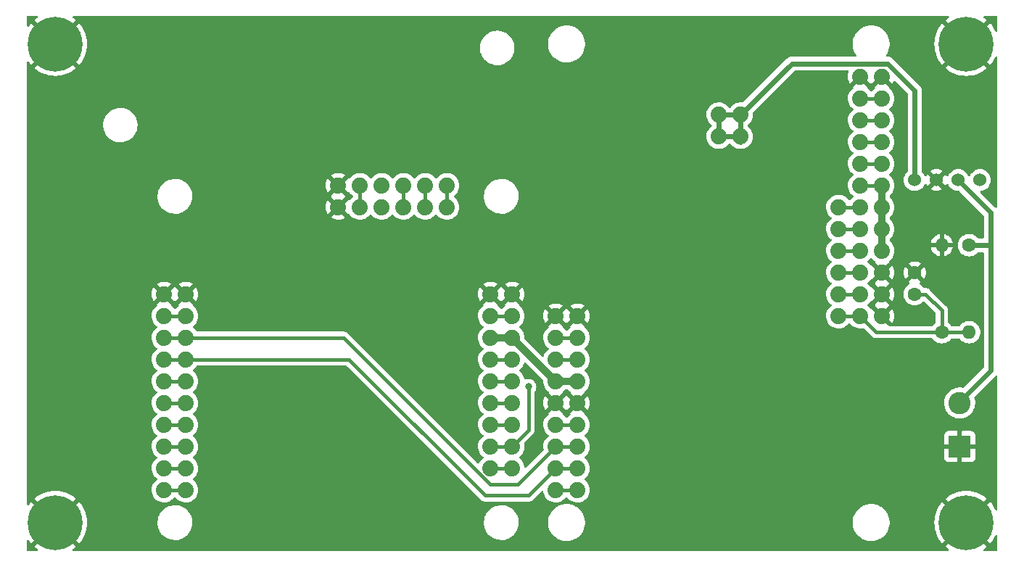
<source format=gtl>
G04 #@! TF.GenerationSoftware,KiCad,Pcbnew,(6.0.5-0)*
G04 #@! TF.CreationDate,2022-08-22T16:10:24-04:00*
G04 #@! TF.ProjectId,Cryologger GVT,4372796f-6c6f-4676-9765-72204756542e,rev?*
G04 #@! TF.SameCoordinates,Original*
G04 #@! TF.FileFunction,Copper,L1,Top*
G04 #@! TF.FilePolarity,Positive*
%FSLAX46Y46*%
G04 Gerber Fmt 4.6, Leading zero omitted, Abs format (unit mm)*
G04 Created by KiCad (PCBNEW (6.0.5-0)) date 2022-08-22 16:10:24*
%MOMM*%
%LPD*%
G01*
G04 APERTURE LIST*
G04 #@! TA.AperFunction,ComponentPad*
%ADD10C,1.600000*%
G04 #@! TD*
G04 #@! TA.AperFunction,ComponentPad*
%ADD11O,1.600000X1.600000*%
G04 #@! TD*
G04 #@! TA.AperFunction,ComponentPad*
%ADD12C,6.400000*%
G04 #@! TD*
G04 #@! TA.AperFunction,ComponentPad*
%ADD13C,2.600000*%
G04 #@! TD*
G04 #@! TA.AperFunction,ComponentPad*
%ADD14R,2.600000X2.600000*%
G04 #@! TD*
G04 #@! TA.AperFunction,ComponentPad*
%ADD15C,1.879600*%
G04 #@! TD*
G04 #@! TA.AperFunction,ComponentPad*
%ADD16C,1.524000*%
G04 #@! TD*
G04 #@! TA.AperFunction,ViaPad*
%ADD17C,0.800000*%
G04 #@! TD*
G04 #@! TA.AperFunction,Conductor*
%ADD18C,0.609600*%
G04 #@! TD*
G04 #@! TA.AperFunction,Conductor*
%ADD19C,0.406400*%
G04 #@! TD*
G04 #@! TA.AperFunction,Conductor*
%ADD20C,0.812800*%
G04 #@! TD*
G04 APERTURE END LIST*
D10*
X201930000Y-89515000D03*
D11*
X201930000Y-99675000D03*
D12*
X95250000Y-66040000D03*
X201600000Y-121925000D03*
D10*
X195580000Y-95230000D03*
X195580000Y-92730000D03*
D12*
X95250000Y-121920000D03*
D13*
X200838000Y-107955004D03*
D14*
X200838000Y-113035004D03*
D15*
X153670000Y-97790000D03*
X156210000Y-97790000D03*
X156210000Y-100330000D03*
X153670000Y-100330000D03*
X156210000Y-102870000D03*
X153670000Y-102870000D03*
X156210000Y-105410000D03*
X153670000Y-105410000D03*
X153670000Y-107950000D03*
X156210000Y-107950000D03*
X156210000Y-110490000D03*
X153670000Y-110490000D03*
X156210000Y-113030000D03*
X153670000Y-113030000D03*
X156210000Y-115570000D03*
X153670000Y-115570000D03*
X156210000Y-118110000D03*
X153670000Y-118110000D03*
X191770000Y-69850000D03*
X189230000Y-69850000D03*
X189230000Y-72390000D03*
X191770000Y-72390000D03*
X191770000Y-74930000D03*
X189230000Y-74930000D03*
X189230000Y-77470000D03*
X191770000Y-77470000D03*
X189230000Y-80010000D03*
X191770000Y-80010000D03*
X189230000Y-82550000D03*
X191770000Y-82550000D03*
X191770000Y-85090000D03*
X191770000Y-87630000D03*
X191770000Y-90170000D03*
X191770000Y-92710000D03*
X191770000Y-95250000D03*
X191770000Y-97790000D03*
X189230000Y-85090000D03*
X186690000Y-85090000D03*
X186690000Y-87630000D03*
X189230000Y-87630000D03*
X189230000Y-90170000D03*
X186690000Y-90170000D03*
X186690000Y-92710000D03*
X189230000Y-92710000D03*
X186690000Y-95250000D03*
X189230000Y-95250000D03*
X186690000Y-97790000D03*
X189230000Y-97790000D03*
X175260000Y-76835000D03*
X175260000Y-74295000D03*
X172720000Y-74295000D03*
X172720000Y-76835000D03*
D16*
X195580000Y-81915000D03*
X198120000Y-81915000D03*
X200660000Y-81915000D03*
X203200000Y-81915000D03*
D10*
X198755000Y-99675000D03*
D11*
X198755000Y-89515000D03*
D15*
X107950000Y-95250000D03*
X110490000Y-95250000D03*
X107950000Y-97790000D03*
X110490000Y-97790000D03*
X107950000Y-100330000D03*
X110490000Y-100330000D03*
X107950000Y-102870000D03*
X110490000Y-102870000D03*
X110490000Y-105410000D03*
X107950000Y-105410000D03*
X110490000Y-107950000D03*
X107950000Y-107950000D03*
X110490000Y-110490000D03*
X107950000Y-110490000D03*
X110490000Y-113030000D03*
X107950000Y-113030000D03*
X110490000Y-115570000D03*
X107950000Y-115570000D03*
X107950000Y-118110000D03*
X110490000Y-118110000D03*
X128270000Y-82550000D03*
X128270000Y-85090000D03*
X130810000Y-82550000D03*
X130810000Y-85090000D03*
X133350000Y-82550000D03*
X133350000Y-85090000D03*
X135890000Y-85090000D03*
X135890000Y-82550000D03*
X138430000Y-82550000D03*
X138430000Y-85090000D03*
X140970000Y-85090000D03*
X140970000Y-82550000D03*
X148590000Y-95250000D03*
X146050000Y-95250000D03*
X148590000Y-97790000D03*
X146050000Y-97790000D03*
X146050000Y-100330000D03*
X148590000Y-100330000D03*
X146050000Y-102870000D03*
X148590000Y-102870000D03*
X148590000Y-105410000D03*
X146050000Y-105410000D03*
X146050000Y-107950000D03*
X148590000Y-107950000D03*
X148590000Y-110490000D03*
X146050000Y-110490000D03*
X146050000Y-113030000D03*
X148590000Y-113030000D03*
X146050000Y-115570000D03*
X148590000Y-115570000D03*
D12*
X201600003Y-66045004D03*
D17*
X104140000Y-119380000D03*
X99060000Y-114300000D03*
X126365000Y-110490000D03*
X106172000Y-71120000D03*
X95250000Y-80772000D03*
X126365000Y-123190000D03*
X184785000Y-109728000D03*
X145796000Y-70612000D03*
X173228000Y-67310000D03*
X160020000Y-78105000D03*
X195580000Y-102870000D03*
X151130000Y-89916000D03*
X138430000Y-89535000D03*
X173228000Y-83312000D03*
X97536000Y-98044000D03*
X173228000Y-100076000D03*
X196088000Y-121920000D03*
X126365000Y-96520000D03*
X114935000Y-89535000D03*
X199644000Y-72644000D03*
X173228000Y-120015000D03*
X163830000Y-109855000D03*
X150495000Y-106045000D03*
D18*
X172720000Y-76835000D02*
X175260000Y-76835000D01*
D19*
X153670000Y-115570000D02*
X156210000Y-115570000D01*
X153670000Y-102870000D02*
X156210000Y-102870000D01*
X107950000Y-97790000D02*
X110490000Y-97790000D01*
D20*
X146050000Y-100330000D02*
X148590000Y-100330000D01*
D19*
X146050000Y-110490000D02*
X148590000Y-110490000D01*
X148590000Y-113030000D02*
X146050000Y-113030000D01*
X153670000Y-100330000D02*
X156210000Y-100330000D01*
X107950000Y-105410000D02*
X110490000Y-105410000D01*
X146050000Y-97790000D02*
X148590000Y-97790000D01*
X110490000Y-107950000D02*
X107950000Y-107950000D01*
X107950000Y-110490000D02*
X110490000Y-110490000D01*
X110490000Y-113030000D02*
X107950000Y-113030000D01*
X107950000Y-115570000D02*
X110490000Y-115570000D01*
X110490000Y-118110000D02*
X107950000Y-118110000D01*
X146050000Y-102870000D02*
X148590000Y-102870000D01*
X148590000Y-105410000D02*
X146050000Y-105410000D01*
X146050000Y-107950000D02*
X148590000Y-107950000D01*
X146050000Y-115570000D02*
X148590000Y-115570000D01*
X130810000Y-82550000D02*
X130810000Y-85090000D01*
X135890000Y-82550000D02*
X135890000Y-85090000D01*
X138430000Y-85090000D02*
X138430000Y-82550000D01*
X140970000Y-82550000D02*
X140970000Y-85090000D01*
D20*
X153670000Y-105410000D02*
X156210000Y-105410000D01*
D19*
X153670000Y-110490000D02*
X156210000Y-110490000D01*
X153670000Y-113030000D02*
X156210000Y-113030000D01*
X153670000Y-118110000D02*
X156210000Y-118110000D01*
X189230000Y-97790000D02*
X186690000Y-97790000D01*
X186690000Y-95250000D02*
X189230000Y-95250000D01*
X189230000Y-92710000D02*
X186690000Y-92710000D01*
X186690000Y-90170000D02*
X189230000Y-90170000D01*
X189230000Y-87630000D02*
X186690000Y-87630000D01*
X186690000Y-85090000D02*
X189230000Y-85090000D01*
D20*
X191770000Y-82550000D02*
X191770000Y-90170000D01*
D19*
X189230000Y-82550000D02*
X191770000Y-82550000D01*
X189230000Y-80010000D02*
X191770000Y-80010000D01*
X189230000Y-77470000D02*
X191770000Y-77470000D01*
X189230000Y-74930000D02*
X191770000Y-74930000D01*
X189230000Y-72390000D02*
X191770000Y-72390000D01*
D18*
X175260000Y-74295000D02*
X172720000Y-74295000D01*
X172720000Y-74295000D02*
X172720000Y-76835000D01*
D19*
X189230000Y-97790000D02*
X191115000Y-99675000D01*
X198755000Y-97155000D02*
X196850000Y-95250000D01*
X196850000Y-95250000D02*
X195580000Y-95250000D01*
X198755000Y-99695000D02*
X198755000Y-97155000D01*
X201930000Y-99695000D02*
X198755000Y-99695000D01*
X191115000Y-99675000D02*
X198755000Y-99675000D01*
D18*
X201930000Y-89535000D02*
X204470000Y-89535000D01*
X204470000Y-104140000D02*
X204470000Y-85725000D01*
X200660000Y-107950000D02*
X204470000Y-104140000D01*
X204470000Y-85725000D02*
X200660000Y-81915000D01*
D19*
X150495000Y-111125000D02*
X148590000Y-113030000D01*
X150495000Y-106045000D02*
X150495000Y-111125000D01*
D20*
X148590000Y-100330000D02*
X153670000Y-105410000D01*
D19*
X149225000Y-117475000D02*
X153670000Y-113030000D01*
X107950000Y-100330000D02*
X128905000Y-100330000D01*
X128905000Y-100330000D02*
X146050000Y-117475000D01*
X146050000Y-117475000D02*
X149225000Y-117475000D01*
X153670000Y-115570000D02*
X150495000Y-118745000D01*
X150495000Y-118745000D02*
X145415000Y-118745000D01*
X129540000Y-102870000D02*
X107950000Y-102870000D01*
X145415000Y-118745000D02*
X129540000Y-102870000D01*
D18*
X192410256Y-68304289D02*
X195580000Y-71474033D01*
X175260000Y-74295000D02*
X175260000Y-77470000D01*
X181250711Y-68304289D02*
X192410256Y-68304289D01*
X195580000Y-71474033D02*
X195580000Y-81915000D01*
X175260000Y-74295000D02*
X181250711Y-68304289D01*
G04 #@! TA.AperFunction,Conductor*
G36*
X93168437Y-62758502D02*
G01*
X93214930Y-62812158D01*
X93225034Y-62882432D01*
X93195540Y-62947012D01*
X93168940Y-62970173D01*
X93070265Y-63034253D01*
X93064939Y-63038123D01*
X92826165Y-63231478D01*
X92817700Y-63243733D01*
X92824034Y-63254824D01*
X95237188Y-65667978D01*
X95251132Y-65675592D01*
X95252965Y-65675461D01*
X95259580Y-65671210D01*
X97675100Y-63255690D01*
X97682241Y-63242614D01*
X97674784Y-63232247D01*
X97435065Y-63038126D01*
X97429728Y-63034249D01*
X97331059Y-62970172D01*
X97284822Y-62916296D01*
X97275053Y-62845975D01*
X97304853Y-62781535D01*
X97364762Y-62743436D01*
X97399684Y-62738500D01*
X199458024Y-62738500D01*
X199526145Y-62758502D01*
X199572638Y-62812158D01*
X199582742Y-62882432D01*
X199553248Y-62947012D01*
X199526649Y-62970172D01*
X199420273Y-63039253D01*
X199414942Y-63043127D01*
X199176168Y-63236482D01*
X199167703Y-63248737D01*
X199174037Y-63259828D01*
X201587191Y-65672982D01*
X201601135Y-65680596D01*
X201602968Y-65680465D01*
X201609583Y-65676214D01*
X204025103Y-63260694D01*
X204032244Y-63247618D01*
X204024787Y-63237251D01*
X203785068Y-63043130D01*
X203779736Y-63039256D01*
X203673357Y-62970173D01*
X203627120Y-62916296D01*
X203617350Y-62845975D01*
X203647150Y-62781535D01*
X203707058Y-62743436D01*
X203741981Y-62738500D01*
X205105500Y-62738500D01*
X205173621Y-62758502D01*
X205220114Y-62812158D01*
X205231500Y-62864500D01*
X205231500Y-64480144D01*
X205211498Y-64548265D01*
X205157842Y-64594758D01*
X205087568Y-64604862D01*
X205022988Y-64575368D01*
X204992665Y-64534457D01*
X204992079Y-64534755D01*
X204817131Y-64191401D01*
X204813834Y-64185691D01*
X204605750Y-63865269D01*
X204601880Y-63859943D01*
X204408525Y-63621169D01*
X204396270Y-63612704D01*
X204385179Y-63619038D01*
X201972025Y-66032192D01*
X201964411Y-66046136D01*
X201964542Y-66047969D01*
X201968793Y-66054584D01*
X204384313Y-68470104D01*
X204397389Y-68477245D01*
X204407756Y-68469788D01*
X204601880Y-68230065D01*
X204605750Y-68224739D01*
X204813834Y-67904317D01*
X204817131Y-67898607D01*
X204992079Y-67555253D01*
X204992897Y-67555670D01*
X205036372Y-67504520D01*
X205104299Y-67483870D01*
X205172607Y-67503222D01*
X205219610Y-67556432D01*
X205231500Y-67609864D01*
X205231500Y-85031856D01*
X205211498Y-85099977D01*
X205157842Y-85146470D01*
X205087568Y-85156574D01*
X205022988Y-85127080D01*
X205016094Y-85120640D01*
X204985335Y-85089665D01*
X204985331Y-85089661D01*
X204982841Y-85087154D01*
X204981800Y-85086494D01*
X204980565Y-85085385D01*
X203285808Y-83390628D01*
X203251782Y-83328316D01*
X203256847Y-83257501D01*
X203299394Y-83200665D01*
X203363922Y-83176012D01*
X203421463Y-83170978D01*
X203565051Y-83132503D01*
X203630886Y-83114863D01*
X203630888Y-83114862D01*
X203636196Y-83113440D01*
X203687270Y-83089624D01*
X203832690Y-83021814D01*
X203832695Y-83021811D01*
X203837677Y-83019488D01*
X203969999Y-82926835D01*
X204015270Y-82895136D01*
X204015273Y-82895134D01*
X204019781Y-82891977D01*
X204176977Y-82734781D01*
X204214870Y-82680665D01*
X204301331Y-82557185D01*
X204301332Y-82557183D01*
X204304488Y-82552676D01*
X204306811Y-82547694D01*
X204306814Y-82547689D01*
X204396117Y-82356178D01*
X204396118Y-82356177D01*
X204398440Y-82351196D01*
X204455978Y-82136463D01*
X204475353Y-81915000D01*
X204455978Y-81693537D01*
X204398440Y-81478804D01*
X204355805Y-81387373D01*
X204306814Y-81282311D01*
X204306811Y-81282306D01*
X204304488Y-81277324D01*
X204280924Y-81243671D01*
X204180136Y-81099730D01*
X204180134Y-81099727D01*
X204176977Y-81095219D01*
X204019781Y-80938023D01*
X204015273Y-80934866D01*
X204015270Y-80934864D01*
X203922526Y-80869924D01*
X203837677Y-80810512D01*
X203832695Y-80808189D01*
X203832690Y-80808186D01*
X203641178Y-80718883D01*
X203641177Y-80718882D01*
X203636196Y-80716560D01*
X203630888Y-80715138D01*
X203630886Y-80715137D01*
X203565051Y-80697497D01*
X203421463Y-80659022D01*
X203200000Y-80639647D01*
X202978537Y-80659022D01*
X202834949Y-80697497D01*
X202769114Y-80715137D01*
X202769112Y-80715138D01*
X202763804Y-80716560D01*
X202758823Y-80718882D01*
X202758822Y-80718883D01*
X202567311Y-80808186D01*
X202567306Y-80808189D01*
X202562324Y-80810512D01*
X202557817Y-80813668D01*
X202557815Y-80813669D01*
X202384730Y-80934864D01*
X202384727Y-80934866D01*
X202380219Y-80938023D01*
X202223023Y-81095219D01*
X202219866Y-81099727D01*
X202219864Y-81099730D01*
X202119076Y-81243671D01*
X202095512Y-81277324D01*
X202093189Y-81282306D01*
X202093186Y-81282311D01*
X202044195Y-81387373D01*
X201997277Y-81440658D01*
X201929000Y-81460119D01*
X201861040Y-81439577D01*
X201815805Y-81387373D01*
X201766814Y-81282311D01*
X201766811Y-81282306D01*
X201764488Y-81277324D01*
X201740924Y-81243671D01*
X201640136Y-81099730D01*
X201640134Y-81099727D01*
X201636977Y-81095219D01*
X201479781Y-80938023D01*
X201475273Y-80934866D01*
X201475270Y-80934864D01*
X201382526Y-80869924D01*
X201297677Y-80810512D01*
X201292695Y-80808189D01*
X201292690Y-80808186D01*
X201101178Y-80718883D01*
X201101177Y-80718882D01*
X201096196Y-80716560D01*
X201090888Y-80715138D01*
X201090886Y-80715137D01*
X201025051Y-80697497D01*
X200881463Y-80659022D01*
X200660000Y-80639647D01*
X200438537Y-80659022D01*
X200294949Y-80697497D01*
X200229114Y-80715137D01*
X200229112Y-80715138D01*
X200223804Y-80716560D01*
X200218823Y-80718882D01*
X200218822Y-80718883D01*
X200027311Y-80808186D01*
X200027306Y-80808189D01*
X200022324Y-80810512D01*
X200017817Y-80813668D01*
X200017815Y-80813669D01*
X199844730Y-80934864D01*
X199844727Y-80934866D01*
X199840219Y-80938023D01*
X199683023Y-81095219D01*
X199679866Y-81099727D01*
X199679864Y-81099730D01*
X199579076Y-81243671D01*
X199555512Y-81277324D01*
X199553189Y-81282306D01*
X199553186Y-81282311D01*
X199503919Y-81387965D01*
X199457001Y-81441250D01*
X199388724Y-81460711D01*
X199320764Y-81440169D01*
X199275529Y-81387965D01*
X199226377Y-81282559D01*
X199220897Y-81273068D01*
X199190206Y-81229235D01*
X199179729Y-81220860D01*
X199166282Y-81227928D01*
X198492022Y-81902188D01*
X198484408Y-81916132D01*
X198484539Y-81917965D01*
X198488790Y-81924580D01*
X199167003Y-82602793D01*
X199178777Y-82609223D01*
X199190793Y-82599926D01*
X199220897Y-82556932D01*
X199226377Y-82547441D01*
X199275529Y-82442035D01*
X199322447Y-82388750D01*
X199390724Y-82369289D01*
X199458684Y-82389831D01*
X199503919Y-82442035D01*
X199553186Y-82547689D01*
X199553189Y-82547694D01*
X199555512Y-82552676D01*
X199558668Y-82557183D01*
X199558669Y-82557185D01*
X199645131Y-82680665D01*
X199683023Y-82734781D01*
X199840219Y-82891977D01*
X199844727Y-82895134D01*
X199844730Y-82895136D01*
X199890001Y-82926835D01*
X200022323Y-83019488D01*
X200027305Y-83021811D01*
X200027310Y-83021814D01*
X200172730Y-83089624D01*
X200223804Y-83113440D01*
X200229112Y-83114862D01*
X200229114Y-83114863D01*
X200294949Y-83132503D01*
X200438537Y-83170978D01*
X200660000Y-83190353D01*
X200665475Y-83189874D01*
X200665477Y-83189874D01*
X200716575Y-83185404D01*
X200786179Y-83199394D01*
X200816650Y-83221830D01*
X203619795Y-86024975D01*
X203653821Y-86087287D01*
X203656700Y-86114070D01*
X203656700Y-88595700D01*
X203636698Y-88663821D01*
X203583042Y-88710314D01*
X203530700Y-88721700D01*
X203037121Y-88721700D01*
X202969000Y-88701698D01*
X202940602Y-88676695D01*
X202939357Y-88675211D01*
X202936198Y-88670700D01*
X202774300Y-88508802D01*
X202769792Y-88505645D01*
X202769789Y-88505643D01*
X202686266Y-88447160D01*
X202586749Y-88377477D01*
X202581767Y-88375154D01*
X202581762Y-88375151D01*
X202384225Y-88283039D01*
X202384224Y-88283039D01*
X202379243Y-88280716D01*
X202373935Y-88279294D01*
X202373933Y-88279293D01*
X202163402Y-88222881D01*
X202163400Y-88222881D01*
X202158087Y-88221457D01*
X201930000Y-88201502D01*
X201701913Y-88221457D01*
X201696600Y-88222881D01*
X201696598Y-88222881D01*
X201486067Y-88279293D01*
X201486065Y-88279294D01*
X201480757Y-88280716D01*
X201475776Y-88283039D01*
X201475775Y-88283039D01*
X201278238Y-88375151D01*
X201278233Y-88375154D01*
X201273251Y-88377477D01*
X201173734Y-88447160D01*
X201090211Y-88505643D01*
X201090208Y-88505645D01*
X201085700Y-88508802D01*
X200923802Y-88670700D01*
X200792477Y-88858251D01*
X200790154Y-88863233D01*
X200790151Y-88863238D01*
X200704485Y-89046952D01*
X200695716Y-89065757D01*
X200694294Y-89071065D01*
X200694293Y-89071067D01*
X200644599Y-89256525D01*
X200636457Y-89286913D01*
X200616502Y-89515000D01*
X200636457Y-89743087D01*
X200637881Y-89748400D01*
X200637881Y-89748402D01*
X200676547Y-89892702D01*
X200695716Y-89964243D01*
X200698039Y-89969224D01*
X200698039Y-89969225D01*
X200790151Y-90166762D01*
X200790154Y-90166767D01*
X200792477Y-90171749D01*
X200795634Y-90176257D01*
X200918116Y-90351179D01*
X200923802Y-90359300D01*
X201085700Y-90521198D01*
X201090208Y-90524355D01*
X201090211Y-90524357D01*
X201168389Y-90579098D01*
X201273251Y-90652523D01*
X201278233Y-90654846D01*
X201278238Y-90654849D01*
X201385750Y-90704982D01*
X201480757Y-90749284D01*
X201486065Y-90750706D01*
X201486067Y-90750707D01*
X201696598Y-90807119D01*
X201696600Y-90807119D01*
X201701913Y-90808543D01*
X201930000Y-90828498D01*
X202158087Y-90808543D01*
X202163400Y-90807119D01*
X202163402Y-90807119D01*
X202373933Y-90750707D01*
X202373935Y-90750706D01*
X202379243Y-90749284D01*
X202474250Y-90704982D01*
X202581762Y-90654849D01*
X202581767Y-90654846D01*
X202586749Y-90652523D01*
X202691611Y-90579098D01*
X202769789Y-90524357D01*
X202769792Y-90524355D01*
X202774300Y-90521198D01*
X202910293Y-90385205D01*
X202972605Y-90351179D01*
X202999388Y-90348300D01*
X203530700Y-90348300D01*
X203598821Y-90368302D01*
X203645314Y-90421958D01*
X203656700Y-90474300D01*
X203656700Y-103750930D01*
X203636698Y-103819051D01*
X203619795Y-103840025D01*
X201312953Y-106146867D01*
X201250641Y-106180893D01*
X201203605Y-106182134D01*
X201000676Y-106149085D01*
X201000672Y-106149085D01*
X200996063Y-106148334D01*
X200865719Y-106146628D01*
X200731961Y-106144877D01*
X200731958Y-106144877D01*
X200727284Y-106144816D01*
X200460937Y-106181064D01*
X200456451Y-106182372D01*
X200456449Y-106182372D01*
X200388466Y-106202187D01*
X200202874Y-106256282D01*
X199958763Y-106368819D01*
X199954854Y-106371382D01*
X199737881Y-106513635D01*
X199737876Y-106513639D01*
X199733968Y-106516201D01*
X199666723Y-106576220D01*
X199549438Y-106680901D01*
X199533426Y-106695192D01*
X199361544Y-106901858D01*
X199222096Y-107131660D01*
X199220287Y-107135974D01*
X199220285Y-107135978D01*
X199219539Y-107137757D01*
X199118148Y-107379549D01*
X199051981Y-107640081D01*
X199025050Y-107907530D01*
X199025274Y-107912196D01*
X199025274Y-107912201D01*
X199027330Y-107955004D01*
X199037947Y-108176023D01*
X199090388Y-108439660D01*
X199181220Y-108692650D01*
X199183432Y-108696766D01*
X199183433Y-108696769D01*
X199225075Y-108774268D01*
X199308450Y-108929435D01*
X199311241Y-108933172D01*
X199311245Y-108933179D01*
X199375927Y-109019798D01*
X199469281Y-109144814D01*
X199472590Y-109148094D01*
X199472595Y-109148100D01*
X199644330Y-109318342D01*
X199660180Y-109334054D01*
X199663942Y-109336812D01*
X199663945Y-109336815D01*
X199873183Y-109490234D01*
X199876954Y-109492999D01*
X199881089Y-109495175D01*
X199881093Y-109495177D01*
X200110698Y-109615979D01*
X200114840Y-109618158D01*
X200368613Y-109706779D01*
X200373206Y-109707651D01*
X200628109Y-109756046D01*
X200628112Y-109756046D01*
X200632698Y-109756917D01*
X200760370Y-109761933D01*
X200896625Y-109767287D01*
X200896630Y-109767287D01*
X200901293Y-109767470D01*
X201005607Y-109756046D01*
X201163844Y-109738717D01*
X201163850Y-109738716D01*
X201168497Y-109738207D01*
X201173021Y-109737016D01*
X201423918Y-109670960D01*
X201423920Y-109670959D01*
X201428441Y-109669769D01*
X201476161Y-109649267D01*
X201671120Y-109565506D01*
X201671122Y-109565505D01*
X201675414Y-109563661D01*
X201896014Y-109427150D01*
X201900017Y-109424673D01*
X201900021Y-109424670D01*
X201903990Y-109422214D01*
X202109149Y-109248534D01*
X202286382Y-109046438D01*
X202294565Y-109033717D01*
X202429269Y-108824295D01*
X202431797Y-108820365D01*
X202542199Y-108575282D01*
X202579209Y-108444055D01*
X202613893Y-108321076D01*
X202613894Y-108321073D01*
X202615163Y-108316572D01*
X202622111Y-108261957D01*
X202648688Y-108053049D01*
X202648688Y-108053045D01*
X202649086Y-108049919D01*
X202649757Y-108024313D01*
X202650477Y-107996783D01*
X202651571Y-107955004D01*
X202631650Y-107686941D01*
X202608718Y-107585592D01*
X202573360Y-107429331D01*
X202573359Y-107429327D01*
X202572327Y-107424767D01*
X202535790Y-107330812D01*
X202529742Y-107260076D01*
X202564128Y-107196052D01*
X205016405Y-104743775D01*
X205078717Y-104709749D01*
X205149532Y-104714814D01*
X205206368Y-104757361D01*
X205231179Y-104823881D01*
X205231500Y-104832870D01*
X205231500Y-120360147D01*
X205211498Y-120428268D01*
X205157842Y-120474761D01*
X205087568Y-120484865D01*
X205022988Y-120455371D01*
X204992661Y-120414453D01*
X204992076Y-120414751D01*
X204817128Y-120071397D01*
X204813831Y-120065687D01*
X204605747Y-119745265D01*
X204601877Y-119739939D01*
X204408522Y-119501165D01*
X204396267Y-119492700D01*
X204385176Y-119499034D01*
X201972022Y-121912188D01*
X201964408Y-121926132D01*
X201964539Y-121927965D01*
X201968790Y-121934580D01*
X204384310Y-124350100D01*
X204397386Y-124357241D01*
X204407753Y-124349784D01*
X204601877Y-124110061D01*
X204605747Y-124104735D01*
X204813831Y-123784313D01*
X204817128Y-123778603D01*
X204992076Y-123435249D01*
X204992893Y-123435666D01*
X205036368Y-123384512D01*
X205104294Y-123363859D01*
X205172603Y-123383208D01*
X205219608Y-123436417D01*
X205231500Y-123489853D01*
X205231500Y-125095500D01*
X205211498Y-125163621D01*
X205157842Y-125210114D01*
X205105500Y-125221500D01*
X203757383Y-125221500D01*
X203689262Y-125201498D01*
X203642769Y-125147842D01*
X203632665Y-125077568D01*
X203662159Y-125012988D01*
X203688759Y-124989827D01*
X203779733Y-124930748D01*
X203785065Y-124926874D01*
X204023835Y-124733522D01*
X204032300Y-124721267D01*
X204025966Y-124710176D01*
X201612812Y-122297022D01*
X201598868Y-122289408D01*
X201597035Y-122289539D01*
X201590420Y-122293790D01*
X199174900Y-124709310D01*
X199167759Y-124722386D01*
X199175216Y-124732753D01*
X199414935Y-124926874D01*
X199420267Y-124930748D01*
X199511241Y-124989827D01*
X199557478Y-125043704D01*
X199567248Y-125114025D01*
X199537448Y-125178465D01*
X199477540Y-125216564D01*
X199442617Y-125221500D01*
X97399684Y-125221500D01*
X97331563Y-125201498D01*
X97285070Y-125147842D01*
X97274966Y-125077568D01*
X97304460Y-125012988D01*
X97331059Y-124989828D01*
X97429728Y-124925751D01*
X97435065Y-124921874D01*
X97673835Y-124728522D01*
X97682300Y-124716267D01*
X97675966Y-124705176D01*
X95262812Y-122292022D01*
X95248868Y-122284408D01*
X95247035Y-122284539D01*
X95240420Y-122288790D01*
X92824900Y-124704310D01*
X92817759Y-124717386D01*
X92825216Y-124727753D01*
X93064935Y-124921874D01*
X93070272Y-124925751D01*
X93168941Y-124989828D01*
X93215178Y-125043704D01*
X93224947Y-125114025D01*
X93195147Y-125178465D01*
X93135238Y-125216564D01*
X93100316Y-125221500D01*
X92074500Y-125221500D01*
X92006379Y-125201498D01*
X91959886Y-125147842D01*
X91948500Y-125095500D01*
X91948500Y-124069684D01*
X91968502Y-124001563D01*
X92022158Y-123955070D01*
X92092432Y-123944966D01*
X92157012Y-123974460D01*
X92180173Y-124001060D01*
X92244253Y-124099735D01*
X92248123Y-124105061D01*
X92441478Y-124343835D01*
X92453733Y-124352300D01*
X92464824Y-124345966D01*
X94877978Y-121932812D01*
X94884356Y-121921132D01*
X95614408Y-121921132D01*
X95614539Y-121922965D01*
X95618790Y-121929580D01*
X98034310Y-124345100D01*
X98047386Y-124352241D01*
X98057753Y-124344784D01*
X98251877Y-124105061D01*
X98255747Y-124099735D01*
X98463831Y-123779313D01*
X98467128Y-123773603D01*
X98640578Y-123433189D01*
X98643260Y-123427164D01*
X98780171Y-123070498D01*
X98782212Y-123064216D01*
X98881094Y-122695184D01*
X98882465Y-122688734D01*
X98942234Y-122311371D01*
X98942920Y-122304833D01*
X98962916Y-121923301D01*
X98962916Y-121916699D01*
X98959362Y-121848894D01*
X107183778Y-121848894D01*
X107183931Y-121853282D01*
X107183931Y-121853288D01*
X107191797Y-122078527D01*
X107193698Y-122132973D01*
X107243058Y-122412907D01*
X107244413Y-122417078D01*
X107244415Y-122417085D01*
X107286088Y-122545340D01*
X107330897Y-122683247D01*
X107332825Y-122687200D01*
X107332827Y-122687205D01*
X107388615Y-122801587D01*
X107455505Y-122938731D01*
X107457960Y-122942370D01*
X107457963Y-122942376D01*
X107611997Y-123170741D01*
X107612002Y-123170748D01*
X107614457Y-123174387D01*
X107617401Y-123177656D01*
X107617402Y-123177658D01*
X107801711Y-123382354D01*
X107804659Y-123385628D01*
X108022409Y-123568342D01*
X108263469Y-123718973D01*
X108523147Y-123834589D01*
X108527375Y-123835801D01*
X108527374Y-123835801D01*
X108767150Y-123904556D01*
X108796388Y-123912940D01*
X108800738Y-123913551D01*
X108800741Y-123913552D01*
X108905217Y-123928235D01*
X109077874Y-123952500D01*
X109290976Y-123952500D01*
X109293161Y-123952347D01*
X109293167Y-123952347D01*
X109499175Y-123937942D01*
X109499180Y-123937941D01*
X109503560Y-123937635D01*
X109781601Y-123878535D01*
X109785732Y-123877031D01*
X109785737Y-123877030D01*
X109932988Y-123823435D01*
X110048711Y-123781315D01*
X110170336Y-123716646D01*
X110295799Y-123649937D01*
X110295805Y-123649933D01*
X110299691Y-123647867D01*
X110303251Y-123645281D01*
X110303255Y-123645278D01*
X110526093Y-123483376D01*
X110526096Y-123483374D01*
X110529656Y-123480787D01*
X110575603Y-123436417D01*
X110730968Y-123286383D01*
X110730971Y-123286379D01*
X110734130Y-123283329D01*
X110909133Y-123059335D01*
X110999577Y-122902683D01*
X111049055Y-122816985D01*
X111049058Y-122816980D01*
X111051260Y-122813165D01*
X111052910Y-122809081D01*
X111052913Y-122809075D01*
X111156093Y-122553693D01*
X111156094Y-122553690D01*
X111157742Y-122549611D01*
X111226509Y-122273802D01*
X111249411Y-122055913D01*
X111255763Y-121995475D01*
X111255763Y-121995472D01*
X111256222Y-121991106D01*
X111254361Y-121937812D01*
X111251256Y-121848894D01*
X145283778Y-121848894D01*
X145283931Y-121853282D01*
X145283931Y-121853288D01*
X145291797Y-122078527D01*
X145293698Y-122132973D01*
X145343058Y-122412907D01*
X145344413Y-122417078D01*
X145344415Y-122417085D01*
X145386088Y-122545340D01*
X145430897Y-122683247D01*
X145432825Y-122687200D01*
X145432827Y-122687205D01*
X145488615Y-122801587D01*
X145555505Y-122938731D01*
X145557960Y-122942370D01*
X145557963Y-122942376D01*
X145711997Y-123170741D01*
X145712002Y-123170748D01*
X145714457Y-123174387D01*
X145717401Y-123177656D01*
X145717402Y-123177658D01*
X145901711Y-123382354D01*
X145904659Y-123385628D01*
X146122409Y-123568342D01*
X146363469Y-123718973D01*
X146623147Y-123834589D01*
X146627375Y-123835801D01*
X146627374Y-123835801D01*
X146867150Y-123904556D01*
X146896388Y-123912940D01*
X146900738Y-123913551D01*
X146900741Y-123913552D01*
X147005217Y-123928235D01*
X147177874Y-123952500D01*
X147390976Y-123952500D01*
X147393161Y-123952347D01*
X147393167Y-123952347D01*
X147599175Y-123937942D01*
X147599180Y-123937941D01*
X147603560Y-123937635D01*
X147881601Y-123878535D01*
X147885732Y-123877031D01*
X147885737Y-123877030D01*
X148032988Y-123823435D01*
X148148711Y-123781315D01*
X148270336Y-123716646D01*
X148395799Y-123649937D01*
X148395805Y-123649933D01*
X148399691Y-123647867D01*
X148403251Y-123645281D01*
X148403255Y-123645278D01*
X148626093Y-123483376D01*
X148626096Y-123483374D01*
X148629656Y-123480787D01*
X148675603Y-123436417D01*
X148830968Y-123286383D01*
X148830971Y-123286379D01*
X148834130Y-123283329D01*
X149009133Y-123059335D01*
X149099577Y-122902683D01*
X149149055Y-122816985D01*
X149149058Y-122816980D01*
X149151260Y-122813165D01*
X149152910Y-122809081D01*
X149152913Y-122809075D01*
X149256093Y-122553693D01*
X149256094Y-122553690D01*
X149257742Y-122549611D01*
X149326509Y-122273802D01*
X149349411Y-122055913D01*
X152779725Y-122055913D01*
X152780284Y-122060157D01*
X152780284Y-122060161D01*
X152782702Y-122078527D01*
X152818158Y-122347838D01*
X152819291Y-122351978D01*
X152819291Y-122351980D01*
X152894720Y-122627702D01*
X152895854Y-122631847D01*
X153011375Y-122902683D01*
X153162585Y-123155336D01*
X153346684Y-123385129D01*
X153349786Y-123388073D01*
X153349790Y-123388077D01*
X153444083Y-123477557D01*
X153560266Y-123587811D01*
X153799380Y-123759632D01*
X153940950Y-123834589D01*
X154025676Y-123879449D01*
X154059600Y-123897411D01*
X154063623Y-123898883D01*
X154063627Y-123898885D01*
X154332080Y-123997125D01*
X154336111Y-123998600D01*
X154623797Y-124061325D01*
X154653339Y-124063650D01*
X154852273Y-124079307D01*
X154852282Y-124079307D01*
X154854730Y-124079500D01*
X155014016Y-124079500D01*
X155016152Y-124079354D01*
X155016163Y-124079354D01*
X155229486Y-124064811D01*
X155229492Y-124064810D01*
X155233763Y-124064519D01*
X155237958Y-124063650D01*
X155237960Y-124063650D01*
X155377926Y-124034665D01*
X155522089Y-124004810D01*
X155799645Y-123906522D01*
X155939012Y-123834589D01*
X156057486Y-123773440D01*
X156057487Y-123773440D01*
X156061293Y-123771475D01*
X156302193Y-123602168D01*
X156481820Y-123435249D01*
X156514743Y-123404655D01*
X156514746Y-123404652D01*
X156517886Y-123401734D01*
X156528754Y-123388457D01*
X156635865Y-123257592D01*
X156704382Y-123173881D01*
X156846248Y-122942376D01*
X156855984Y-122926488D01*
X156855984Y-122926487D01*
X156858228Y-122922826D01*
X156976580Y-122653214D01*
X157057245Y-122370034D01*
X157098733Y-122078527D01*
X157098851Y-122055913D01*
X188339725Y-122055913D01*
X188340284Y-122060157D01*
X188340284Y-122060161D01*
X188342702Y-122078527D01*
X188378158Y-122347838D01*
X188379291Y-122351978D01*
X188379291Y-122351980D01*
X188454720Y-122627702D01*
X188455854Y-122631847D01*
X188571375Y-122902683D01*
X188722585Y-123155336D01*
X188906684Y-123385129D01*
X188909786Y-123388073D01*
X188909790Y-123388077D01*
X189004083Y-123477557D01*
X189120266Y-123587811D01*
X189359380Y-123759632D01*
X189500950Y-123834589D01*
X189585676Y-123879449D01*
X189619600Y-123897411D01*
X189623623Y-123898883D01*
X189623627Y-123898885D01*
X189892080Y-123997125D01*
X189896111Y-123998600D01*
X190183797Y-124061325D01*
X190213339Y-124063650D01*
X190412273Y-124079307D01*
X190412282Y-124079307D01*
X190414730Y-124079500D01*
X190574016Y-124079500D01*
X190576152Y-124079354D01*
X190576163Y-124079354D01*
X190789486Y-124064811D01*
X190789492Y-124064810D01*
X190793763Y-124064519D01*
X190797958Y-124063650D01*
X190797960Y-124063650D01*
X190937926Y-124034665D01*
X191082089Y-124004810D01*
X191359645Y-123906522D01*
X191499012Y-123834589D01*
X191617486Y-123773440D01*
X191617487Y-123773440D01*
X191621293Y-123771475D01*
X191862193Y-123602168D01*
X192041820Y-123435249D01*
X192074743Y-123404655D01*
X192074746Y-123404652D01*
X192077886Y-123401734D01*
X192088754Y-123388457D01*
X192195865Y-123257592D01*
X192264382Y-123173881D01*
X192406248Y-122942376D01*
X192415984Y-122926488D01*
X192415984Y-122926487D01*
X192418228Y-122922826D01*
X192536580Y-122653214D01*
X192617245Y-122370034D01*
X192658733Y-122078527D01*
X192659520Y-121928301D01*
X197887084Y-121928301D01*
X197907080Y-122309833D01*
X197907766Y-122316371D01*
X197967535Y-122693734D01*
X197968906Y-122700184D01*
X198067788Y-123069216D01*
X198069829Y-123075498D01*
X198206740Y-123432164D01*
X198209422Y-123438189D01*
X198382872Y-123778603D01*
X198386169Y-123784313D01*
X198594253Y-124104735D01*
X198598123Y-124110061D01*
X198791478Y-124348835D01*
X198803733Y-124357300D01*
X198814824Y-124350966D01*
X201227978Y-121937812D01*
X201235592Y-121923868D01*
X201235461Y-121922035D01*
X201231210Y-121915420D01*
X198815690Y-119499900D01*
X198802614Y-119492759D01*
X198792247Y-119500216D01*
X198598123Y-119739939D01*
X198594253Y-119745265D01*
X198386169Y-120065687D01*
X198382872Y-120071397D01*
X198209422Y-120411811D01*
X198206740Y-120417836D01*
X198069829Y-120774502D01*
X198067788Y-120780784D01*
X197968906Y-121149816D01*
X197967535Y-121156266D01*
X197907766Y-121533629D01*
X197907080Y-121540167D01*
X197887084Y-121921699D01*
X197887084Y-121928301D01*
X192659520Y-121928301D01*
X192659936Y-121848894D01*
X192660253Y-121788373D01*
X192660253Y-121788366D01*
X192660275Y-121784087D01*
X192657864Y-121765769D01*
X192630193Y-121555592D01*
X192621842Y-121492162D01*
X192614643Y-121465845D01*
X192545280Y-121212298D01*
X192545280Y-121212297D01*
X192544146Y-121208153D01*
X192428625Y-120937317D01*
X192277415Y-120684664D01*
X192093316Y-120454871D01*
X192090214Y-120451927D01*
X192090210Y-120451923D01*
X191903230Y-120274486D01*
X191879734Y-120252189D01*
X191640620Y-120080368D01*
X191416051Y-119961465D01*
X191384187Y-119944594D01*
X191384186Y-119944593D01*
X191380400Y-119942589D01*
X191376377Y-119941117D01*
X191376373Y-119941115D01*
X191107920Y-119842875D01*
X191107918Y-119842874D01*
X191103889Y-119841400D01*
X190816203Y-119778675D01*
X190771910Y-119775189D01*
X190587727Y-119760693D01*
X190587718Y-119760693D01*
X190585270Y-119760500D01*
X190425984Y-119760500D01*
X190423848Y-119760646D01*
X190423837Y-119760646D01*
X190210514Y-119775189D01*
X190210508Y-119775190D01*
X190206237Y-119775481D01*
X190202042Y-119776350D01*
X190202040Y-119776350D01*
X190062540Y-119805239D01*
X189917911Y-119835190D01*
X189640355Y-119933478D01*
X189636546Y-119935444D01*
X189384206Y-120065687D01*
X189378707Y-120068525D01*
X189375206Y-120070986D01*
X189375202Y-120070988D01*
X189364710Y-120078362D01*
X189137807Y-120237832D01*
X189101406Y-120271658D01*
X188955964Y-120406811D01*
X188922114Y-120438266D01*
X188919400Y-120441581D01*
X188919397Y-120441585D01*
X188892243Y-120474761D01*
X188735618Y-120666119D01*
X188665352Y-120780784D01*
X188591519Y-120901269D01*
X188581772Y-120917174D01*
X188463420Y-121186786D01*
X188382755Y-121469966D01*
X188341267Y-121761473D01*
X188340832Y-121844525D01*
X188340042Y-121995475D01*
X188339725Y-122055913D01*
X157098851Y-122055913D01*
X157099936Y-121848894D01*
X157100253Y-121788373D01*
X157100253Y-121788366D01*
X157100275Y-121784087D01*
X157097864Y-121765769D01*
X157070193Y-121555592D01*
X157061842Y-121492162D01*
X157054643Y-121465845D01*
X156985280Y-121212298D01*
X156985280Y-121212297D01*
X156984146Y-121208153D01*
X156868625Y-120937317D01*
X156717415Y-120684664D01*
X156533316Y-120454871D01*
X156530214Y-120451927D01*
X156530210Y-120451923D01*
X156343230Y-120274486D01*
X156319734Y-120252189D01*
X156080620Y-120080368D01*
X155856051Y-119961465D01*
X155824187Y-119944594D01*
X155824186Y-119944593D01*
X155820400Y-119942589D01*
X155816377Y-119941117D01*
X155816373Y-119941115D01*
X155547920Y-119842875D01*
X155547918Y-119842874D01*
X155543889Y-119841400D01*
X155256203Y-119778675D01*
X155211910Y-119775189D01*
X155027727Y-119760693D01*
X155027718Y-119760693D01*
X155025270Y-119760500D01*
X154865984Y-119760500D01*
X154863848Y-119760646D01*
X154863837Y-119760646D01*
X154650514Y-119775189D01*
X154650508Y-119775190D01*
X154646237Y-119775481D01*
X154642042Y-119776350D01*
X154642040Y-119776350D01*
X154502540Y-119805239D01*
X154357911Y-119835190D01*
X154080355Y-119933478D01*
X154076546Y-119935444D01*
X153824206Y-120065687D01*
X153818707Y-120068525D01*
X153815206Y-120070986D01*
X153815202Y-120070988D01*
X153804710Y-120078362D01*
X153577807Y-120237832D01*
X153541406Y-120271658D01*
X153395964Y-120406811D01*
X153362114Y-120438266D01*
X153359400Y-120441581D01*
X153359397Y-120441585D01*
X153332243Y-120474761D01*
X153175618Y-120666119D01*
X153105352Y-120780784D01*
X153031519Y-120901269D01*
X153021772Y-120917174D01*
X152903420Y-121186786D01*
X152822755Y-121469966D01*
X152781267Y-121761473D01*
X152780832Y-121844525D01*
X152780042Y-121995475D01*
X152779725Y-122055913D01*
X149349411Y-122055913D01*
X149355763Y-121995475D01*
X149355763Y-121995472D01*
X149356222Y-121991106D01*
X149354361Y-121937812D01*
X149346456Y-121711424D01*
X149346455Y-121711417D01*
X149346302Y-121707027D01*
X149320459Y-121560461D01*
X149297704Y-121431416D01*
X149296942Y-121427093D01*
X149295587Y-121422922D01*
X149295585Y-121422915D01*
X149210464Y-121160942D01*
X149209103Y-121156753D01*
X149084495Y-120901269D01*
X149082040Y-120897630D01*
X149082037Y-120897624D01*
X148928003Y-120669259D01*
X148927998Y-120669252D01*
X148925543Y-120665613D01*
X148824702Y-120553617D01*
X148738289Y-120457646D01*
X148738288Y-120457645D01*
X148735341Y-120454372D01*
X148517591Y-120271658D01*
X148276531Y-120121027D01*
X148016853Y-120005411D01*
X147797768Y-119942589D01*
X147747839Y-119928272D01*
X147747838Y-119928272D01*
X147743612Y-119927060D01*
X147739262Y-119926449D01*
X147739259Y-119926448D01*
X147634783Y-119911765D01*
X147462126Y-119887500D01*
X147249024Y-119887500D01*
X147246839Y-119887653D01*
X147246833Y-119887653D01*
X147040825Y-119902058D01*
X147040820Y-119902059D01*
X147036440Y-119902365D01*
X146758399Y-119961465D01*
X146754268Y-119962969D01*
X146754263Y-119962970D01*
X146640988Y-120004199D01*
X146491289Y-120058685D01*
X146467381Y-120071397D01*
X146244201Y-120190063D01*
X146244195Y-120190067D01*
X146240309Y-120192133D01*
X146236749Y-120194719D01*
X146236745Y-120194722D01*
X146126960Y-120274486D01*
X146010344Y-120359213D01*
X146007180Y-120362269D01*
X146007177Y-120362271D01*
X145809032Y-120553617D01*
X145809029Y-120553621D01*
X145805870Y-120556671D01*
X145630867Y-120780665D01*
X145563340Y-120897624D01*
X145538148Y-120941259D01*
X145488740Y-121026835D01*
X145487090Y-121030919D01*
X145487087Y-121030925D01*
X145383907Y-121286307D01*
X145382258Y-121290389D01*
X145313491Y-121566198D01*
X145313032Y-121570568D01*
X145313031Y-121570572D01*
X145290139Y-121788373D01*
X145283778Y-121848894D01*
X111251256Y-121848894D01*
X111246456Y-121711424D01*
X111246455Y-121711417D01*
X111246302Y-121707027D01*
X111220459Y-121560461D01*
X111197704Y-121431416D01*
X111196942Y-121427093D01*
X111195587Y-121422922D01*
X111195585Y-121422915D01*
X111110464Y-121160942D01*
X111109103Y-121156753D01*
X110984495Y-120901269D01*
X110982040Y-120897630D01*
X110982037Y-120897624D01*
X110828003Y-120669259D01*
X110827998Y-120669252D01*
X110825543Y-120665613D01*
X110724702Y-120553617D01*
X110638289Y-120457646D01*
X110638288Y-120457645D01*
X110635341Y-120454372D01*
X110417591Y-120271658D01*
X110176531Y-120121027D01*
X109916853Y-120005411D01*
X109697768Y-119942589D01*
X109647839Y-119928272D01*
X109647838Y-119928272D01*
X109643612Y-119927060D01*
X109639262Y-119926449D01*
X109639259Y-119926448D01*
X109534783Y-119911765D01*
X109362126Y-119887500D01*
X109149024Y-119887500D01*
X109146839Y-119887653D01*
X109146833Y-119887653D01*
X108940825Y-119902058D01*
X108940820Y-119902059D01*
X108936440Y-119902365D01*
X108658399Y-119961465D01*
X108654268Y-119962969D01*
X108654263Y-119962970D01*
X108540988Y-120004199D01*
X108391289Y-120058685D01*
X108367381Y-120071397D01*
X108144201Y-120190063D01*
X108144195Y-120190067D01*
X108140309Y-120192133D01*
X108136749Y-120194719D01*
X108136745Y-120194722D01*
X108026960Y-120274486D01*
X107910344Y-120359213D01*
X107907180Y-120362269D01*
X107907177Y-120362271D01*
X107709032Y-120553617D01*
X107709029Y-120553621D01*
X107705870Y-120556671D01*
X107530867Y-120780665D01*
X107463340Y-120897624D01*
X107438148Y-120941259D01*
X107388740Y-121026835D01*
X107387090Y-121030919D01*
X107387087Y-121030925D01*
X107283907Y-121286307D01*
X107282258Y-121290389D01*
X107213491Y-121566198D01*
X107213032Y-121570568D01*
X107213031Y-121570572D01*
X107190139Y-121788373D01*
X107183778Y-121848894D01*
X98959362Y-121848894D01*
X98942920Y-121535167D01*
X98942234Y-121528629D01*
X98882465Y-121151266D01*
X98881094Y-121144816D01*
X98782212Y-120775784D01*
X98780171Y-120769502D01*
X98643260Y-120412836D01*
X98640578Y-120406811D01*
X98467128Y-120066397D01*
X98463831Y-120060687D01*
X98255747Y-119740265D01*
X98251877Y-119734939D01*
X98058522Y-119496165D01*
X98046267Y-119487700D01*
X98035176Y-119494034D01*
X95622022Y-121907188D01*
X95614408Y-121921132D01*
X94884356Y-121921132D01*
X94885592Y-121918868D01*
X94885461Y-121917035D01*
X94881210Y-121910420D01*
X92465690Y-119494900D01*
X92452614Y-119487759D01*
X92442247Y-119495216D01*
X92248123Y-119734939D01*
X92244253Y-119740265D01*
X92180173Y-119838940D01*
X92126296Y-119885177D01*
X92055975Y-119894947D01*
X91991535Y-119865147D01*
X91953436Y-119805239D01*
X91948500Y-119770316D01*
X91948500Y-119123733D01*
X92817700Y-119123733D01*
X92824034Y-119134824D01*
X95237188Y-121547978D01*
X95251132Y-121555592D01*
X95252965Y-121555461D01*
X95259580Y-121551210D01*
X97675100Y-119135690D01*
X97682241Y-119122614D01*
X97674784Y-119112247D01*
X97435065Y-118918126D01*
X97429728Y-118914249D01*
X97109315Y-118706170D01*
X97103606Y-118702873D01*
X96763189Y-118529422D01*
X96757164Y-118526740D01*
X96400498Y-118389829D01*
X96394216Y-118387788D01*
X96025184Y-118288906D01*
X96018734Y-118287535D01*
X95641371Y-118227766D01*
X95634833Y-118227080D01*
X95253301Y-118207084D01*
X95246699Y-118207084D01*
X94865167Y-118227080D01*
X94858629Y-118227766D01*
X94481266Y-118287535D01*
X94474816Y-118288906D01*
X94105784Y-118387788D01*
X94099502Y-118389829D01*
X93742836Y-118526740D01*
X93736811Y-118529422D01*
X93396397Y-118702872D01*
X93390687Y-118706169D01*
X93070265Y-118914253D01*
X93064939Y-118918123D01*
X92826165Y-119111478D01*
X92817700Y-119123733D01*
X91948500Y-119123733D01*
X91948500Y-118074494D01*
X106497170Y-118074494D01*
X106497467Y-118079646D01*
X106497467Y-118079650D01*
X106503502Y-118184313D01*
X106510879Y-118312255D01*
X106512016Y-118317301D01*
X106512017Y-118317307D01*
X106545111Y-118464156D01*
X106563237Y-118544585D01*
X106565179Y-118549367D01*
X106565180Y-118549371D01*
X106629541Y-118707873D01*
X106652837Y-118765244D01*
X106777274Y-118968306D01*
X106933204Y-119148317D01*
X107116442Y-119300444D01*
X107120894Y-119303046D01*
X107120899Y-119303049D01*
X107317607Y-119417996D01*
X107322065Y-119420601D01*
X107544552Y-119505560D01*
X107549618Y-119506591D01*
X107549619Y-119506591D01*
X107603956Y-119517646D01*
X107777928Y-119553041D01*
X107912121Y-119557962D01*
X108010760Y-119561579D01*
X108010764Y-119561579D01*
X108015924Y-119561768D01*
X108021044Y-119561112D01*
X108021046Y-119561112D01*
X108247023Y-119532164D01*
X108247024Y-119532164D01*
X108252151Y-119531507D01*
X108335200Y-119506591D01*
X108475316Y-119464554D01*
X108475317Y-119464553D01*
X108480262Y-119463070D01*
X108694133Y-119358295D01*
X108698336Y-119355297D01*
X108698341Y-119355294D01*
X108883816Y-119222996D01*
X108883818Y-119222994D01*
X108888020Y-119219997D01*
X109056716Y-119051889D01*
X109059945Y-119047396D01*
X109114980Y-118970807D01*
X109170974Y-118927160D01*
X109241678Y-118920714D01*
X109304642Y-118953517D01*
X109316583Y-118967178D01*
X109317274Y-118968306D01*
X109473204Y-119148317D01*
X109656442Y-119300444D01*
X109660894Y-119303046D01*
X109660899Y-119303049D01*
X109857607Y-119417996D01*
X109862065Y-119420601D01*
X110084552Y-119505560D01*
X110089618Y-119506591D01*
X110089619Y-119506591D01*
X110143956Y-119517646D01*
X110317928Y-119553041D01*
X110452121Y-119557962D01*
X110550760Y-119561579D01*
X110550764Y-119561579D01*
X110555924Y-119561768D01*
X110561044Y-119561112D01*
X110561046Y-119561112D01*
X110787023Y-119532164D01*
X110787024Y-119532164D01*
X110792151Y-119531507D01*
X110875200Y-119506591D01*
X111015316Y-119464554D01*
X111015317Y-119464553D01*
X111020262Y-119463070D01*
X111234133Y-119358295D01*
X111238336Y-119355297D01*
X111238341Y-119355294D01*
X111423816Y-119222996D01*
X111423818Y-119222994D01*
X111428020Y-119219997D01*
X111596716Y-119051889D01*
X111735690Y-118858486D01*
X111781774Y-118765244D01*
X111838917Y-118649624D01*
X111838918Y-118649622D01*
X111841211Y-118644982D01*
X111910443Y-118417111D01*
X111914035Y-118389829D01*
X111941092Y-118184313D01*
X111941092Y-118184309D01*
X111941529Y-118180992D01*
X111943264Y-118110000D01*
X111923750Y-117872644D01*
X111865731Y-117641663D01*
X111770767Y-117423259D01*
X111754621Y-117398300D01*
X111691365Y-117300522D01*
X111641406Y-117223298D01*
X111481124Y-117047150D01*
X111477073Y-117043951D01*
X111477069Y-117043947D01*
X111343348Y-116938342D01*
X111302285Y-116880425D01*
X111299053Y-116809502D01*
X111334678Y-116748091D01*
X111348271Y-116736882D01*
X111423814Y-116682998D01*
X111423821Y-116682992D01*
X111428020Y-116679997D01*
X111596716Y-116511889D01*
X111735690Y-116318486D01*
X111781774Y-116225244D01*
X111838917Y-116109624D01*
X111838918Y-116109622D01*
X111841211Y-116104982D01*
X111889410Y-115946339D01*
X111908941Y-115882055D01*
X111908941Y-115882054D01*
X111910443Y-115877111D01*
X111911118Y-115871985D01*
X111941092Y-115644313D01*
X111941092Y-115644309D01*
X111941529Y-115640992D01*
X111943264Y-115570000D01*
X111923750Y-115332644D01*
X111865731Y-115101663D01*
X111770767Y-114883259D01*
X111754621Y-114858300D01*
X111691365Y-114760522D01*
X111641406Y-114683298D01*
X111481124Y-114507150D01*
X111477073Y-114503951D01*
X111477069Y-114503947D01*
X111343348Y-114398342D01*
X111302285Y-114340425D01*
X111299053Y-114269502D01*
X111334678Y-114208091D01*
X111348271Y-114196882D01*
X111423814Y-114142998D01*
X111423821Y-114142992D01*
X111428020Y-114139997D01*
X111596716Y-113971889D01*
X111735690Y-113778486D01*
X111781774Y-113685244D01*
X111838917Y-113569624D01*
X111838918Y-113569622D01*
X111841211Y-113564982D01*
X111889410Y-113406339D01*
X111908941Y-113342055D01*
X111908941Y-113342054D01*
X111910443Y-113337111D01*
X111916398Y-113291880D01*
X111941092Y-113104313D01*
X111941092Y-113104309D01*
X111941529Y-113100992D01*
X111943264Y-113030000D01*
X111923750Y-112792644D01*
X111865731Y-112561663D01*
X111770767Y-112343259D01*
X111754621Y-112318300D01*
X111691365Y-112220522D01*
X111641406Y-112143298D01*
X111481124Y-111967150D01*
X111477073Y-111963951D01*
X111477069Y-111963947D01*
X111343348Y-111858342D01*
X111302285Y-111800425D01*
X111299053Y-111729502D01*
X111334678Y-111668091D01*
X111348271Y-111656882D01*
X111423814Y-111602998D01*
X111423821Y-111602992D01*
X111428020Y-111599997D01*
X111596716Y-111431889D01*
X111735690Y-111238486D01*
X111738452Y-111232899D01*
X111838917Y-111029624D01*
X111838918Y-111029622D01*
X111841211Y-111024982D01*
X111910443Y-110797111D01*
X111941529Y-110560992D01*
X111943264Y-110490000D01*
X111923750Y-110252644D01*
X111865731Y-110021663D01*
X111770767Y-109803259D01*
X111754621Y-109778300D01*
X111691365Y-109680522D01*
X111641406Y-109603298D01*
X111481124Y-109427150D01*
X111477073Y-109423951D01*
X111477069Y-109423947D01*
X111343348Y-109318342D01*
X111302285Y-109260425D01*
X111299053Y-109189502D01*
X111334678Y-109128091D01*
X111348271Y-109116882D01*
X111423814Y-109062998D01*
X111423821Y-109062992D01*
X111428020Y-109059997D01*
X111596716Y-108891889D01*
X111735690Y-108698486D01*
X111738575Y-108692650D01*
X111838917Y-108489624D01*
X111838918Y-108489622D01*
X111841211Y-108484982D01*
X111891704Y-108318790D01*
X111908941Y-108262055D01*
X111908941Y-108262054D01*
X111910443Y-108257111D01*
X111921119Y-108176023D01*
X111941092Y-108024313D01*
X111941092Y-108024309D01*
X111941529Y-108020992D01*
X111943030Y-107959580D01*
X111943182Y-107953365D01*
X111943182Y-107953361D01*
X111943264Y-107950000D01*
X111923750Y-107712644D01*
X111865731Y-107481663D01*
X111770767Y-107263259D01*
X111754621Y-107238300D01*
X111687424Y-107134431D01*
X111641406Y-107063298D01*
X111481124Y-106887150D01*
X111477073Y-106883951D01*
X111477069Y-106883947D01*
X111397959Y-106821470D01*
X111343347Y-106778341D01*
X111302285Y-106720425D01*
X111299053Y-106649502D01*
X111334678Y-106588091D01*
X111348271Y-106576882D01*
X111423814Y-106522998D01*
X111423821Y-106522992D01*
X111428020Y-106519997D01*
X111596716Y-106351889D01*
X111735690Y-106158486D01*
X111740337Y-106149085D01*
X111838917Y-105949624D01*
X111838918Y-105949622D01*
X111841211Y-105944982D01*
X111910443Y-105717111D01*
X111911118Y-105711985D01*
X111941092Y-105484313D01*
X111941092Y-105484309D01*
X111941529Y-105480992D01*
X111943264Y-105410000D01*
X111923750Y-105172644D01*
X111865731Y-104941663D01*
X111770767Y-104723259D01*
X111754621Y-104698300D01*
X111691365Y-104600522D01*
X111641406Y-104523298D01*
X111623765Y-104503910D01*
X111559722Y-104433528D01*
X111481124Y-104347150D01*
X111477070Y-104343948D01*
X111477069Y-104343947D01*
X111343348Y-104238342D01*
X111302285Y-104180425D01*
X111299053Y-104109502D01*
X111334678Y-104048091D01*
X111348271Y-104036882D01*
X111423814Y-103982998D01*
X111423821Y-103982992D01*
X111428020Y-103979997D01*
X111596716Y-103811889D01*
X111640520Y-103750930D01*
X111724417Y-103634174D01*
X111780412Y-103590526D01*
X111826740Y-103581700D01*
X129193015Y-103581700D01*
X129261136Y-103601702D01*
X129282110Y-103618605D01*
X144891220Y-119227716D01*
X144897073Y-119233981D01*
X144935282Y-119277781D01*
X144941500Y-119282151D01*
X144987793Y-119314686D01*
X144993089Y-119318619D01*
X145037631Y-119353544D01*
X145037635Y-119353546D01*
X145043612Y-119358233D01*
X145050534Y-119361358D01*
X145052563Y-119362587D01*
X145067910Y-119371340D01*
X145069998Y-119372459D01*
X145076216Y-119376830D01*
X145083295Y-119379590D01*
X145083297Y-119379591D01*
X145111945Y-119390760D01*
X145136019Y-119400146D01*
X145142095Y-119402700D01*
X145185821Y-119422443D01*
X145200609Y-119429120D01*
X145208079Y-119430504D01*
X145210334Y-119431211D01*
X145227318Y-119436049D01*
X145229627Y-119436642D01*
X145236708Y-119439403D01*
X145244237Y-119440394D01*
X145244240Y-119440395D01*
X145300356Y-119447783D01*
X145306870Y-119448815D01*
X145362515Y-119459128D01*
X145362516Y-119459128D01*
X145369983Y-119460512D01*
X145377563Y-119460075D01*
X145377564Y-119460075D01*
X145432470Y-119456909D01*
X145439723Y-119456700D01*
X150465970Y-119456700D01*
X150474540Y-119456992D01*
X150524946Y-119460429D01*
X150524950Y-119460429D01*
X150532521Y-119460945D01*
X150539997Y-119459640D01*
X150540000Y-119459640D01*
X150595783Y-119449904D01*
X150602308Y-119448941D01*
X150658467Y-119442145D01*
X150658468Y-119442145D01*
X150666011Y-119441232D01*
X150673119Y-119438546D01*
X150675419Y-119437981D01*
X150692480Y-119433314D01*
X150694734Y-119432634D01*
X150702215Y-119431328D01*
X150761005Y-119405521D01*
X150767102Y-119403033D01*
X150820047Y-119383027D01*
X150820050Y-119383026D01*
X150827149Y-119380343D01*
X150833404Y-119376044D01*
X150835495Y-119374951D01*
X150850957Y-119366345D01*
X150852991Y-119365142D01*
X150859946Y-119362089D01*
X150865971Y-119357466D01*
X150865976Y-119357463D01*
X150910874Y-119323012D01*
X150916209Y-119319136D01*
X150962847Y-119287082D01*
X150962853Y-119287077D01*
X150969112Y-119282775D01*
X151010764Y-119236026D01*
X151015744Y-119230751D01*
X152016004Y-118230492D01*
X152078316Y-118196466D01*
X152149132Y-118201531D01*
X152205967Y-118244078D01*
X152229873Y-118302049D01*
X152230581Y-118307085D01*
X152230879Y-118312255D01*
X152283237Y-118544585D01*
X152285179Y-118549367D01*
X152285180Y-118549371D01*
X152349541Y-118707873D01*
X152372837Y-118765244D01*
X152497274Y-118968306D01*
X152653204Y-119148317D01*
X152836442Y-119300444D01*
X152840894Y-119303046D01*
X152840899Y-119303049D01*
X153037607Y-119417996D01*
X153042065Y-119420601D01*
X153264552Y-119505560D01*
X153269618Y-119506591D01*
X153269619Y-119506591D01*
X153323956Y-119517646D01*
X153497928Y-119553041D01*
X153632121Y-119557962D01*
X153730760Y-119561579D01*
X153730764Y-119561579D01*
X153735924Y-119561768D01*
X153741044Y-119561112D01*
X153741046Y-119561112D01*
X153967023Y-119532164D01*
X153967024Y-119532164D01*
X153972151Y-119531507D01*
X154055200Y-119506591D01*
X154195316Y-119464554D01*
X154195317Y-119464553D01*
X154200262Y-119463070D01*
X154414133Y-119358295D01*
X154418336Y-119355297D01*
X154418341Y-119355294D01*
X154603816Y-119222996D01*
X154603818Y-119222994D01*
X154608020Y-119219997D01*
X154776716Y-119051889D01*
X154779945Y-119047396D01*
X154834980Y-118970807D01*
X154890974Y-118927160D01*
X154961678Y-118920714D01*
X155024642Y-118953517D01*
X155036583Y-118967178D01*
X155037274Y-118968306D01*
X155193204Y-119148317D01*
X155376442Y-119300444D01*
X155380894Y-119303046D01*
X155380899Y-119303049D01*
X155577607Y-119417996D01*
X155582065Y-119420601D01*
X155804552Y-119505560D01*
X155809618Y-119506591D01*
X155809619Y-119506591D01*
X155863956Y-119517646D01*
X156037928Y-119553041D01*
X156172121Y-119557962D01*
X156270760Y-119561579D01*
X156270764Y-119561579D01*
X156275924Y-119561768D01*
X156281044Y-119561112D01*
X156281046Y-119561112D01*
X156507023Y-119532164D01*
X156507024Y-119532164D01*
X156512151Y-119531507D01*
X156595200Y-119506591D01*
X156735316Y-119464554D01*
X156735317Y-119464553D01*
X156740262Y-119463070D01*
X156954133Y-119358295D01*
X156958336Y-119355297D01*
X156958341Y-119355294D01*
X157143816Y-119222996D01*
X157143818Y-119222994D01*
X157148020Y-119219997D01*
X157239603Y-119128733D01*
X199167700Y-119128733D01*
X199174034Y-119139824D01*
X201587188Y-121552978D01*
X201601132Y-121560592D01*
X201602965Y-121560461D01*
X201609580Y-121556210D01*
X204025100Y-119140690D01*
X204032241Y-119127614D01*
X204024784Y-119117247D01*
X203785065Y-118923126D01*
X203779728Y-118919249D01*
X203459315Y-118711170D01*
X203453606Y-118707873D01*
X203113189Y-118534422D01*
X203107164Y-118531740D01*
X202750498Y-118394829D01*
X202744216Y-118392788D01*
X202375184Y-118293906D01*
X202368734Y-118292535D01*
X201991371Y-118232766D01*
X201984833Y-118232080D01*
X201603301Y-118212084D01*
X201596699Y-118212084D01*
X201215167Y-118232080D01*
X201208629Y-118232766D01*
X200831266Y-118292535D01*
X200824816Y-118293906D01*
X200455784Y-118392788D01*
X200449502Y-118394829D01*
X200092836Y-118531740D01*
X200086811Y-118534422D01*
X199746397Y-118707872D01*
X199740687Y-118711169D01*
X199420265Y-118919253D01*
X199414939Y-118923123D01*
X199176165Y-119116478D01*
X199167700Y-119128733D01*
X157239603Y-119128733D01*
X157316716Y-119051889D01*
X157455690Y-118858486D01*
X157501774Y-118765244D01*
X157558917Y-118649624D01*
X157558918Y-118649622D01*
X157561211Y-118644982D01*
X157630443Y-118417111D01*
X157634035Y-118389829D01*
X157661092Y-118184313D01*
X157661092Y-118184309D01*
X157661529Y-118180992D01*
X157663264Y-118110000D01*
X157643750Y-117872644D01*
X157585731Y-117641663D01*
X157490767Y-117423259D01*
X157474621Y-117398300D01*
X157411365Y-117300522D01*
X157361406Y-117223298D01*
X157201124Y-117047150D01*
X157197073Y-117043951D01*
X157197069Y-117043947D01*
X157063348Y-116938342D01*
X157022285Y-116880425D01*
X157019053Y-116809502D01*
X157054678Y-116748091D01*
X157068271Y-116736882D01*
X157143814Y-116682998D01*
X157143821Y-116682992D01*
X157148020Y-116679997D01*
X157316716Y-116511889D01*
X157455690Y-116318486D01*
X157501774Y-116225244D01*
X157558917Y-116109624D01*
X157558918Y-116109622D01*
X157561211Y-116104982D01*
X157609410Y-115946339D01*
X157628941Y-115882055D01*
X157628941Y-115882054D01*
X157630443Y-115877111D01*
X157631118Y-115871985D01*
X157661092Y-115644313D01*
X157661092Y-115644309D01*
X157661529Y-115640992D01*
X157663264Y-115570000D01*
X157643750Y-115332644D01*
X157585731Y-115101663D01*
X157490767Y-114883259D01*
X157474621Y-114858300D01*
X157411365Y-114760522D01*
X157361406Y-114683298D01*
X157201124Y-114507150D01*
X157197073Y-114503951D01*
X157197069Y-114503947D01*
X157063348Y-114398342D01*
X157050112Y-114379673D01*
X199030001Y-114379673D01*
X199030371Y-114386494D01*
X199035895Y-114437356D01*
X199039521Y-114452608D01*
X199084676Y-114573058D01*
X199093214Y-114588653D01*
X199169715Y-114690728D01*
X199182276Y-114703289D01*
X199284351Y-114779790D01*
X199299946Y-114788328D01*
X199420394Y-114833482D01*
X199435649Y-114837109D01*
X199486514Y-114842635D01*
X199493328Y-114843004D01*
X200565885Y-114843004D01*
X200581124Y-114838529D01*
X200582329Y-114837139D01*
X200584000Y-114829456D01*
X200584000Y-114824888D01*
X201092000Y-114824888D01*
X201096475Y-114840127D01*
X201097865Y-114841332D01*
X201105548Y-114843003D01*
X202182669Y-114843003D01*
X202189490Y-114842633D01*
X202240352Y-114837109D01*
X202255604Y-114833483D01*
X202376054Y-114788328D01*
X202391649Y-114779790D01*
X202493724Y-114703289D01*
X202506285Y-114690728D01*
X202582786Y-114588653D01*
X202591324Y-114573058D01*
X202636478Y-114452610D01*
X202640105Y-114437355D01*
X202645631Y-114386490D01*
X202646000Y-114379676D01*
X202646000Y-113307119D01*
X202641525Y-113291880D01*
X202640135Y-113290675D01*
X202632452Y-113289004D01*
X201110115Y-113289004D01*
X201094876Y-113293479D01*
X201093671Y-113294869D01*
X201092000Y-113302552D01*
X201092000Y-114824888D01*
X200584000Y-114824888D01*
X200584000Y-113307119D01*
X200579525Y-113291880D01*
X200578135Y-113290675D01*
X200570452Y-113289004D01*
X199048116Y-113289004D01*
X199032877Y-113293479D01*
X199031672Y-113294869D01*
X199030001Y-113302552D01*
X199030001Y-114379673D01*
X157050112Y-114379673D01*
X157022285Y-114340425D01*
X157019053Y-114269502D01*
X157054678Y-114208091D01*
X157068271Y-114196882D01*
X157143814Y-114142998D01*
X157143821Y-114142992D01*
X157148020Y-114139997D01*
X157316716Y-113971889D01*
X157455690Y-113778486D01*
X157501774Y-113685244D01*
X157558917Y-113569624D01*
X157558918Y-113569622D01*
X157561211Y-113564982D01*
X157609410Y-113406339D01*
X157628941Y-113342055D01*
X157628941Y-113342054D01*
X157630443Y-113337111D01*
X157636398Y-113291880D01*
X157661092Y-113104313D01*
X157661092Y-113104309D01*
X157661529Y-113100992D01*
X157663264Y-113030000D01*
X157643750Y-112792644D01*
X157636276Y-112762889D01*
X199030000Y-112762889D01*
X199034475Y-112778128D01*
X199035865Y-112779333D01*
X199043548Y-112781004D01*
X200565885Y-112781004D01*
X200581124Y-112776529D01*
X200582329Y-112775139D01*
X200584000Y-112767456D01*
X200584000Y-112762889D01*
X201092000Y-112762889D01*
X201096475Y-112778128D01*
X201097865Y-112779333D01*
X201105548Y-112781004D01*
X202627884Y-112781004D01*
X202643123Y-112776529D01*
X202644328Y-112775139D01*
X202645999Y-112767456D01*
X202645999Y-111690335D01*
X202645629Y-111683514D01*
X202640105Y-111632652D01*
X202636479Y-111617400D01*
X202591324Y-111496950D01*
X202582786Y-111481355D01*
X202506285Y-111379280D01*
X202493724Y-111366719D01*
X202391649Y-111290218D01*
X202376054Y-111281680D01*
X202255606Y-111236526D01*
X202240351Y-111232899D01*
X202189486Y-111227373D01*
X202182672Y-111227004D01*
X201110115Y-111227004D01*
X201094876Y-111231479D01*
X201093671Y-111232869D01*
X201092000Y-111240552D01*
X201092000Y-112762889D01*
X200584000Y-112762889D01*
X200584000Y-111245120D01*
X200579525Y-111229881D01*
X200578135Y-111228676D01*
X200570452Y-111227005D01*
X199493331Y-111227005D01*
X199486510Y-111227375D01*
X199435648Y-111232899D01*
X199420396Y-111236525D01*
X199299946Y-111281680D01*
X199284351Y-111290218D01*
X199182276Y-111366719D01*
X199169715Y-111379280D01*
X199093214Y-111481355D01*
X199084676Y-111496950D01*
X199039522Y-111617398D01*
X199035895Y-111632653D01*
X199030369Y-111683518D01*
X199030000Y-111690332D01*
X199030000Y-112762889D01*
X157636276Y-112762889D01*
X157585731Y-112561663D01*
X157490767Y-112343259D01*
X157474621Y-112318300D01*
X157411365Y-112220522D01*
X157361406Y-112143298D01*
X157201124Y-111967150D01*
X157197073Y-111963951D01*
X157197069Y-111963947D01*
X157063348Y-111858342D01*
X157022285Y-111800425D01*
X157019053Y-111729502D01*
X157054678Y-111668091D01*
X157068271Y-111656882D01*
X157143814Y-111602998D01*
X157143821Y-111602992D01*
X157148020Y-111599997D01*
X157316716Y-111431889D01*
X157455690Y-111238486D01*
X157458452Y-111232899D01*
X157558917Y-111029624D01*
X157558918Y-111029622D01*
X157561211Y-111024982D01*
X157630443Y-110797111D01*
X157661529Y-110560992D01*
X157663264Y-110490000D01*
X157643750Y-110252644D01*
X157585731Y-110021663D01*
X157490767Y-109803259D01*
X157474621Y-109778300D01*
X157411365Y-109680522D01*
X157361406Y-109603298D01*
X157201124Y-109427150D01*
X157197073Y-109423951D01*
X157197069Y-109423947D01*
X157054932Y-109311695D01*
X157013869Y-109253778D01*
X157010637Y-109182855D01*
X157032406Y-109138113D01*
X157025045Y-109124256D01*
X156222811Y-108322021D01*
X156208868Y-108314408D01*
X156207034Y-108314539D01*
X156200420Y-108318790D01*
X155391083Y-109128128D01*
X155384326Y-109140503D01*
X155384760Y-109141083D01*
X155409572Y-109207603D01*
X155394481Y-109276977D01*
X155359546Y-109317353D01*
X155249275Y-109400147D01*
X155245140Y-109403252D01*
X155241568Y-109406990D01*
X155090087Y-109565506D01*
X155080602Y-109575431D01*
X155058629Y-109607642D01*
X155045186Y-109627349D01*
X154990274Y-109672351D01*
X154919749Y-109680522D01*
X154856002Y-109649267D01*
X154835306Y-109624784D01*
X154824217Y-109607642D01*
X154824212Y-109607636D01*
X154821406Y-109603298D01*
X154661124Y-109427150D01*
X154657073Y-109423951D01*
X154657069Y-109423947D01*
X154514932Y-109311695D01*
X154473869Y-109253778D01*
X154470637Y-109182855D01*
X154492406Y-109138113D01*
X154485045Y-109124256D01*
X153682811Y-108322021D01*
X153668868Y-108314408D01*
X153667034Y-108314539D01*
X153660420Y-108318790D01*
X152851083Y-109128128D01*
X152844326Y-109140503D01*
X152844760Y-109141083D01*
X152869572Y-109207603D01*
X152854481Y-109276977D01*
X152819546Y-109317353D01*
X152709275Y-109400147D01*
X152705140Y-109403252D01*
X152701568Y-109406990D01*
X152550087Y-109565506D01*
X152540602Y-109575431D01*
X152537691Y-109579699D01*
X152537687Y-109579704D01*
X152505186Y-109627349D01*
X152406394Y-109772172D01*
X152306122Y-109988191D01*
X152242477Y-110217685D01*
X152241928Y-110222819D01*
X152241928Y-110222821D01*
X152236449Y-110274089D01*
X152217170Y-110454494D01*
X152217467Y-110459646D01*
X152217467Y-110459650D01*
X152223502Y-110564313D01*
X152230879Y-110692255D01*
X152232016Y-110697301D01*
X152232017Y-110697307D01*
X152265111Y-110844156D01*
X152283237Y-110924585D01*
X152285179Y-110929367D01*
X152285180Y-110929371D01*
X152354575Y-111100271D01*
X152372837Y-111145244D01*
X152468109Y-111300714D01*
X152485850Y-111329663D01*
X152497274Y-111348306D01*
X152653204Y-111528317D01*
X152760503Y-111617398D01*
X152817560Y-111664768D01*
X152857195Y-111723671D01*
X152858693Y-111794651D01*
X152821578Y-111855174D01*
X152812728Y-111862472D01*
X152709275Y-111940147D01*
X152705140Y-111943252D01*
X152540602Y-112115431D01*
X152537691Y-112119699D01*
X152537687Y-112119704D01*
X152505186Y-112167349D01*
X152406394Y-112312172D01*
X152306122Y-112528191D01*
X152242477Y-112757685D01*
X152241928Y-112762819D01*
X152241928Y-112762821D01*
X152236449Y-112814089D01*
X152217170Y-112994494D01*
X152217467Y-112999646D01*
X152217467Y-112999650D01*
X152223502Y-113104313D01*
X152230879Y-113232255D01*
X152232016Y-113237301D01*
X152232017Y-113237307D01*
X152257987Y-113352543D01*
X152253451Y-113423395D01*
X152224165Y-113469339D01*
X150241738Y-115451766D01*
X150179426Y-115485792D01*
X150108611Y-115480727D01*
X150051775Y-115438180D01*
X150027067Y-115372994D01*
X150024174Y-115337805D01*
X150023750Y-115332644D01*
X149965731Y-115101663D01*
X149870767Y-114883259D01*
X149854621Y-114858300D01*
X149791365Y-114760522D01*
X149741406Y-114683298D01*
X149581124Y-114507150D01*
X149577073Y-114503951D01*
X149577069Y-114503947D01*
X149443348Y-114398342D01*
X149402285Y-114340425D01*
X149399053Y-114269502D01*
X149434678Y-114208091D01*
X149448271Y-114196882D01*
X149523814Y-114142998D01*
X149523821Y-114142992D01*
X149528020Y-114139997D01*
X149696716Y-113971889D01*
X149835690Y-113778486D01*
X149881774Y-113685244D01*
X149938917Y-113569624D01*
X149938918Y-113569622D01*
X149941211Y-113564982D01*
X149989410Y-113406339D01*
X150008941Y-113342055D01*
X150008941Y-113342054D01*
X150010443Y-113337111D01*
X150016398Y-113291880D01*
X150041092Y-113104313D01*
X150041092Y-113104309D01*
X150041529Y-113100992D01*
X150043264Y-113030000D01*
X150023750Y-112792644D01*
X150003028Y-112710148D01*
X150005832Y-112639208D01*
X150036135Y-112590360D01*
X150977731Y-111648765D01*
X150983982Y-111642926D01*
X151022059Y-111609710D01*
X151022061Y-111609708D01*
X151027781Y-111604718D01*
X151064700Y-111552186D01*
X151068630Y-111546895D01*
X151103545Y-111502367D01*
X151108234Y-111496387D01*
X151111362Y-111489460D01*
X151112570Y-111487465D01*
X151121351Y-111472070D01*
X151122459Y-111470004D01*
X151126830Y-111463784D01*
X151129590Y-111456704D01*
X151129593Y-111456699D01*
X151150151Y-111403970D01*
X151152707Y-111397888D01*
X151175994Y-111346313D01*
X151179120Y-111339390D01*
X151180504Y-111331922D01*
X151181212Y-111329663D01*
X151186062Y-111312634D01*
X151186643Y-111310370D01*
X151189403Y-111303292D01*
X151197786Y-111239621D01*
X151198812Y-111233146D01*
X151210512Y-111170016D01*
X151206909Y-111107523D01*
X151206700Y-111100271D01*
X151206700Y-107919662D01*
X152217969Y-107919662D01*
X152231078Y-108147017D01*
X152232514Y-108157237D01*
X152282580Y-108379393D01*
X152285659Y-108389221D01*
X152371338Y-108600223D01*
X152375991Y-108609434D01*
X152471153Y-108764723D01*
X152481611Y-108774185D01*
X152490387Y-108770402D01*
X153297979Y-107962811D01*
X153304356Y-107951132D01*
X154034408Y-107951132D01*
X154034539Y-107952966D01*
X154038790Y-107959580D01*
X154844826Y-108765615D01*
X154856832Y-108772171D01*
X154861671Y-108768474D01*
X154927946Y-108743015D01*
X154997464Y-108757428D01*
X155021418Y-108774268D01*
X155030387Y-108770402D01*
X155837979Y-107962811D01*
X155844356Y-107951132D01*
X156574408Y-107951132D01*
X156574539Y-107952966D01*
X156578790Y-107959580D01*
X157384826Y-108765615D01*
X157396832Y-108772171D01*
X157408571Y-108763202D01*
X157452241Y-108702429D01*
X157457551Y-108693592D01*
X157558450Y-108489438D01*
X157562249Y-108479843D01*
X157628449Y-108261957D01*
X157630628Y-108251876D01*
X157660591Y-108024288D01*
X157661110Y-108017615D01*
X157662680Y-107953365D01*
X157662486Y-107946646D01*
X157643679Y-107717887D01*
X157641994Y-107707707D01*
X157586515Y-107486837D01*
X157583195Y-107477086D01*
X157492384Y-107268233D01*
X157487518Y-107259158D01*
X157408008Y-107136256D01*
X157397322Y-107127052D01*
X157387755Y-107131456D01*
X156582021Y-107937189D01*
X156574408Y-107951132D01*
X155844356Y-107951132D01*
X155845592Y-107948868D01*
X155845461Y-107947034D01*
X155841210Y-107940420D01*
X155035220Y-107134431D01*
X155023688Y-107128134D01*
X155018721Y-107132026D01*
X154952762Y-107158293D01*
X154883073Y-107144730D01*
X154858788Y-107128315D01*
X154857321Y-107127052D01*
X154847756Y-107131455D01*
X154042021Y-107937189D01*
X154034408Y-107951132D01*
X153304356Y-107951132D01*
X153305592Y-107948868D01*
X153305461Y-107947034D01*
X153301210Y-107940420D01*
X152495220Y-107134431D01*
X152483688Y-107128134D01*
X152471406Y-107137757D01*
X152409747Y-107228146D01*
X152404654Y-107237110D01*
X152308768Y-107443679D01*
X152305211Y-107453347D01*
X152244352Y-107672797D01*
X152242421Y-107682916D01*
X152218221Y-107909373D01*
X152217969Y-107919662D01*
X151206700Y-107919662D01*
X151206700Y-106659340D01*
X151230609Y-106585755D01*
X151234040Y-106581944D01*
X151237340Y-106576228D01*
X151237343Y-106576224D01*
X151326223Y-106422279D01*
X151326224Y-106422278D01*
X151329527Y-106416556D01*
X151388542Y-106234928D01*
X151389359Y-106227160D01*
X151407814Y-106051565D01*
X151408504Y-106045000D01*
X151397992Y-105944982D01*
X151389232Y-105861635D01*
X151389232Y-105861633D01*
X151388542Y-105855072D01*
X151329527Y-105673444D01*
X151234040Y-105508056D01*
X151209672Y-105480992D01*
X151110675Y-105371045D01*
X151110674Y-105371044D01*
X151106253Y-105366134D01*
X150991381Y-105282674D01*
X150957094Y-105257763D01*
X150957093Y-105257762D01*
X150951752Y-105253882D01*
X150945724Y-105251198D01*
X150945722Y-105251197D01*
X150783319Y-105178891D01*
X150783318Y-105178891D01*
X150777288Y-105176206D01*
X150683887Y-105156353D01*
X150596944Y-105137872D01*
X150596939Y-105137872D01*
X150590487Y-105136500D01*
X150399513Y-105136500D01*
X150393061Y-105137872D01*
X150393056Y-105137872D01*
X150306113Y-105156353D01*
X150212712Y-105176206D01*
X150206685Y-105178889D01*
X150206677Y-105178892D01*
X150180499Y-105190548D01*
X150110132Y-105199983D01*
X150045835Y-105169877D01*
X150007045Y-105106138D01*
X149966990Y-104946675D01*
X149966990Y-104946674D01*
X149965731Y-104941663D01*
X149870767Y-104723259D01*
X149854621Y-104698300D01*
X149791365Y-104600522D01*
X149741406Y-104523298D01*
X149723765Y-104503910D01*
X149659722Y-104433528D01*
X149581124Y-104347150D01*
X149577070Y-104343948D01*
X149577069Y-104343947D01*
X149443348Y-104238342D01*
X149402285Y-104180425D01*
X149399053Y-104109502D01*
X149434678Y-104048091D01*
X149448271Y-104036882D01*
X149523814Y-103982998D01*
X149523821Y-103982992D01*
X149528020Y-103979997D01*
X149696716Y-103811889D01*
X149835690Y-103618486D01*
X149881774Y-103525244D01*
X149938917Y-103409624D01*
X149938918Y-103409622D01*
X149941211Y-103404982D01*
X149980309Y-103276294D01*
X150019250Y-103216930D01*
X150084104Y-103188042D01*
X150154281Y-103198803D01*
X150189963Y-103223827D01*
X152186498Y-105220362D01*
X152220524Y-105282674D01*
X152222689Y-105322847D01*
X152217719Y-105369351D01*
X152217719Y-105369359D01*
X152217170Y-105374494D01*
X152217467Y-105379646D01*
X152217467Y-105379650D01*
X152223502Y-105484313D01*
X152230879Y-105612255D01*
X152232016Y-105617301D01*
X152232017Y-105617307D01*
X152265111Y-105764156D01*
X152283237Y-105844585D01*
X152285179Y-105849367D01*
X152285180Y-105849371D01*
X152370893Y-106060457D01*
X152372837Y-106065244D01*
X152497274Y-106268306D01*
X152653204Y-106448317D01*
X152743158Y-106522998D01*
X152825535Y-106591389D01*
X152865170Y-106650292D01*
X152866668Y-106721272D01*
X152846887Y-106761929D01*
X152853825Y-106774614D01*
X153657189Y-107577979D01*
X153671132Y-107585592D01*
X153672966Y-107585461D01*
X153679580Y-107581210D01*
X154487331Y-106773458D01*
X154494348Y-106760607D01*
X154492815Y-106758503D01*
X154468865Y-106691668D01*
X154484851Y-106622495D01*
X154521480Y-106581726D01*
X154608020Y-106519997D01*
X154766922Y-106361649D01*
X154829294Y-106327733D01*
X154855862Y-106324900D01*
X155028742Y-106324900D01*
X155096863Y-106344902D01*
X155123979Y-106368402D01*
X155165692Y-106416556D01*
X155193204Y-106448317D01*
X155283158Y-106522998D01*
X155365535Y-106591389D01*
X155405170Y-106650292D01*
X155406668Y-106721272D01*
X155386887Y-106761929D01*
X155393825Y-106774614D01*
X156197189Y-107577979D01*
X156211132Y-107585592D01*
X156212966Y-107585461D01*
X156219580Y-107581210D01*
X157027331Y-106773458D01*
X157034348Y-106760607D01*
X157032815Y-106758503D01*
X157008865Y-106691668D01*
X157024851Y-106622495D01*
X157061480Y-106581726D01*
X157148020Y-106519997D01*
X157316716Y-106351889D01*
X157455690Y-106158486D01*
X157460337Y-106149085D01*
X157558917Y-105949624D01*
X157558918Y-105949622D01*
X157561211Y-105944982D01*
X157630443Y-105717111D01*
X157631118Y-105711985D01*
X157661092Y-105484313D01*
X157661092Y-105484309D01*
X157661529Y-105480992D01*
X157663264Y-105410000D01*
X157643750Y-105172644D01*
X157585731Y-104941663D01*
X157490767Y-104723259D01*
X157474621Y-104698300D01*
X157411365Y-104600522D01*
X157361406Y-104523298D01*
X157343765Y-104503910D01*
X157279722Y-104433528D01*
X157201124Y-104347150D01*
X157197070Y-104343948D01*
X157197069Y-104343947D01*
X157063348Y-104238342D01*
X157022285Y-104180425D01*
X157019053Y-104109502D01*
X157054678Y-104048091D01*
X157068271Y-104036882D01*
X157143814Y-103982998D01*
X157143821Y-103982992D01*
X157148020Y-103979997D01*
X157316716Y-103811889D01*
X157455690Y-103618486D01*
X157501774Y-103525244D01*
X157558917Y-103409624D01*
X157558918Y-103409622D01*
X157561211Y-103404982D01*
X157630443Y-103177111D01*
X157661529Y-102940992D01*
X157663264Y-102870000D01*
X157643750Y-102632644D01*
X157585731Y-102401663D01*
X157490767Y-102183259D01*
X157485811Y-102175597D01*
X157411365Y-102060522D01*
X157361406Y-101983298D01*
X157201124Y-101807150D01*
X157197073Y-101803951D01*
X157197069Y-101803947D01*
X157063348Y-101698342D01*
X157022285Y-101640425D01*
X157019053Y-101569502D01*
X157054678Y-101508091D01*
X157068271Y-101496882D01*
X157143814Y-101442998D01*
X157143821Y-101442992D01*
X157148020Y-101439997D01*
X157316716Y-101271889D01*
X157455690Y-101078486D01*
X157501774Y-100985244D01*
X157558917Y-100869624D01*
X157558918Y-100869622D01*
X157561211Y-100864982D01*
X157630443Y-100637111D01*
X157661529Y-100400992D01*
X157662383Y-100366062D01*
X157663182Y-100333365D01*
X157663182Y-100333361D01*
X157663264Y-100330000D01*
X157643750Y-100092644D01*
X157585731Y-99861663D01*
X157519357Y-99709011D01*
X157492827Y-99647996D01*
X157492825Y-99647993D01*
X157490767Y-99643259D01*
X157485811Y-99635597D01*
X157411365Y-99520522D01*
X157361406Y-99443298D01*
X157317548Y-99395098D01*
X157298259Y-99373900D01*
X157201124Y-99267150D01*
X157197070Y-99263948D01*
X157197069Y-99263947D01*
X157054932Y-99151695D01*
X157013869Y-99093778D01*
X157010637Y-99022855D01*
X157032406Y-98978113D01*
X157025045Y-98964256D01*
X156222811Y-98162021D01*
X156208868Y-98154408D01*
X156207034Y-98154539D01*
X156200420Y-98158790D01*
X155391083Y-98968128D01*
X155384326Y-98980503D01*
X155384760Y-98981083D01*
X155409572Y-99047603D01*
X155394481Y-99116977D01*
X155359546Y-99157353D01*
X155249275Y-99240147D01*
X155245140Y-99243252D01*
X155080602Y-99415431D01*
X155058629Y-99447642D01*
X155045186Y-99467349D01*
X154990274Y-99512351D01*
X154919749Y-99520522D01*
X154856002Y-99489267D01*
X154835306Y-99464784D01*
X154824217Y-99447642D01*
X154824212Y-99447636D01*
X154821406Y-99443298D01*
X154777548Y-99395098D01*
X154758259Y-99373900D01*
X154661124Y-99267150D01*
X154657070Y-99263948D01*
X154657069Y-99263947D01*
X154514932Y-99151695D01*
X154473869Y-99093778D01*
X154470637Y-99022855D01*
X154492406Y-98978113D01*
X154485045Y-98964256D01*
X153682811Y-98162021D01*
X153668868Y-98154408D01*
X153667034Y-98154539D01*
X153660420Y-98158790D01*
X152851083Y-98968128D01*
X152844326Y-98980503D01*
X152844760Y-98981083D01*
X152869572Y-99047603D01*
X152854481Y-99116977D01*
X152819546Y-99157353D01*
X152709275Y-99240147D01*
X152705140Y-99243252D01*
X152540602Y-99415431D01*
X152537691Y-99419699D01*
X152537687Y-99419704D01*
X152505186Y-99467349D01*
X152406394Y-99612172D01*
X152374689Y-99680475D01*
X152317843Y-99802941D01*
X152306122Y-99828191D01*
X152242477Y-100057685D01*
X152241928Y-100062819D01*
X152241928Y-100062821D01*
X152236449Y-100114089D01*
X152217170Y-100294494D01*
X152217467Y-100299646D01*
X152217467Y-100299650D01*
X152224182Y-100416101D01*
X152230879Y-100532255D01*
X152232016Y-100537301D01*
X152232017Y-100537307D01*
X152263567Y-100677301D01*
X152283237Y-100764585D01*
X152285179Y-100769367D01*
X152285180Y-100769371D01*
X152341993Y-100909284D01*
X152372837Y-100985244D01*
X152497274Y-101188306D01*
X152653204Y-101368317D01*
X152735154Y-101436353D01*
X152817560Y-101504768D01*
X152857195Y-101563671D01*
X152858693Y-101634651D01*
X152821578Y-101695174D01*
X152812728Y-101702472D01*
X152709275Y-101780147D01*
X152705140Y-101783252D01*
X152540602Y-101955431D01*
X152537691Y-101959699D01*
X152537687Y-101959704D01*
X152505186Y-102007349D01*
X152406394Y-102152172D01*
X152306122Y-102368191D01*
X152280474Y-102460675D01*
X152242995Y-102520973D01*
X152178867Y-102551436D01*
X152108448Y-102542393D01*
X152069962Y-102516098D01*
X150075383Y-100521519D01*
X150041357Y-100459207D01*
X150039556Y-100415977D01*
X150040778Y-100406700D01*
X150041529Y-100400992D01*
X150042383Y-100366062D01*
X150043182Y-100333365D01*
X150043182Y-100333361D01*
X150043264Y-100330000D01*
X150023750Y-100092644D01*
X149965731Y-99861663D01*
X149899357Y-99709011D01*
X149872827Y-99647996D01*
X149872825Y-99647993D01*
X149870767Y-99643259D01*
X149865811Y-99635597D01*
X149791365Y-99520522D01*
X149741406Y-99443298D01*
X149697548Y-99395098D01*
X149678259Y-99373900D01*
X149581124Y-99267150D01*
X149577070Y-99263948D01*
X149577069Y-99263947D01*
X149479118Y-99186591D01*
X149443347Y-99158341D01*
X149402285Y-99100425D01*
X149399053Y-99029502D01*
X149434678Y-98968091D01*
X149448271Y-98956882D01*
X149523814Y-98902998D01*
X149523821Y-98902992D01*
X149528020Y-98899997D01*
X149696716Y-98731889D01*
X149835690Y-98538486D01*
X149849590Y-98510363D01*
X149938917Y-98329624D01*
X149938918Y-98329622D01*
X149941211Y-98324982D01*
X150010443Y-98097111D01*
X150041529Y-97860992D01*
X150043264Y-97790000D01*
X150040770Y-97759662D01*
X152217969Y-97759662D01*
X152231078Y-97987017D01*
X152232514Y-97997237D01*
X152282580Y-98219393D01*
X152285659Y-98229221D01*
X152371338Y-98440223D01*
X152375991Y-98449434D01*
X152471153Y-98604723D01*
X152481611Y-98614185D01*
X152490387Y-98610402D01*
X153297979Y-97802811D01*
X153304356Y-97791132D01*
X154034408Y-97791132D01*
X154034539Y-97792966D01*
X154038790Y-97799580D01*
X154844826Y-98605615D01*
X154856832Y-98612171D01*
X154861671Y-98608474D01*
X154927946Y-98583015D01*
X154997464Y-98597428D01*
X155021418Y-98614268D01*
X155030387Y-98610402D01*
X155837979Y-97802811D01*
X155844356Y-97791132D01*
X156574408Y-97791132D01*
X156574539Y-97792966D01*
X156578790Y-97799580D01*
X157384826Y-98605615D01*
X157396832Y-98612171D01*
X157408571Y-98603202D01*
X157452241Y-98542429D01*
X157457551Y-98533592D01*
X157558450Y-98329438D01*
X157562249Y-98319843D01*
X157628449Y-98101957D01*
X157630628Y-98091876D01*
X157660591Y-97864288D01*
X157661110Y-97857615D01*
X157662680Y-97793365D01*
X157662486Y-97786646D01*
X157659843Y-97754494D01*
X185237170Y-97754494D01*
X185237467Y-97759646D01*
X185237467Y-97759650D01*
X185243502Y-97864313D01*
X185250879Y-97992255D01*
X185252016Y-97997301D01*
X185252017Y-97997307D01*
X185285111Y-98144156D01*
X185303237Y-98224585D01*
X185305179Y-98229367D01*
X185305180Y-98229371D01*
X185390798Y-98440223D01*
X185392837Y-98445244D01*
X185517274Y-98648306D01*
X185673204Y-98828317D01*
X185763158Y-98902998D01*
X185848559Y-98973899D01*
X185856442Y-98980444D01*
X185860894Y-98983046D01*
X185860899Y-98983049D01*
X185959333Y-99040569D01*
X186062065Y-99100601D01*
X186284552Y-99185560D01*
X186289618Y-99186591D01*
X186289619Y-99186591D01*
X186343956Y-99197646D01*
X186517928Y-99233041D01*
X186652121Y-99237962D01*
X186750760Y-99241579D01*
X186750764Y-99241579D01*
X186755924Y-99241768D01*
X186761044Y-99241112D01*
X186761046Y-99241112D01*
X186987023Y-99212164D01*
X186987024Y-99212164D01*
X186992151Y-99211507D01*
X187075200Y-99186591D01*
X187215316Y-99144554D01*
X187215317Y-99144553D01*
X187220262Y-99143070D01*
X187434133Y-99038295D01*
X187438336Y-99035297D01*
X187438341Y-99035294D01*
X187623816Y-98902996D01*
X187623818Y-98902994D01*
X187628020Y-98899997D01*
X187796716Y-98731889D01*
X187799945Y-98727396D01*
X187854980Y-98650807D01*
X187910974Y-98607160D01*
X187981678Y-98600714D01*
X188044642Y-98633517D01*
X188056583Y-98647178D01*
X188057274Y-98648306D01*
X188213204Y-98828317D01*
X188303158Y-98902998D01*
X188388559Y-98973899D01*
X188396442Y-98980444D01*
X188400894Y-98983046D01*
X188400899Y-98983049D01*
X188499333Y-99040569D01*
X188602065Y-99100601D01*
X188824552Y-99185560D01*
X188829618Y-99186591D01*
X188829619Y-99186591D01*
X188883956Y-99197646D01*
X189057928Y-99233041D01*
X189192121Y-99237962D01*
X189290760Y-99241579D01*
X189290764Y-99241579D01*
X189295924Y-99241768D01*
X189301044Y-99241112D01*
X189301046Y-99241112D01*
X189527023Y-99212164D01*
X189527024Y-99212164D01*
X189532151Y-99211507D01*
X189537108Y-99210020D01*
X189537112Y-99210019D01*
X189546880Y-99207089D01*
X189617875Y-99206671D01*
X189672184Y-99238679D01*
X190137163Y-99703659D01*
X190591227Y-100157723D01*
X190597080Y-100163989D01*
X190635282Y-100207781D01*
X190641493Y-100212146D01*
X190641494Y-100212147D01*
X190687807Y-100244695D01*
X190693099Y-100248626D01*
X190743613Y-100288234D01*
X190750540Y-100291362D01*
X190752535Y-100292570D01*
X190767930Y-100301351D01*
X190769996Y-100302459D01*
X190776216Y-100306830D01*
X190783296Y-100309590D01*
X190783301Y-100309593D01*
X190836030Y-100330151D01*
X190842112Y-100332707D01*
X190867691Y-100344256D01*
X190900610Y-100359120D01*
X190908078Y-100360504D01*
X190910337Y-100361212D01*
X190927366Y-100366062D01*
X190929630Y-100366643D01*
X190936708Y-100369403D01*
X191000379Y-100377786D01*
X191006854Y-100378812D01*
X191069984Y-100390512D01*
X191077564Y-100390075D01*
X191077565Y-100390075D01*
X191132477Y-100386909D01*
X191139729Y-100386700D01*
X197590363Y-100386700D01*
X197658484Y-100406702D01*
X197693575Y-100440428D01*
X197748802Y-100519300D01*
X197910700Y-100681198D01*
X197915208Y-100684355D01*
X197915211Y-100684357D01*
X197993389Y-100739098D01*
X198098251Y-100812523D01*
X198103233Y-100814846D01*
X198103238Y-100814849D01*
X198210750Y-100864982D01*
X198305757Y-100909284D01*
X198311065Y-100910706D01*
X198311067Y-100910707D01*
X198521598Y-100967119D01*
X198521600Y-100967119D01*
X198526913Y-100968543D01*
X198755000Y-100988498D01*
X198983087Y-100968543D01*
X198988400Y-100967119D01*
X198988402Y-100967119D01*
X199198933Y-100910707D01*
X199198935Y-100910706D01*
X199204243Y-100909284D01*
X199299250Y-100864982D01*
X199406762Y-100814849D01*
X199406767Y-100814846D01*
X199411749Y-100812523D01*
X199516611Y-100739098D01*
X199594789Y-100684357D01*
X199594792Y-100684355D01*
X199599300Y-100681198D01*
X199761198Y-100519300D01*
X199802421Y-100460429D01*
X199857877Y-100416101D01*
X199905633Y-100406700D01*
X200779367Y-100406700D01*
X200847488Y-100426702D01*
X200882579Y-100460428D01*
X200923802Y-100519300D01*
X201085700Y-100681198D01*
X201090208Y-100684355D01*
X201090211Y-100684357D01*
X201168389Y-100739098D01*
X201273251Y-100812523D01*
X201278233Y-100814846D01*
X201278238Y-100814849D01*
X201385750Y-100864982D01*
X201480757Y-100909284D01*
X201486065Y-100910706D01*
X201486067Y-100910707D01*
X201696598Y-100967119D01*
X201696600Y-100967119D01*
X201701913Y-100968543D01*
X201930000Y-100988498D01*
X202158087Y-100968543D01*
X202163400Y-100967119D01*
X202163402Y-100967119D01*
X202373933Y-100910707D01*
X202373935Y-100910706D01*
X202379243Y-100909284D01*
X202474250Y-100864982D01*
X202581762Y-100814849D01*
X202581767Y-100814846D01*
X202586749Y-100812523D01*
X202691611Y-100739098D01*
X202769789Y-100684357D01*
X202769792Y-100684355D01*
X202774300Y-100681198D01*
X202936198Y-100519300D01*
X202965410Y-100477582D01*
X203015040Y-100406702D01*
X203067523Y-100331749D01*
X203069846Y-100326767D01*
X203069849Y-100326762D01*
X203161961Y-100129225D01*
X203161961Y-100129224D01*
X203164284Y-100124243D01*
X203183454Y-100052702D01*
X203222119Y-99908402D01*
X203222119Y-99908400D01*
X203223543Y-99903087D01*
X203243498Y-99675000D01*
X203223543Y-99446913D01*
X203216251Y-99419699D01*
X203165707Y-99231067D01*
X203165706Y-99231065D01*
X203164284Y-99225757D01*
X203125727Y-99143070D01*
X203069849Y-99023238D01*
X203069846Y-99023233D01*
X203067523Y-99018251D01*
X202970912Y-98880276D01*
X202939357Y-98835211D01*
X202939355Y-98835208D01*
X202936198Y-98830700D01*
X202774300Y-98668802D01*
X202769792Y-98665645D01*
X202769789Y-98665643D01*
X202680614Y-98603202D01*
X202586749Y-98537477D01*
X202581767Y-98535154D01*
X202581762Y-98535151D01*
X202384225Y-98443039D01*
X202384224Y-98443039D01*
X202379243Y-98440716D01*
X202373935Y-98439294D01*
X202373933Y-98439293D01*
X202163402Y-98382881D01*
X202163400Y-98382881D01*
X202158087Y-98381457D01*
X201930000Y-98361502D01*
X201701913Y-98381457D01*
X201696600Y-98382881D01*
X201696598Y-98382881D01*
X201486067Y-98439293D01*
X201486065Y-98439294D01*
X201480757Y-98440716D01*
X201475776Y-98443039D01*
X201475775Y-98443039D01*
X201278238Y-98535151D01*
X201278233Y-98535154D01*
X201273251Y-98537477D01*
X201179386Y-98603202D01*
X201090211Y-98665643D01*
X201090208Y-98665645D01*
X201085700Y-98668802D01*
X200923802Y-98830700D01*
X200920644Y-98835210D01*
X200920639Y-98835216D01*
X200854572Y-98929570D01*
X200799115Y-98973899D01*
X200751359Y-98983300D01*
X199933641Y-98983300D01*
X199865520Y-98963298D01*
X199830428Y-98929570D01*
X199764361Y-98835216D01*
X199764356Y-98835210D01*
X199761198Y-98830700D01*
X199599300Y-98668802D01*
X199520428Y-98613575D01*
X199476101Y-98558119D01*
X199466700Y-98510363D01*
X199466700Y-97184030D01*
X199466992Y-97175460D01*
X199470429Y-97125054D01*
X199470429Y-97125050D01*
X199470945Y-97117479D01*
X199469640Y-97110000D01*
X199459904Y-97054217D01*
X199458941Y-97047692D01*
X199452145Y-96991533D01*
X199452145Y-96991532D01*
X199451232Y-96983989D01*
X199448546Y-96976881D01*
X199447981Y-96974581D01*
X199443314Y-96957520D01*
X199442633Y-96955266D01*
X199441328Y-96947785D01*
X199438276Y-96940833D01*
X199438275Y-96940829D01*
X199415524Y-96889003D01*
X199413031Y-96882894D01*
X199393027Y-96829955D01*
X199390343Y-96822851D01*
X199386043Y-96816595D01*
X199384954Y-96814511D01*
X199376347Y-96799048D01*
X199375143Y-96797012D01*
X199372089Y-96790055D01*
X199332993Y-96739104D01*
X199329137Y-96733796D01*
X199297079Y-96687149D01*
X199297074Y-96687144D01*
X199292775Y-96680888D01*
X199246035Y-96639244D01*
X199240760Y-96634264D01*
X197373780Y-94767284D01*
X197367926Y-94761018D01*
X197334710Y-94722941D01*
X197334708Y-94722939D01*
X197329718Y-94717219D01*
X197277199Y-94680309D01*
X197271902Y-94676375D01*
X197227366Y-94641454D01*
X197227360Y-94641450D01*
X197221387Y-94636767D01*
X197214466Y-94633642D01*
X197212461Y-94632428D01*
X197197088Y-94623659D01*
X197195004Y-94622541D01*
X197188784Y-94618170D01*
X197181705Y-94615410D01*
X197181703Y-94615409D01*
X197128976Y-94594852D01*
X197122903Y-94592300D01*
X197064391Y-94565880D01*
X197056923Y-94564496D01*
X197054664Y-94563788D01*
X197037682Y-94558951D01*
X197035373Y-94558358D01*
X197028292Y-94555597D01*
X197020763Y-94554606D01*
X197020760Y-94554605D01*
X196964644Y-94547217D01*
X196958130Y-94546185D01*
X196902485Y-94535872D01*
X196902484Y-94535872D01*
X196895017Y-94534488D01*
X196887437Y-94534925D01*
X196887436Y-94534925D01*
X196832530Y-94538091D01*
X196825277Y-94538300D01*
X196758641Y-94538300D01*
X196690520Y-94518298D01*
X196655428Y-94484570D01*
X196589361Y-94390216D01*
X196589356Y-94390210D01*
X196586198Y-94385700D01*
X196424300Y-94223802D01*
X196419792Y-94220645D01*
X196419789Y-94220643D01*
X196241253Y-94095631D01*
X196236749Y-94092477D01*
X196231765Y-94090153D01*
X196229472Y-94088829D01*
X196180479Y-94037447D01*
X196167043Y-93967733D01*
X196193429Y-93901822D01*
X196229472Y-93870591D01*
X196241002Y-93863934D01*
X196293048Y-93827491D01*
X196301424Y-93817012D01*
X196294356Y-93803566D01*
X195592812Y-93102022D01*
X195578868Y-93094408D01*
X195577035Y-93094539D01*
X195570420Y-93098790D01*
X194864923Y-93804287D01*
X194858493Y-93816062D01*
X194867789Y-93828077D01*
X194918998Y-93863934D01*
X194930528Y-93870591D01*
X194979521Y-93921973D01*
X194992958Y-93991687D01*
X194966571Y-94057598D01*
X194930528Y-94088829D01*
X194928235Y-94090153D01*
X194923251Y-94092477D01*
X194918747Y-94095631D01*
X194740211Y-94220643D01*
X194740208Y-94220645D01*
X194735700Y-94223802D01*
X194573802Y-94385700D01*
X194570645Y-94390208D01*
X194570643Y-94390211D01*
X194539680Y-94434431D01*
X194442477Y-94573251D01*
X194440154Y-94578233D01*
X194440151Y-94578238D01*
X194348039Y-94775775D01*
X194345716Y-94780757D01*
X194344294Y-94786065D01*
X194344293Y-94786067D01*
X194317660Y-94885461D01*
X194286457Y-95001913D01*
X194266502Y-95230000D01*
X194286457Y-95458087D01*
X194287881Y-95463400D01*
X194287881Y-95463402D01*
X194329518Y-95618790D01*
X194345716Y-95679243D01*
X194348039Y-95684224D01*
X194348039Y-95684225D01*
X194440151Y-95881762D01*
X194440154Y-95881767D01*
X194442477Y-95886749D01*
X194515902Y-95991611D01*
X194569723Y-96068474D01*
X194573802Y-96074300D01*
X194735700Y-96236198D01*
X194740208Y-96239355D01*
X194740211Y-96239357D01*
X194804554Y-96284410D01*
X194923251Y-96367523D01*
X194928233Y-96369846D01*
X194928238Y-96369849D01*
X195125775Y-96461961D01*
X195130757Y-96464284D01*
X195136065Y-96465706D01*
X195136067Y-96465707D01*
X195346598Y-96522119D01*
X195346600Y-96522119D01*
X195351913Y-96523543D01*
X195580000Y-96543498D01*
X195808087Y-96523543D01*
X195813400Y-96522119D01*
X195813402Y-96522119D01*
X196023933Y-96465707D01*
X196023935Y-96465706D01*
X196029243Y-96464284D01*
X196034225Y-96461961D01*
X196231762Y-96369849D01*
X196231767Y-96369846D01*
X196236749Y-96367523D01*
X196355446Y-96284410D01*
X196419789Y-96239357D01*
X196419792Y-96239355D01*
X196424300Y-96236198D01*
X196537906Y-96122592D01*
X196600218Y-96088566D01*
X196671033Y-96093631D01*
X196716096Y-96122592D01*
X198006395Y-97412891D01*
X198040421Y-97475203D01*
X198043300Y-97501986D01*
X198043300Y-98510363D01*
X198023298Y-98578484D01*
X197989572Y-98613575D01*
X197910700Y-98668802D01*
X197748802Y-98830700D01*
X197745645Y-98835209D01*
X197745643Y-98835211D01*
X197719871Y-98872017D01*
X197700280Y-98899997D01*
X197693576Y-98909571D01*
X197638119Y-98953899D01*
X197590363Y-98963300D01*
X192636279Y-98963300D01*
X192568158Y-98943298D01*
X192547184Y-98926395D01*
X191411922Y-97791132D01*
X192134408Y-97791132D01*
X192134539Y-97792966D01*
X192138790Y-97799580D01*
X192944826Y-98605615D01*
X192956832Y-98612171D01*
X192968571Y-98603202D01*
X193012241Y-98542429D01*
X193017551Y-98533592D01*
X193118450Y-98329438D01*
X193122249Y-98319843D01*
X193188449Y-98101957D01*
X193190628Y-98091876D01*
X193220591Y-97864288D01*
X193221110Y-97857615D01*
X193222680Y-97793365D01*
X193222486Y-97786646D01*
X193203679Y-97557887D01*
X193201994Y-97547707D01*
X193146515Y-97326837D01*
X193143195Y-97317086D01*
X193052384Y-97108233D01*
X193047518Y-97099158D01*
X192968008Y-96976256D01*
X192957322Y-96967052D01*
X192947755Y-96971456D01*
X192142021Y-97777189D01*
X192134408Y-97791132D01*
X191411922Y-97791132D01*
X191410790Y-97790000D01*
X190595222Y-96974433D01*
X190582802Y-96967651D01*
X190519902Y-96992700D01*
X190450213Y-96979137D01*
X190402361Y-96935690D01*
X190384213Y-96907637D01*
X190381406Y-96903298D01*
X190221124Y-96727150D01*
X190217073Y-96723951D01*
X190217069Y-96723947D01*
X190109816Y-96639245D01*
X190083347Y-96618341D01*
X190042285Y-96560425D01*
X190039053Y-96489502D01*
X190067478Y-96440503D01*
X190944326Y-96440503D01*
X190949727Y-96447718D01*
X190974539Y-96514238D01*
X190959448Y-96583612D01*
X190949837Y-96598592D01*
X190947081Y-96602284D01*
X190953825Y-96614614D01*
X191757189Y-97417979D01*
X191771132Y-97425592D01*
X191772966Y-97425461D01*
X191779580Y-97421210D01*
X192587331Y-96613458D01*
X192594348Y-96600607D01*
X192587690Y-96591469D01*
X192563740Y-96524634D01*
X192579727Y-96455460D01*
X192590420Y-96439460D01*
X192592031Y-96437408D01*
X192585045Y-96424256D01*
X191782811Y-95622021D01*
X191768868Y-95614408D01*
X191767034Y-95614539D01*
X191760420Y-95618790D01*
X190951083Y-96428128D01*
X190944326Y-96440503D01*
X190067478Y-96440503D01*
X190074678Y-96428091D01*
X190088271Y-96416882D01*
X190163814Y-96362998D01*
X190163821Y-96362992D01*
X190168020Y-96359997D01*
X190336716Y-96191889D01*
X190339730Y-96187695D01*
X190339739Y-96187684D01*
X190402170Y-96100802D01*
X190458164Y-96057154D01*
X190528868Y-96050708D01*
X190575626Y-96074169D01*
X190579976Y-96074890D01*
X190590387Y-96070402D01*
X191397979Y-95262811D01*
X191404356Y-95251132D01*
X192134408Y-95251132D01*
X192134539Y-95252966D01*
X192138790Y-95259580D01*
X192944826Y-96065615D01*
X192956832Y-96072171D01*
X192968571Y-96063202D01*
X193012241Y-96002429D01*
X193017551Y-95993592D01*
X193118450Y-95789438D01*
X193122249Y-95779843D01*
X193188449Y-95561957D01*
X193190628Y-95551876D01*
X193220591Y-95324288D01*
X193221110Y-95317615D01*
X193222680Y-95253365D01*
X193222486Y-95246646D01*
X193203679Y-95017887D01*
X193201994Y-95007707D01*
X193146515Y-94786837D01*
X193143195Y-94777086D01*
X193052384Y-94568233D01*
X193047518Y-94559158D01*
X192968008Y-94436256D01*
X192957322Y-94427052D01*
X192947755Y-94431456D01*
X192142021Y-95237189D01*
X192134408Y-95251132D01*
X191404356Y-95251132D01*
X191405592Y-95248868D01*
X191405461Y-95247034D01*
X191401210Y-95240420D01*
X190595220Y-94434431D01*
X190582803Y-94427651D01*
X190519899Y-94452699D01*
X190450210Y-94439135D01*
X190402360Y-94395688D01*
X190396965Y-94387349D01*
X190381406Y-94363298D01*
X190221124Y-94187150D01*
X190217073Y-94183951D01*
X190217069Y-94183947D01*
X190105240Y-94095631D01*
X190083347Y-94078341D01*
X190042285Y-94020425D01*
X190039053Y-93949502D01*
X190067478Y-93900503D01*
X190944326Y-93900503D01*
X190949727Y-93907718D01*
X190974539Y-93974238D01*
X190959448Y-94043612D01*
X190949837Y-94058592D01*
X190947081Y-94062284D01*
X190953825Y-94074614D01*
X191757189Y-94877979D01*
X191771132Y-94885592D01*
X191772966Y-94885461D01*
X191779580Y-94881210D01*
X192587331Y-94073458D01*
X192594348Y-94060607D01*
X192587690Y-94051469D01*
X192563740Y-93984634D01*
X192579727Y-93915460D01*
X192590420Y-93899460D01*
X192592031Y-93897408D01*
X192585045Y-93884256D01*
X191782811Y-93082021D01*
X191768868Y-93074408D01*
X191767034Y-93074539D01*
X191760420Y-93078790D01*
X190951083Y-93888128D01*
X190944326Y-93900503D01*
X190067478Y-93900503D01*
X190074678Y-93888091D01*
X190088271Y-93876882D01*
X190163814Y-93822998D01*
X190163821Y-93822992D01*
X190168020Y-93819997D01*
X190336716Y-93651889D01*
X190339730Y-93647695D01*
X190339739Y-93647684D01*
X190402170Y-93560802D01*
X190458164Y-93517154D01*
X190528868Y-93510708D01*
X190575626Y-93534169D01*
X190579976Y-93534890D01*
X190590387Y-93530402D01*
X191397979Y-92722811D01*
X191404356Y-92711132D01*
X192134408Y-92711132D01*
X192134539Y-92712966D01*
X192138790Y-92719580D01*
X192944826Y-93525615D01*
X192956832Y-93532171D01*
X192968571Y-93523202D01*
X193012241Y-93462429D01*
X193017551Y-93453592D01*
X193118450Y-93249438D01*
X193122249Y-93239843D01*
X193188449Y-93021957D01*
X193190628Y-93011876D01*
X193220591Y-92784288D01*
X193221110Y-92777615D01*
X193222140Y-92735475D01*
X194267483Y-92735475D01*
X194286472Y-92952519D01*
X194288375Y-92963312D01*
X194344764Y-93173761D01*
X194348510Y-93184053D01*
X194440586Y-93381511D01*
X194446069Y-93391006D01*
X194482509Y-93443048D01*
X194492988Y-93451424D01*
X194506434Y-93444356D01*
X195207978Y-92742812D01*
X195214356Y-92731132D01*
X195944408Y-92731132D01*
X195944539Y-92732965D01*
X195948790Y-92739580D01*
X196654287Y-93445077D01*
X196666062Y-93451507D01*
X196678077Y-93442211D01*
X196713931Y-93391006D01*
X196719414Y-93381511D01*
X196811490Y-93184053D01*
X196815236Y-93173761D01*
X196871625Y-92963312D01*
X196873528Y-92952519D01*
X196892517Y-92735475D01*
X196892517Y-92724525D01*
X196873528Y-92507481D01*
X196871625Y-92496688D01*
X196815236Y-92286239D01*
X196811490Y-92275947D01*
X196719414Y-92078489D01*
X196713931Y-92068994D01*
X196677491Y-92016952D01*
X196667012Y-92008576D01*
X196653566Y-92015644D01*
X195952022Y-92717188D01*
X195944408Y-92731132D01*
X195214356Y-92731132D01*
X195215592Y-92728868D01*
X195215461Y-92727035D01*
X195211210Y-92720420D01*
X194505713Y-92014923D01*
X194493938Y-92008493D01*
X194481923Y-92017789D01*
X194446069Y-92068994D01*
X194440586Y-92078489D01*
X194348510Y-92275947D01*
X194344764Y-92286239D01*
X194288375Y-92496688D01*
X194286472Y-92507481D01*
X194267483Y-92724525D01*
X194267483Y-92735475D01*
X193222140Y-92735475D01*
X193222680Y-92713365D01*
X193222486Y-92706646D01*
X193203679Y-92477887D01*
X193201994Y-92467707D01*
X193146515Y-92246837D01*
X193143195Y-92237086D01*
X193052384Y-92028233D01*
X193047518Y-92019158D01*
X192968008Y-91896256D01*
X192957322Y-91887052D01*
X192947755Y-91891456D01*
X192142021Y-92697189D01*
X192134408Y-92711132D01*
X191404356Y-92711132D01*
X191405592Y-92708868D01*
X191405461Y-92707034D01*
X191401210Y-92700420D01*
X190595220Y-91894431D01*
X190582803Y-91887651D01*
X190519899Y-91912699D01*
X190450210Y-91899135D01*
X190402360Y-91855688D01*
X190384216Y-91827642D01*
X190381406Y-91823298D01*
X190221124Y-91647150D01*
X190217073Y-91643951D01*
X190217069Y-91643947D01*
X190137959Y-91581470D01*
X190083347Y-91538341D01*
X190042285Y-91480425D01*
X190039053Y-91409502D01*
X190074678Y-91348091D01*
X190088271Y-91336882D01*
X190163814Y-91282998D01*
X190163821Y-91282992D01*
X190168020Y-91279997D01*
X190336716Y-91111889D01*
X190394979Y-91030807D01*
X190450972Y-90987160D01*
X190521676Y-90980714D01*
X190584640Y-91013516D01*
X190596582Y-91027176D01*
X190597274Y-91028306D01*
X190753204Y-91208317D01*
X190843158Y-91282998D01*
X190925535Y-91351389D01*
X190965170Y-91410292D01*
X190966668Y-91481272D01*
X190946887Y-91521929D01*
X190953825Y-91534614D01*
X191757189Y-92337979D01*
X191771132Y-92345592D01*
X191772966Y-92345461D01*
X191779580Y-92341210D01*
X192477801Y-91642988D01*
X194858576Y-91642988D01*
X194865644Y-91656434D01*
X195567188Y-92357978D01*
X195581132Y-92365592D01*
X195582965Y-92365461D01*
X195589580Y-92361210D01*
X196295077Y-91655713D01*
X196301507Y-91643938D01*
X196292211Y-91631923D01*
X196241006Y-91596069D01*
X196231511Y-91590586D01*
X196034053Y-91498510D01*
X196023761Y-91494764D01*
X195813312Y-91438375D01*
X195802519Y-91436472D01*
X195585475Y-91417483D01*
X195574525Y-91417483D01*
X195357481Y-91436472D01*
X195346688Y-91438375D01*
X195136239Y-91494764D01*
X195125947Y-91498510D01*
X194928489Y-91590586D01*
X194918994Y-91596069D01*
X194866952Y-91632509D01*
X194858576Y-91642988D01*
X192477801Y-91642988D01*
X192587331Y-91533458D01*
X192594348Y-91520607D01*
X192592815Y-91518503D01*
X192568865Y-91451668D01*
X192584851Y-91382495D01*
X192621480Y-91341726D01*
X192708020Y-91279997D01*
X192876716Y-91111889D01*
X193015690Y-90918486D01*
X193061774Y-90825244D01*
X193118917Y-90709624D01*
X193118918Y-90709622D01*
X193121211Y-90704982D01*
X193190443Y-90477111D01*
X193206590Y-90354467D01*
X193221092Y-90244313D01*
X193221092Y-90244309D01*
X193221529Y-90240992D01*
X193223264Y-90170000D01*
X193203750Y-89932644D01*
X193165790Y-89781522D01*
X197472273Y-89781522D01*
X197519764Y-89958761D01*
X197523510Y-89969053D01*
X197615586Y-90166511D01*
X197621069Y-90176007D01*
X197746028Y-90354467D01*
X197753084Y-90362875D01*
X197907125Y-90516916D01*
X197915533Y-90523972D01*
X198093993Y-90648931D01*
X198103489Y-90654414D01*
X198300947Y-90746490D01*
X198311239Y-90750236D01*
X198483503Y-90796394D01*
X198497599Y-90796058D01*
X198501000Y-90788116D01*
X198501000Y-90782967D01*
X199009000Y-90782967D01*
X199012973Y-90796498D01*
X199021522Y-90797727D01*
X199198761Y-90750236D01*
X199209053Y-90746490D01*
X199406511Y-90654414D01*
X199416007Y-90648931D01*
X199594467Y-90523972D01*
X199602875Y-90516916D01*
X199756916Y-90362875D01*
X199763972Y-90354467D01*
X199888931Y-90176007D01*
X199894414Y-90166511D01*
X199986490Y-89969053D01*
X199990236Y-89958761D01*
X200036394Y-89786497D01*
X200036058Y-89772401D01*
X200028116Y-89769000D01*
X199027115Y-89769000D01*
X199011876Y-89773475D01*
X199010671Y-89774865D01*
X199009000Y-89782548D01*
X199009000Y-90782967D01*
X198501000Y-90782967D01*
X198501000Y-89787115D01*
X198496525Y-89771876D01*
X198495135Y-89770671D01*
X198487452Y-89769000D01*
X197487033Y-89769000D01*
X197473502Y-89772973D01*
X197472273Y-89781522D01*
X193165790Y-89781522D01*
X193145731Y-89701663D01*
X193050767Y-89483259D01*
X193034621Y-89458300D01*
X192971365Y-89360522D01*
X192921406Y-89283298D01*
X192901117Y-89261000D01*
X192885196Y-89243503D01*
X197473606Y-89243503D01*
X197473942Y-89257599D01*
X197481884Y-89261000D01*
X198482885Y-89261000D01*
X198498124Y-89256525D01*
X198499329Y-89255135D01*
X198501000Y-89247452D01*
X198501000Y-89242885D01*
X199009000Y-89242885D01*
X199013475Y-89258124D01*
X199014865Y-89259329D01*
X199022548Y-89261000D01*
X200022967Y-89261000D01*
X200036498Y-89257027D01*
X200037727Y-89248478D01*
X199990236Y-89071239D01*
X199986490Y-89060947D01*
X199894414Y-88863489D01*
X199888931Y-88853993D01*
X199763972Y-88675533D01*
X199756916Y-88667125D01*
X199602875Y-88513084D01*
X199594467Y-88506028D01*
X199416007Y-88381069D01*
X199406511Y-88375586D01*
X199209053Y-88283510D01*
X199198761Y-88279764D01*
X199026497Y-88233606D01*
X199012401Y-88233942D01*
X199009000Y-88241884D01*
X199009000Y-89242885D01*
X198501000Y-89242885D01*
X198501000Y-88247033D01*
X198497027Y-88233502D01*
X198488478Y-88232273D01*
X198311239Y-88279764D01*
X198300947Y-88283510D01*
X198103489Y-88375586D01*
X198093993Y-88381069D01*
X197915533Y-88506028D01*
X197907125Y-88513084D01*
X197753084Y-88667125D01*
X197746028Y-88675533D01*
X197621069Y-88853993D01*
X197615586Y-88863489D01*
X197523510Y-89060947D01*
X197519764Y-89071239D01*
X197473606Y-89243503D01*
X192885196Y-89243503D01*
X192870358Y-89227197D01*
X192761124Y-89107150D01*
X192756269Y-89103316D01*
X192732807Y-89084786D01*
X192691745Y-89026869D01*
X192684900Y-88985905D01*
X192684900Y-88815357D01*
X192704902Y-88747236D01*
X192721960Y-88726106D01*
X192873055Y-88575537D01*
X192876716Y-88571889D01*
X193015690Y-88378486D01*
X193061774Y-88285244D01*
X193118917Y-88169624D01*
X193118918Y-88169622D01*
X193121211Y-88164982D01*
X193190443Y-87937111D01*
X193221529Y-87700992D01*
X193223264Y-87630000D01*
X193203750Y-87392644D01*
X193145731Y-87161663D01*
X193050767Y-86943259D01*
X193034621Y-86918300D01*
X192971365Y-86820522D01*
X192921406Y-86743298D01*
X192761124Y-86567150D01*
X192756269Y-86563316D01*
X192732807Y-86544786D01*
X192691745Y-86486869D01*
X192684900Y-86445905D01*
X192684900Y-86275357D01*
X192704902Y-86207236D01*
X192721960Y-86186106D01*
X192873055Y-86035537D01*
X192876716Y-86031889D01*
X193015690Y-85838486D01*
X193061774Y-85745244D01*
X193118917Y-85629624D01*
X193118918Y-85629622D01*
X193121211Y-85624982D01*
X193190443Y-85397111D01*
X193214205Y-85216624D01*
X193221092Y-85164313D01*
X193221092Y-85164309D01*
X193221529Y-85160992D01*
X193223264Y-85090000D01*
X193203750Y-84852644D01*
X193145731Y-84621663D01*
X193050767Y-84403259D01*
X193034621Y-84378300D01*
X192967424Y-84274431D01*
X192921406Y-84203298D01*
X192761124Y-84027150D01*
X192756269Y-84023316D01*
X192732807Y-84004786D01*
X192691745Y-83946869D01*
X192684900Y-83905905D01*
X192684900Y-83735357D01*
X192704902Y-83667236D01*
X192721960Y-83646106D01*
X192873055Y-83495537D01*
X192876716Y-83491889D01*
X193015690Y-83298486D01*
X193061774Y-83205244D01*
X193118917Y-83089624D01*
X193118918Y-83089622D01*
X193121211Y-83084982D01*
X193190443Y-82857111D01*
X193207142Y-82730270D01*
X193221092Y-82624313D01*
X193221092Y-82624309D01*
X193221529Y-82620992D01*
X193221974Y-82602793D01*
X193223182Y-82553365D01*
X193223182Y-82553361D01*
X193223264Y-82550000D01*
X193203750Y-82312644D01*
X193145731Y-82081663D01*
X193073757Y-81916132D01*
X193052827Y-81867996D01*
X193052825Y-81867993D01*
X193050767Y-81863259D01*
X193034621Y-81838300D01*
X192967424Y-81734431D01*
X192921406Y-81663298D01*
X192761124Y-81487150D01*
X192757073Y-81483951D01*
X192757069Y-81483947D01*
X192635533Y-81387965D01*
X192623347Y-81378341D01*
X192582285Y-81320425D01*
X192579053Y-81249502D01*
X192614678Y-81188091D01*
X192628271Y-81176882D01*
X192703814Y-81122998D01*
X192703821Y-81122992D01*
X192708020Y-81119997D01*
X192876716Y-80951889D01*
X192883880Y-80941920D01*
X192954093Y-80844207D01*
X193015690Y-80758486D01*
X193036412Y-80716560D01*
X193118917Y-80549624D01*
X193118918Y-80549622D01*
X193121211Y-80544982D01*
X193190443Y-80317111D01*
X193221529Y-80080992D01*
X193223264Y-80010000D01*
X193203750Y-79772644D01*
X193145731Y-79541663D01*
X193050767Y-79323259D01*
X193034621Y-79298300D01*
X192971365Y-79200522D01*
X192921406Y-79123298D01*
X192761124Y-78947150D01*
X192757073Y-78943951D01*
X192757069Y-78943947D01*
X192623348Y-78838342D01*
X192582285Y-78780425D01*
X192579053Y-78709502D01*
X192614678Y-78648091D01*
X192628271Y-78636882D01*
X192703814Y-78582998D01*
X192703821Y-78582992D01*
X192708020Y-78579997D01*
X192876716Y-78411889D01*
X193015690Y-78218486D01*
X193051713Y-78145601D01*
X193118917Y-78009624D01*
X193118918Y-78009622D01*
X193121211Y-78004982D01*
X193190443Y-77777111D01*
X193200493Y-77700774D01*
X193221092Y-77544313D01*
X193221092Y-77544309D01*
X193221529Y-77540992D01*
X193222853Y-77486811D01*
X193223182Y-77473365D01*
X193223182Y-77473361D01*
X193223264Y-77470000D01*
X193203750Y-77232644D01*
X193145731Y-77001663D01*
X193074728Y-76838365D01*
X193052827Y-76787996D01*
X193052825Y-76787993D01*
X193050767Y-76783259D01*
X193034621Y-76758300D01*
X192971365Y-76660522D01*
X192921406Y-76583298D01*
X192898116Y-76557702D01*
X192845340Y-76499702D01*
X192761124Y-76407150D01*
X192757073Y-76403951D01*
X192757069Y-76403947D01*
X192623348Y-76298342D01*
X192582285Y-76240425D01*
X192579053Y-76169502D01*
X192614678Y-76108091D01*
X192628271Y-76096882D01*
X192703814Y-76042998D01*
X192703821Y-76042992D01*
X192708020Y-76039997D01*
X192876716Y-75871889D01*
X193015690Y-75678486D01*
X193038807Y-75631714D01*
X193118917Y-75469624D01*
X193118918Y-75469622D01*
X193121211Y-75464982D01*
X193190443Y-75237111D01*
X193200493Y-75160774D01*
X193221092Y-75004313D01*
X193221092Y-75004309D01*
X193221529Y-75000992D01*
X193223264Y-74930000D01*
X193203750Y-74692644D01*
X193145731Y-74461663D01*
X193074728Y-74298365D01*
X193052827Y-74247996D01*
X193052825Y-74247993D01*
X193050767Y-74243259D01*
X193034621Y-74218300D01*
X192971365Y-74120522D01*
X192921406Y-74043298D01*
X192898116Y-74017702D01*
X192834740Y-73948053D01*
X192761124Y-73867150D01*
X192757073Y-73863951D01*
X192757069Y-73863947D01*
X192623348Y-73758342D01*
X192582285Y-73700425D01*
X192579053Y-73629502D01*
X192614678Y-73568091D01*
X192628271Y-73556882D01*
X192703814Y-73502998D01*
X192703821Y-73502992D01*
X192708020Y-73499997D01*
X192876716Y-73331889D01*
X193015690Y-73138486D01*
X193061774Y-73045244D01*
X193118917Y-72929624D01*
X193118918Y-72929622D01*
X193121211Y-72924982D01*
X193190443Y-72697111D01*
X193221529Y-72460992D01*
X193223264Y-72390000D01*
X193203750Y-72152644D01*
X193145731Y-71921663D01*
X193050767Y-71703259D01*
X193034621Y-71678300D01*
X192971365Y-71580522D01*
X192921406Y-71503298D01*
X192902006Y-71481977D01*
X192825931Y-71398372D01*
X192761124Y-71327150D01*
X192757073Y-71323951D01*
X192757069Y-71323947D01*
X192614932Y-71211695D01*
X192573869Y-71153778D01*
X192570637Y-71082855D01*
X192592406Y-71038113D01*
X192585045Y-71024256D01*
X191782811Y-70222021D01*
X191768868Y-70214408D01*
X191767034Y-70214539D01*
X191760420Y-70218790D01*
X190951083Y-71028128D01*
X190944326Y-71040503D01*
X190944760Y-71041083D01*
X190969572Y-71107603D01*
X190954481Y-71176977D01*
X190919546Y-71217353D01*
X190881396Y-71245997D01*
X190805140Y-71303252D01*
X190640602Y-71475431D01*
X190618629Y-71507642D01*
X190605186Y-71527349D01*
X190550274Y-71572351D01*
X190479749Y-71580522D01*
X190416002Y-71549267D01*
X190395306Y-71524784D01*
X190384217Y-71507642D01*
X190384212Y-71507636D01*
X190381406Y-71503298D01*
X190362006Y-71481977D01*
X190285931Y-71398372D01*
X190221124Y-71327150D01*
X190217073Y-71323951D01*
X190217069Y-71323947D01*
X190074932Y-71211695D01*
X190033869Y-71153778D01*
X190030637Y-71082855D01*
X190052406Y-71038113D01*
X190045045Y-71024256D01*
X189242811Y-70222021D01*
X189228868Y-70214408D01*
X189227034Y-70214539D01*
X189220420Y-70218790D01*
X188411083Y-71028128D01*
X188404326Y-71040503D01*
X188404760Y-71041083D01*
X188429572Y-71107603D01*
X188414481Y-71176977D01*
X188379546Y-71217353D01*
X188341396Y-71245997D01*
X188265140Y-71303252D01*
X188100602Y-71475431D01*
X188097691Y-71479699D01*
X188097687Y-71479704D01*
X188065186Y-71527349D01*
X187966394Y-71672172D01*
X187953978Y-71698921D01*
X187890200Y-71836320D01*
X187866122Y-71888191D01*
X187802477Y-72117685D01*
X187801928Y-72122819D01*
X187801928Y-72122821D01*
X187796449Y-72174089D01*
X187777170Y-72354494D01*
X187777467Y-72359646D01*
X187777467Y-72359650D01*
X187783502Y-72464313D01*
X187790879Y-72592255D01*
X187792016Y-72597301D01*
X187792017Y-72597307D01*
X187825111Y-72744156D01*
X187843237Y-72824585D01*
X187845179Y-72829367D01*
X187845180Y-72829371D01*
X187901359Y-72967723D01*
X187932837Y-73045244D01*
X188057274Y-73248306D01*
X188213204Y-73428317D01*
X188349559Y-73541521D01*
X188377560Y-73564768D01*
X188417195Y-73623671D01*
X188418693Y-73694651D01*
X188381578Y-73755174D01*
X188372728Y-73762472D01*
X188325166Y-73798183D01*
X188265140Y-73843252D01*
X188261568Y-73846990D01*
X188111939Y-74003568D01*
X188100602Y-74015431D01*
X188097691Y-74019699D01*
X188097687Y-74019704D01*
X188065186Y-74067349D01*
X187966394Y-74212172D01*
X187947246Y-74253424D01*
X187894994Y-74365992D01*
X187866122Y-74428191D01*
X187802477Y-74657685D01*
X187801928Y-74662819D01*
X187801928Y-74662821D01*
X187796449Y-74714089D01*
X187777170Y-74894494D01*
X187777467Y-74899646D01*
X187777467Y-74899650D01*
X187785493Y-75038847D01*
X187790879Y-75132255D01*
X187792016Y-75137301D01*
X187792017Y-75137307D01*
X187823772Y-75278212D01*
X187843237Y-75364585D01*
X187845179Y-75369367D01*
X187845180Y-75369371D01*
X187923913Y-75563267D01*
X187932837Y-75585244D01*
X188057274Y-75788306D01*
X188213204Y-75968317D01*
X188295154Y-76036353D01*
X188377560Y-76104768D01*
X188417195Y-76163671D01*
X188418693Y-76234651D01*
X188381578Y-76295174D01*
X188372728Y-76302472D01*
X188325166Y-76338183D01*
X188265140Y-76383252D01*
X188100602Y-76555431D01*
X188097691Y-76559699D01*
X188097687Y-76559704D01*
X188054955Y-76622347D01*
X187966394Y-76752172D01*
X187953978Y-76778921D01*
X187894994Y-76905992D01*
X187866122Y-76968191D01*
X187802477Y-77197685D01*
X187801928Y-77202819D01*
X187801928Y-77202821D01*
X187796449Y-77254089D01*
X187777170Y-77434494D01*
X187777467Y-77439646D01*
X187777467Y-77439650D01*
X187783502Y-77544313D01*
X187790879Y-77672255D01*
X187792016Y-77677301D01*
X187792017Y-77677307D01*
X187825111Y-77824156D01*
X187843237Y-77904585D01*
X187845179Y-77909367D01*
X187845180Y-77909371D01*
X187930893Y-78120457D01*
X187932837Y-78125244D01*
X188057274Y-78328306D01*
X188213204Y-78508317D01*
X188295154Y-78576353D01*
X188377560Y-78644768D01*
X188417195Y-78703671D01*
X188418693Y-78774651D01*
X188381578Y-78835174D01*
X188372728Y-78842472D01*
X188269275Y-78920147D01*
X188265140Y-78923252D01*
X188100602Y-79095431D01*
X188097691Y-79099699D01*
X188097687Y-79099704D01*
X188065186Y-79147349D01*
X187966394Y-79292172D01*
X187866122Y-79508191D01*
X187802477Y-79737685D01*
X187801928Y-79742819D01*
X187801928Y-79742821D01*
X187796449Y-79794089D01*
X187777170Y-79974494D01*
X187777467Y-79979646D01*
X187777467Y-79979650D01*
X187783502Y-80084313D01*
X187790879Y-80212255D01*
X187792016Y-80217301D01*
X187792017Y-80217307D01*
X187825111Y-80364156D01*
X187843237Y-80444585D01*
X187845179Y-80449367D01*
X187845180Y-80449371D01*
X187930317Y-80659038D01*
X187932837Y-80665244D01*
X187987133Y-80753847D01*
X188049870Y-80856223D01*
X188057274Y-80868306D01*
X188213204Y-81048317D01*
X188329093Y-81144530D01*
X188377560Y-81184768D01*
X188417195Y-81243671D01*
X188418693Y-81314651D01*
X188381578Y-81375174D01*
X188372728Y-81382472D01*
X188269275Y-81460147D01*
X188265140Y-81463252D01*
X188100602Y-81635431D01*
X188097693Y-81639696D01*
X188097687Y-81639704D01*
X188065186Y-81687349D01*
X187966394Y-81832172D01*
X187925405Y-81920475D01*
X187879560Y-82019242D01*
X187866122Y-82048191D01*
X187802477Y-82277685D01*
X187801928Y-82282819D01*
X187801928Y-82282821D01*
X187796449Y-82334089D01*
X187777170Y-82514494D01*
X187777467Y-82519646D01*
X187777467Y-82519650D01*
X187783502Y-82624313D01*
X187790879Y-82752255D01*
X187792016Y-82757301D01*
X187792017Y-82757307D01*
X187821489Y-82888080D01*
X187843237Y-82984585D01*
X187845179Y-82989367D01*
X187845180Y-82989371D01*
X187930798Y-83200223D01*
X187932837Y-83205244D01*
X188057274Y-83408306D01*
X188213204Y-83588317D01*
X188329599Y-83684950D01*
X188377560Y-83724768D01*
X188417195Y-83783671D01*
X188418693Y-83854651D01*
X188381578Y-83915174D01*
X188372728Y-83922472D01*
X188269275Y-84000147D01*
X188265140Y-84003252D01*
X188261568Y-84006990D01*
X188106339Y-84169428D01*
X188100602Y-84175431D01*
X188078629Y-84207642D01*
X188065186Y-84227349D01*
X188010274Y-84272351D01*
X187939749Y-84280522D01*
X187876002Y-84249267D01*
X187855306Y-84224784D01*
X187844217Y-84207642D01*
X187844212Y-84207636D01*
X187841406Y-84203298D01*
X187681124Y-84027150D01*
X187677073Y-84023951D01*
X187677069Y-84023947D01*
X187498278Y-83882747D01*
X187498273Y-83882744D01*
X187494224Y-83879546D01*
X187489708Y-83877053D01*
X187489705Y-83877051D01*
X187290250Y-83766946D01*
X187290246Y-83766944D01*
X187285726Y-83764449D01*
X187280857Y-83762725D01*
X187280853Y-83762723D01*
X187066105Y-83686676D01*
X187066101Y-83686675D01*
X187061230Y-83684950D01*
X187056140Y-83684043D01*
X187056135Y-83684042D01*
X186900684Y-83656353D01*
X186826764Y-83643186D01*
X186737637Y-83642097D01*
X186593795Y-83640339D01*
X186593793Y-83640339D01*
X186588625Y-83640276D01*
X186353209Y-83676300D01*
X186126838Y-83750289D01*
X185915590Y-83860258D01*
X185911457Y-83863361D01*
X185911454Y-83863363D01*
X185729275Y-84000147D01*
X185725140Y-84003252D01*
X185721568Y-84006990D01*
X185566339Y-84169428D01*
X185560602Y-84175431D01*
X185557693Y-84179696D01*
X185557687Y-84179704D01*
X185525186Y-84227349D01*
X185426394Y-84372172D01*
X185326122Y-84588191D01*
X185262477Y-84817685D01*
X185261928Y-84822819D01*
X185261928Y-84822821D01*
X185256449Y-84874089D01*
X185237170Y-85054494D01*
X185237467Y-85059646D01*
X185237467Y-85059650D01*
X185244821Y-85187187D01*
X185250879Y-85292255D01*
X185252016Y-85297301D01*
X185252017Y-85297307D01*
X185279352Y-85418600D01*
X185303237Y-85524585D01*
X185305179Y-85529367D01*
X185305180Y-85529371D01*
X185390798Y-85740223D01*
X185392837Y-85745244D01*
X185517274Y-85948306D01*
X185673204Y-86128317D01*
X185779407Y-86216488D01*
X185837560Y-86264768D01*
X185877195Y-86323671D01*
X185878693Y-86394651D01*
X185841578Y-86455174D01*
X185832728Y-86462472D01*
X185729275Y-86540147D01*
X185725140Y-86543252D01*
X185560602Y-86715431D01*
X185557691Y-86719699D01*
X185557687Y-86719704D01*
X185525186Y-86767349D01*
X185426394Y-86912172D01*
X185326122Y-87128191D01*
X185262477Y-87357685D01*
X185261928Y-87362819D01*
X185261928Y-87362821D01*
X185256449Y-87414089D01*
X185237170Y-87594494D01*
X185237467Y-87599646D01*
X185237467Y-87599650D01*
X185243502Y-87704313D01*
X185250879Y-87832255D01*
X185252016Y-87837301D01*
X185252017Y-87837307D01*
X185285111Y-87984156D01*
X185303237Y-88064585D01*
X185305179Y-88069367D01*
X185305180Y-88069371D01*
X185390612Y-88279764D01*
X185392837Y-88285244D01*
X185517274Y-88488306D01*
X185673204Y-88668317D01*
X185779407Y-88756488D01*
X185837560Y-88804768D01*
X185877195Y-88863671D01*
X185878693Y-88934651D01*
X185841578Y-88995174D01*
X185832728Y-89002472D01*
X185729275Y-89080147D01*
X185725140Y-89083252D01*
X185560602Y-89255431D01*
X185557691Y-89259699D01*
X185557687Y-89259704D01*
X185525186Y-89307349D01*
X185426394Y-89452172D01*
X185326122Y-89668191D01*
X185262477Y-89897685D01*
X185261928Y-89902819D01*
X185261928Y-89902821D01*
X185256449Y-89954089D01*
X185237170Y-90134494D01*
X185237467Y-90139646D01*
X185237467Y-90139650D01*
X185243502Y-90244313D01*
X185250879Y-90372255D01*
X185252016Y-90377301D01*
X185252017Y-90377307D01*
X185283480Y-90516916D01*
X185303237Y-90604585D01*
X185305179Y-90609367D01*
X185305180Y-90609371D01*
X185385477Y-90807119D01*
X185392837Y-90825244D01*
X185517274Y-91028306D01*
X185673204Y-91208317D01*
X185763158Y-91282998D01*
X185837560Y-91344768D01*
X185877195Y-91403671D01*
X185878693Y-91474651D01*
X185841578Y-91535174D01*
X185832728Y-91542472D01*
X185729275Y-91620147D01*
X185725140Y-91623252D01*
X185560602Y-91795431D01*
X185557691Y-91799699D01*
X185557687Y-91799704D01*
X185525186Y-91847349D01*
X185426394Y-91992172D01*
X185326122Y-92208191D01*
X185262477Y-92437685D01*
X185237170Y-92674494D01*
X185237467Y-92679646D01*
X185237467Y-92679650D01*
X185249053Y-92880592D01*
X185250879Y-92912255D01*
X185252016Y-92917301D01*
X185252017Y-92917307D01*
X185274509Y-93017111D01*
X185303237Y-93144585D01*
X185392837Y-93365244D01*
X185440003Y-93442211D01*
X185512676Y-93560802D01*
X185517274Y-93568306D01*
X185673204Y-93748317D01*
X185778826Y-93836006D01*
X185837560Y-93884768D01*
X185877195Y-93943671D01*
X185878693Y-94014651D01*
X185841578Y-94075174D01*
X185832728Y-94082472D01*
X185729275Y-94160147D01*
X185725140Y-94163252D01*
X185560602Y-94335431D01*
X185557691Y-94339699D01*
X185557687Y-94339704D01*
X185523230Y-94390216D01*
X185426394Y-94532172D01*
X185409296Y-94569007D01*
X185337843Y-94722941D01*
X185326122Y-94748191D01*
X185262477Y-94977685D01*
X185237170Y-95214494D01*
X185237467Y-95219646D01*
X185237467Y-95219650D01*
X185249053Y-95420592D01*
X185250879Y-95452255D01*
X185252016Y-95457301D01*
X185252017Y-95457307D01*
X185274509Y-95557111D01*
X185303237Y-95684585D01*
X185392837Y-95905244D01*
X185481978Y-96050708D01*
X185512676Y-96100802D01*
X185517274Y-96108306D01*
X185673204Y-96288317D01*
X185755154Y-96356353D01*
X185837560Y-96424768D01*
X185877195Y-96483671D01*
X185878693Y-96554651D01*
X185841578Y-96615174D01*
X185832728Y-96622472D01*
X185746587Y-96687149D01*
X185725140Y-96703252D01*
X185560602Y-96875431D01*
X185557691Y-96879699D01*
X185557687Y-96879704D01*
X185498576Y-96966357D01*
X185426394Y-97072172D01*
X185326122Y-97288191D01*
X185262477Y-97517685D01*
X185261928Y-97522819D01*
X185261928Y-97522821D01*
X185258181Y-97557887D01*
X185237170Y-97754494D01*
X157659843Y-97754494D01*
X157643679Y-97557887D01*
X157641994Y-97547707D01*
X157586515Y-97326837D01*
X157583195Y-97317086D01*
X157492384Y-97108233D01*
X157487518Y-97099158D01*
X157408008Y-96976256D01*
X157397322Y-96967052D01*
X157387755Y-96971456D01*
X156582021Y-97777189D01*
X156574408Y-97791132D01*
X155844356Y-97791132D01*
X155845592Y-97788868D01*
X155845461Y-97787034D01*
X155841210Y-97780420D01*
X155035220Y-96974431D01*
X155023688Y-96968134D01*
X155018721Y-96972026D01*
X154952762Y-96998293D01*
X154883073Y-96984730D01*
X154858788Y-96968315D01*
X154857321Y-96967052D01*
X154847756Y-96971455D01*
X154042021Y-97777189D01*
X154034408Y-97791132D01*
X153304356Y-97791132D01*
X153305592Y-97788868D01*
X153305461Y-97787034D01*
X153301210Y-97780420D01*
X152495220Y-96974431D01*
X152483688Y-96968134D01*
X152471406Y-96977757D01*
X152409747Y-97068146D01*
X152404654Y-97077110D01*
X152308768Y-97283679D01*
X152305211Y-97293347D01*
X152244352Y-97512797D01*
X152242421Y-97522916D01*
X152218221Y-97749373D01*
X152217969Y-97759662D01*
X150040770Y-97759662D01*
X150023750Y-97552644D01*
X149965731Y-97321663D01*
X149870767Y-97103259D01*
X149854621Y-97078300D01*
X149787424Y-96974431D01*
X149741406Y-96903298D01*
X149581124Y-96727150D01*
X149577073Y-96723951D01*
X149577069Y-96723947D01*
X149434932Y-96611695D01*
X149428260Y-96602285D01*
X152847081Y-96602285D01*
X152853825Y-96614614D01*
X153657189Y-97417979D01*
X153671132Y-97425592D01*
X153672966Y-97425461D01*
X153679580Y-97421210D01*
X154487331Y-96613458D01*
X154493432Y-96602285D01*
X155387081Y-96602285D01*
X155393825Y-96614614D01*
X156197189Y-97417979D01*
X156211132Y-97425592D01*
X156212966Y-97425461D01*
X156219580Y-97421210D01*
X157027331Y-96613458D01*
X157034348Y-96600607D01*
X157026574Y-96589937D01*
X157018004Y-96583169D01*
X157009417Y-96577464D01*
X156810055Y-96467410D01*
X156800643Y-96463180D01*
X156585971Y-96387160D01*
X156576014Y-96384530D01*
X156351805Y-96344591D01*
X156341554Y-96343622D01*
X156113830Y-96340840D01*
X156103546Y-96341560D01*
X155878437Y-96376006D01*
X155868410Y-96378395D01*
X155651951Y-96449144D01*
X155642442Y-96453141D01*
X155440451Y-96558292D01*
X155431716Y-96563793D01*
X155395535Y-96590958D01*
X155387081Y-96602285D01*
X154493432Y-96602285D01*
X154494348Y-96600607D01*
X154486574Y-96589937D01*
X154478004Y-96583169D01*
X154469417Y-96577464D01*
X154270055Y-96467410D01*
X154260643Y-96463180D01*
X154045971Y-96387160D01*
X154036014Y-96384530D01*
X153811805Y-96344591D01*
X153801554Y-96343622D01*
X153573830Y-96340840D01*
X153563546Y-96341560D01*
X153338437Y-96376006D01*
X153328410Y-96378395D01*
X153111951Y-96449144D01*
X153102442Y-96453141D01*
X152900451Y-96558292D01*
X152891716Y-96563793D01*
X152855535Y-96590958D01*
X152847081Y-96602285D01*
X149428260Y-96602285D01*
X149393869Y-96553778D01*
X149390637Y-96482855D01*
X149412406Y-96438113D01*
X149405045Y-96424256D01*
X148602811Y-95622021D01*
X148588868Y-95614408D01*
X148587034Y-95614539D01*
X148580420Y-95618790D01*
X147771083Y-96428128D01*
X147764326Y-96440503D01*
X147764760Y-96441083D01*
X147789572Y-96507603D01*
X147774481Y-96576977D01*
X147739546Y-96617353D01*
X147654926Y-96680888D01*
X147625140Y-96703252D01*
X147460602Y-96875431D01*
X147438629Y-96907642D01*
X147425186Y-96927349D01*
X147370274Y-96972351D01*
X147299749Y-96980522D01*
X147236002Y-96949267D01*
X147215306Y-96924784D01*
X147204217Y-96907642D01*
X147204212Y-96907636D01*
X147201406Y-96903298D01*
X147041124Y-96727150D01*
X147037073Y-96723951D01*
X147037069Y-96723947D01*
X146894932Y-96611695D01*
X146853869Y-96553778D01*
X146850637Y-96482855D01*
X146872406Y-96438113D01*
X146865045Y-96424256D01*
X146062811Y-95622021D01*
X146048868Y-95614408D01*
X146047034Y-95614539D01*
X146040420Y-95618790D01*
X145231083Y-96428128D01*
X145224326Y-96440503D01*
X145224760Y-96441083D01*
X145249572Y-96507603D01*
X145234481Y-96576977D01*
X145199546Y-96617353D01*
X145114926Y-96680888D01*
X145085140Y-96703252D01*
X144920602Y-96875431D01*
X144917691Y-96879699D01*
X144917687Y-96879704D01*
X144858576Y-96966357D01*
X144786394Y-97072172D01*
X144686122Y-97288191D01*
X144622477Y-97517685D01*
X144621928Y-97522819D01*
X144621928Y-97522821D01*
X144618181Y-97557887D01*
X144597170Y-97754494D01*
X144597467Y-97759646D01*
X144597467Y-97759650D01*
X144603502Y-97864313D01*
X144610879Y-97992255D01*
X144612016Y-97997301D01*
X144612017Y-97997307D01*
X144645111Y-98144156D01*
X144663237Y-98224585D01*
X144665179Y-98229367D01*
X144665180Y-98229371D01*
X144750798Y-98440223D01*
X144752837Y-98445244D01*
X144877274Y-98648306D01*
X145033204Y-98828317D01*
X145123158Y-98902998D01*
X145197560Y-98964768D01*
X145237195Y-99023671D01*
X145238693Y-99094651D01*
X145201578Y-99155174D01*
X145192728Y-99162472D01*
X145089275Y-99240147D01*
X145085140Y-99243252D01*
X144920602Y-99415431D01*
X144917691Y-99419699D01*
X144917687Y-99419704D01*
X144885186Y-99467349D01*
X144786394Y-99612172D01*
X144754689Y-99680475D01*
X144697843Y-99802941D01*
X144686122Y-99828191D01*
X144622477Y-100057685D01*
X144621928Y-100062819D01*
X144621928Y-100062821D01*
X144616449Y-100114089D01*
X144597170Y-100294494D01*
X144597467Y-100299646D01*
X144597467Y-100299650D01*
X144604182Y-100416101D01*
X144610879Y-100532255D01*
X144612016Y-100537301D01*
X144612017Y-100537307D01*
X144643567Y-100677301D01*
X144663237Y-100764585D01*
X144665179Y-100769367D01*
X144665180Y-100769371D01*
X144721993Y-100909284D01*
X144752837Y-100985244D01*
X144877274Y-101188306D01*
X145033204Y-101368317D01*
X145115154Y-101436353D01*
X145197560Y-101504768D01*
X145237195Y-101563671D01*
X145238693Y-101634651D01*
X145201578Y-101695174D01*
X145192728Y-101702472D01*
X145089275Y-101780147D01*
X145085140Y-101783252D01*
X144920602Y-101955431D01*
X144917691Y-101959699D01*
X144917687Y-101959704D01*
X144885186Y-102007349D01*
X144786394Y-102152172D01*
X144686122Y-102368191D01*
X144622477Y-102597685D01*
X144621928Y-102602819D01*
X144621928Y-102602821D01*
X144616449Y-102654089D01*
X144597170Y-102834494D01*
X144597467Y-102839646D01*
X144597467Y-102839650D01*
X144603502Y-102944313D01*
X144610879Y-103072255D01*
X144612016Y-103077301D01*
X144612017Y-103077307D01*
X144636973Y-103188042D01*
X144663237Y-103304585D01*
X144665179Y-103309367D01*
X144665180Y-103309371D01*
X144750893Y-103520457D01*
X144752837Y-103525244D01*
X144877274Y-103728306D01*
X145033204Y-103908317D01*
X145115154Y-103976353D01*
X145197560Y-104044768D01*
X145237195Y-104103671D01*
X145238693Y-104174651D01*
X145201578Y-104235174D01*
X145192728Y-104242472D01*
X145089275Y-104320147D01*
X145085140Y-104323252D01*
X144920602Y-104495431D01*
X144917691Y-104499699D01*
X144917687Y-104499704D01*
X144885186Y-104547349D01*
X144786394Y-104692172D01*
X144686122Y-104908191D01*
X144622477Y-105137685D01*
X144621928Y-105142819D01*
X144621928Y-105142821D01*
X144618073Y-105178891D01*
X144597170Y-105374494D01*
X144597467Y-105379646D01*
X144597467Y-105379650D01*
X144603502Y-105484313D01*
X144610879Y-105612255D01*
X144612016Y-105617301D01*
X144612017Y-105617307D01*
X144645111Y-105764156D01*
X144663237Y-105844585D01*
X144665179Y-105849367D01*
X144665180Y-105849371D01*
X144750893Y-106060457D01*
X144752837Y-106065244D01*
X144877274Y-106268306D01*
X145033204Y-106448317D01*
X145123158Y-106522998D01*
X145197560Y-106584768D01*
X145237195Y-106643671D01*
X145238693Y-106714651D01*
X145201578Y-106775174D01*
X145192728Y-106782472D01*
X145089275Y-106860147D01*
X145085140Y-106863252D01*
X144920602Y-107035431D01*
X144917691Y-107039699D01*
X144917687Y-107039704D01*
X144885186Y-107087349D01*
X144786394Y-107232172D01*
X144686122Y-107448191D01*
X144622477Y-107677685D01*
X144621928Y-107682819D01*
X144621928Y-107682821D01*
X144618181Y-107717887D01*
X144597170Y-107914494D01*
X144597467Y-107919646D01*
X144597467Y-107919650D01*
X144603502Y-108024313D01*
X144610879Y-108152255D01*
X144612016Y-108157301D01*
X144612017Y-108157307D01*
X144645111Y-108304156D01*
X144663237Y-108384585D01*
X144665179Y-108389367D01*
X144665180Y-108389371D01*
X144738842Y-108570779D01*
X144752837Y-108605244D01*
X144877274Y-108808306D01*
X145033204Y-108988317D01*
X145087889Y-109033717D01*
X145197560Y-109124768D01*
X145237195Y-109183671D01*
X145238693Y-109254651D01*
X145201578Y-109315174D01*
X145192728Y-109322472D01*
X145089275Y-109400147D01*
X145085140Y-109403252D01*
X145081568Y-109406990D01*
X144930087Y-109565506D01*
X144920602Y-109575431D01*
X144917691Y-109579699D01*
X144917687Y-109579704D01*
X144885186Y-109627349D01*
X144786394Y-109772172D01*
X144686122Y-109988191D01*
X144622477Y-110217685D01*
X144621928Y-110222819D01*
X144621928Y-110222821D01*
X144616449Y-110274089D01*
X144597170Y-110454494D01*
X144597467Y-110459646D01*
X144597467Y-110459650D01*
X144603502Y-110564313D01*
X144610879Y-110692255D01*
X144612016Y-110697301D01*
X144612017Y-110697307D01*
X144645111Y-110844156D01*
X144663237Y-110924585D01*
X144665179Y-110929367D01*
X144665180Y-110929371D01*
X144734575Y-111100271D01*
X144752837Y-111145244D01*
X144848109Y-111300714D01*
X144865850Y-111329663D01*
X144877274Y-111348306D01*
X145033204Y-111528317D01*
X145140503Y-111617398D01*
X145197560Y-111664768D01*
X145237195Y-111723671D01*
X145238693Y-111794651D01*
X145201578Y-111855174D01*
X145192728Y-111862472D01*
X145089275Y-111940147D01*
X145085140Y-111943252D01*
X144920602Y-112115431D01*
X144917691Y-112119699D01*
X144917687Y-112119704D01*
X144885186Y-112167349D01*
X144786394Y-112312172D01*
X144686122Y-112528191D01*
X144622477Y-112757685D01*
X144621928Y-112762819D01*
X144621928Y-112762821D01*
X144616449Y-112814089D01*
X144597170Y-112994494D01*
X144597467Y-112999646D01*
X144597467Y-112999650D01*
X144603502Y-113104313D01*
X144610879Y-113232255D01*
X144612016Y-113237301D01*
X144612017Y-113237307D01*
X144637987Y-113352543D01*
X144663237Y-113464585D01*
X144665179Y-113469367D01*
X144665180Y-113469371D01*
X144750893Y-113680457D01*
X144752837Y-113685244D01*
X144877274Y-113888306D01*
X145033204Y-114068317D01*
X145115154Y-114136353D01*
X145197560Y-114204768D01*
X145237195Y-114263671D01*
X145238693Y-114334651D01*
X145201578Y-114395174D01*
X145192728Y-114402472D01*
X145125951Y-114452610D01*
X145085140Y-114483252D01*
X145081568Y-114486990D01*
X144984417Y-114588653D01*
X144920602Y-114655431D01*
X144917691Y-114659699D01*
X144917687Y-114659704D01*
X144885186Y-114707349D01*
X144786394Y-114852172D01*
X144769766Y-114887996D01*
X144750476Y-114929552D01*
X144703652Y-114982919D01*
X144635409Y-115002500D01*
X144567413Y-114982077D01*
X144547093Y-114965597D01*
X129428780Y-99847284D01*
X129422926Y-99841018D01*
X129389710Y-99802941D01*
X129389708Y-99802939D01*
X129384718Y-99797219D01*
X129332199Y-99760309D01*
X129326902Y-99756375D01*
X129282366Y-99721454D01*
X129282360Y-99721450D01*
X129276387Y-99716767D01*
X129269466Y-99713642D01*
X129267461Y-99712428D01*
X129252088Y-99703659D01*
X129250004Y-99702541D01*
X129243784Y-99698170D01*
X129236705Y-99695410D01*
X129236703Y-99695409D01*
X129183976Y-99674852D01*
X129177903Y-99672300D01*
X129119391Y-99645880D01*
X129111923Y-99644496D01*
X129109664Y-99643788D01*
X129092682Y-99638951D01*
X129090373Y-99638358D01*
X129083292Y-99635597D01*
X129075763Y-99634606D01*
X129075760Y-99634605D01*
X129019644Y-99627217D01*
X129013130Y-99626185D01*
X128957485Y-99615872D01*
X128957484Y-99615872D01*
X128950017Y-99614488D01*
X128942437Y-99614925D01*
X128942436Y-99614925D01*
X128887530Y-99618091D01*
X128880277Y-99618300D01*
X111823175Y-99618300D01*
X111755054Y-99598298D01*
X111717383Y-99560740D01*
X111644217Y-99447642D01*
X111644212Y-99447636D01*
X111641406Y-99443298D01*
X111597548Y-99395098D01*
X111578259Y-99373900D01*
X111481124Y-99267150D01*
X111477070Y-99263948D01*
X111477069Y-99263947D01*
X111379118Y-99186591D01*
X111343347Y-99158341D01*
X111302285Y-99100425D01*
X111299053Y-99029502D01*
X111334678Y-98968091D01*
X111348271Y-98956882D01*
X111423814Y-98902998D01*
X111423821Y-98902992D01*
X111428020Y-98899997D01*
X111596716Y-98731889D01*
X111735690Y-98538486D01*
X111749590Y-98510363D01*
X111838917Y-98329624D01*
X111838918Y-98329622D01*
X111841211Y-98324982D01*
X111910443Y-98097111D01*
X111941529Y-97860992D01*
X111943264Y-97790000D01*
X111923750Y-97552644D01*
X111865731Y-97321663D01*
X111770767Y-97103259D01*
X111754621Y-97078300D01*
X111687424Y-96974431D01*
X111641406Y-96903298D01*
X111481124Y-96727150D01*
X111477073Y-96723951D01*
X111477069Y-96723947D01*
X111334932Y-96611695D01*
X111293869Y-96553778D01*
X111290637Y-96482855D01*
X111312406Y-96438113D01*
X111305045Y-96424256D01*
X110502811Y-95622021D01*
X110488868Y-95614408D01*
X110487034Y-95614539D01*
X110480420Y-95618790D01*
X109671083Y-96428128D01*
X109664326Y-96440503D01*
X109664760Y-96441083D01*
X109689572Y-96507603D01*
X109674481Y-96576977D01*
X109639546Y-96617353D01*
X109554926Y-96680888D01*
X109525140Y-96703252D01*
X109360602Y-96875431D01*
X109338629Y-96907642D01*
X109325186Y-96927349D01*
X109270274Y-96972351D01*
X109199749Y-96980522D01*
X109136002Y-96949267D01*
X109115306Y-96924784D01*
X109104217Y-96907642D01*
X109104212Y-96907636D01*
X109101406Y-96903298D01*
X108941124Y-96727150D01*
X108937073Y-96723951D01*
X108937069Y-96723947D01*
X108794932Y-96611695D01*
X108753869Y-96553778D01*
X108750637Y-96482855D01*
X108772406Y-96438113D01*
X108765045Y-96424256D01*
X107962811Y-95622021D01*
X107948868Y-95614408D01*
X107947034Y-95614539D01*
X107940420Y-95618790D01*
X107131083Y-96428128D01*
X107124326Y-96440503D01*
X107124760Y-96441083D01*
X107149572Y-96507603D01*
X107134481Y-96576977D01*
X107099546Y-96617353D01*
X107014926Y-96680888D01*
X106985140Y-96703252D01*
X106820602Y-96875431D01*
X106817691Y-96879699D01*
X106817687Y-96879704D01*
X106758576Y-96966357D01*
X106686394Y-97072172D01*
X106586122Y-97288191D01*
X106522477Y-97517685D01*
X106521928Y-97522819D01*
X106521928Y-97522821D01*
X106518181Y-97557887D01*
X106497170Y-97754494D01*
X106497467Y-97759646D01*
X106497467Y-97759650D01*
X106503502Y-97864313D01*
X106510879Y-97992255D01*
X106512016Y-97997301D01*
X106512017Y-97997307D01*
X106545111Y-98144156D01*
X106563237Y-98224585D01*
X106565179Y-98229367D01*
X106565180Y-98229371D01*
X106650798Y-98440223D01*
X106652837Y-98445244D01*
X106777274Y-98648306D01*
X106933204Y-98828317D01*
X107023158Y-98902998D01*
X107097560Y-98964768D01*
X107137195Y-99023671D01*
X107138693Y-99094651D01*
X107101578Y-99155174D01*
X107092728Y-99162472D01*
X106989275Y-99240147D01*
X106985140Y-99243252D01*
X106820602Y-99415431D01*
X106817691Y-99419699D01*
X106817687Y-99419704D01*
X106785186Y-99467349D01*
X106686394Y-99612172D01*
X106654689Y-99680475D01*
X106597843Y-99802941D01*
X106586122Y-99828191D01*
X106522477Y-100057685D01*
X106521928Y-100062819D01*
X106521928Y-100062821D01*
X106516449Y-100114089D01*
X106497170Y-100294494D01*
X106497467Y-100299646D01*
X106497467Y-100299650D01*
X106504182Y-100416101D01*
X106510879Y-100532255D01*
X106512016Y-100537301D01*
X106512017Y-100537307D01*
X106543567Y-100677301D01*
X106563237Y-100764585D01*
X106565179Y-100769367D01*
X106565180Y-100769371D01*
X106621993Y-100909284D01*
X106652837Y-100985244D01*
X106777274Y-101188306D01*
X106933204Y-101368317D01*
X107015154Y-101436353D01*
X107097560Y-101504768D01*
X107137195Y-101563671D01*
X107138693Y-101634651D01*
X107101578Y-101695174D01*
X107092728Y-101702472D01*
X106989275Y-101780147D01*
X106985140Y-101783252D01*
X106820602Y-101955431D01*
X106817691Y-101959699D01*
X106817687Y-101959704D01*
X106785186Y-102007349D01*
X106686394Y-102152172D01*
X106586122Y-102368191D01*
X106522477Y-102597685D01*
X106521928Y-102602819D01*
X106521928Y-102602821D01*
X106516449Y-102654089D01*
X106497170Y-102834494D01*
X106497467Y-102839646D01*
X106497467Y-102839650D01*
X106503502Y-102944313D01*
X106510879Y-103072255D01*
X106512016Y-103077301D01*
X106512017Y-103077307D01*
X106536973Y-103188042D01*
X106563237Y-103304585D01*
X106565179Y-103309367D01*
X106565180Y-103309371D01*
X106650893Y-103520457D01*
X106652837Y-103525244D01*
X106777274Y-103728306D01*
X106933204Y-103908317D01*
X107015154Y-103976353D01*
X107097560Y-104044768D01*
X107137195Y-104103671D01*
X107138693Y-104174651D01*
X107101578Y-104235174D01*
X107092728Y-104242472D01*
X106989275Y-104320147D01*
X106985140Y-104323252D01*
X106820602Y-104495431D01*
X106817691Y-104499699D01*
X106817687Y-104499704D01*
X106785186Y-104547349D01*
X106686394Y-104692172D01*
X106586122Y-104908191D01*
X106522477Y-105137685D01*
X106521928Y-105142819D01*
X106521928Y-105142821D01*
X106518073Y-105178891D01*
X106497170Y-105374494D01*
X106497467Y-105379646D01*
X106497467Y-105379650D01*
X106503502Y-105484313D01*
X106510879Y-105612255D01*
X106512016Y-105617301D01*
X106512017Y-105617307D01*
X106545111Y-105764156D01*
X106563237Y-105844585D01*
X106565179Y-105849367D01*
X106565180Y-105849371D01*
X106650893Y-106060457D01*
X106652837Y-106065244D01*
X106777274Y-106268306D01*
X106933204Y-106448317D01*
X107023158Y-106522998D01*
X107097560Y-106584768D01*
X107137195Y-106643671D01*
X107138693Y-106714651D01*
X107101578Y-106775174D01*
X107092728Y-106782472D01*
X106989275Y-106860147D01*
X106985140Y-106863252D01*
X106820602Y-107035431D01*
X106817691Y-107039699D01*
X106817687Y-107039704D01*
X106785186Y-107087349D01*
X106686394Y-107232172D01*
X106586122Y-107448191D01*
X106522477Y-107677685D01*
X106521928Y-107682819D01*
X106521928Y-107682821D01*
X106518181Y-107717887D01*
X106497170Y-107914494D01*
X106497467Y-107919646D01*
X106497467Y-107919650D01*
X106503502Y-108024313D01*
X106510879Y-108152255D01*
X106512016Y-108157301D01*
X106512017Y-108157307D01*
X106545111Y-108304156D01*
X106563237Y-108384585D01*
X106565179Y-108389367D01*
X106565180Y-108389371D01*
X106638842Y-108570779D01*
X106652837Y-108605244D01*
X106777274Y-108808306D01*
X106933204Y-108988317D01*
X106987889Y-109033717D01*
X107097560Y-109124768D01*
X107137195Y-109183671D01*
X107138693Y-109254651D01*
X107101578Y-109315174D01*
X107092728Y-109322472D01*
X106989275Y-109400147D01*
X106985140Y-109403252D01*
X106981568Y-109406990D01*
X106830087Y-109565506D01*
X106820602Y-109575431D01*
X106817691Y-109579699D01*
X106817687Y-109579704D01*
X106785186Y-109627349D01*
X106686394Y-109772172D01*
X106586122Y-109988191D01*
X106522477Y-110217685D01*
X106521928Y-110222819D01*
X106521928Y-110222821D01*
X106516449Y-110274089D01*
X106497170Y-110454494D01*
X106497467Y-110459646D01*
X106497467Y-110459650D01*
X106503502Y-110564313D01*
X106510879Y-110692255D01*
X106512016Y-110697301D01*
X106512017Y-110697307D01*
X106545111Y-110844156D01*
X106563237Y-110924585D01*
X106565179Y-110929367D01*
X106565180Y-110929371D01*
X106634575Y-111100271D01*
X106652837Y-111145244D01*
X106748109Y-111300714D01*
X106765850Y-111329663D01*
X106777274Y-111348306D01*
X106933204Y-111528317D01*
X107040503Y-111617398D01*
X107097560Y-111664768D01*
X107137195Y-111723671D01*
X107138693Y-111794651D01*
X107101578Y-111855174D01*
X107092728Y-111862472D01*
X106989275Y-111940147D01*
X106985140Y-111943252D01*
X106820602Y-112115431D01*
X106817691Y-112119699D01*
X106817687Y-112119704D01*
X106785186Y-112167349D01*
X106686394Y-112312172D01*
X106586122Y-112528191D01*
X106522477Y-112757685D01*
X106521928Y-112762819D01*
X106521928Y-112762821D01*
X106516449Y-112814089D01*
X106497170Y-112994494D01*
X106497467Y-112999646D01*
X106497467Y-112999650D01*
X106503502Y-113104313D01*
X106510879Y-113232255D01*
X106512016Y-113237301D01*
X106512017Y-113237307D01*
X106537987Y-113352543D01*
X106563237Y-113464585D01*
X106565179Y-113469367D01*
X106565180Y-113469371D01*
X106650893Y-113680457D01*
X106652837Y-113685244D01*
X106777274Y-113888306D01*
X106933204Y-114068317D01*
X107015154Y-114136353D01*
X107097560Y-114204768D01*
X107137195Y-114263671D01*
X107138693Y-114334651D01*
X107101578Y-114395174D01*
X107092728Y-114402472D01*
X107025951Y-114452610D01*
X106985140Y-114483252D01*
X106981568Y-114486990D01*
X106884417Y-114588653D01*
X106820602Y-114655431D01*
X106817691Y-114659699D01*
X106817687Y-114659704D01*
X106785186Y-114707349D01*
X106686394Y-114852172D01*
X106673978Y-114878921D01*
X106616615Y-115002500D01*
X106586122Y-115068191D01*
X106522477Y-115297685D01*
X106521928Y-115302819D01*
X106521928Y-115302821D01*
X106516449Y-115354089D01*
X106497170Y-115534494D01*
X106497467Y-115539646D01*
X106497467Y-115539650D01*
X106503502Y-115644313D01*
X106510879Y-115772255D01*
X106512016Y-115777301D01*
X106512017Y-115777307D01*
X106537987Y-115892543D01*
X106563237Y-116004585D01*
X106565179Y-116009367D01*
X106565180Y-116009371D01*
X106650893Y-116220457D01*
X106652837Y-116225244D01*
X106777274Y-116428306D01*
X106933204Y-116608317D01*
X107069559Y-116721521D01*
X107097560Y-116744768D01*
X107137195Y-116803671D01*
X107138693Y-116874651D01*
X107101578Y-116935174D01*
X107092728Y-116942472D01*
X106989275Y-117020147D01*
X106985140Y-117023252D01*
X106820602Y-117195431D01*
X106817691Y-117199699D01*
X106817687Y-117199704D01*
X106785186Y-117247349D01*
X106686394Y-117392172D01*
X106586122Y-117608191D01*
X106522477Y-117837685D01*
X106521928Y-117842819D01*
X106521928Y-117842821D01*
X106516954Y-117889368D01*
X106497170Y-118074494D01*
X91948500Y-118074494D01*
X91948500Y-95219662D01*
X106497969Y-95219662D01*
X106511078Y-95447017D01*
X106512514Y-95457237D01*
X106562580Y-95679393D01*
X106565659Y-95689221D01*
X106651338Y-95900223D01*
X106655991Y-95909434D01*
X106751153Y-96064723D01*
X106761611Y-96074185D01*
X106770387Y-96070402D01*
X107577979Y-95262811D01*
X107584356Y-95251132D01*
X108314408Y-95251132D01*
X108314539Y-95252966D01*
X108318790Y-95259580D01*
X109124826Y-96065615D01*
X109136832Y-96072171D01*
X109141671Y-96068474D01*
X109207946Y-96043015D01*
X109277464Y-96057428D01*
X109301418Y-96074268D01*
X109310387Y-96070402D01*
X110117979Y-95262811D01*
X110124356Y-95251132D01*
X110854408Y-95251132D01*
X110854539Y-95252966D01*
X110858790Y-95259580D01*
X111664826Y-96065615D01*
X111676832Y-96072171D01*
X111688571Y-96063202D01*
X111732241Y-96002429D01*
X111737551Y-95993592D01*
X111838450Y-95789438D01*
X111842249Y-95779843D01*
X111908449Y-95561957D01*
X111910628Y-95551876D01*
X111940591Y-95324288D01*
X111941110Y-95317615D01*
X111942680Y-95253365D01*
X111942486Y-95246646D01*
X111940268Y-95219662D01*
X144597969Y-95219662D01*
X144611078Y-95447017D01*
X144612514Y-95457237D01*
X144662580Y-95679393D01*
X144665659Y-95689221D01*
X144751338Y-95900223D01*
X144755991Y-95909434D01*
X144851153Y-96064723D01*
X144861611Y-96074185D01*
X144870387Y-96070402D01*
X145677979Y-95262811D01*
X145684356Y-95251132D01*
X146414408Y-95251132D01*
X146414539Y-95252966D01*
X146418790Y-95259580D01*
X147224826Y-96065615D01*
X147236832Y-96072171D01*
X147241671Y-96068474D01*
X147307946Y-96043015D01*
X147377464Y-96057428D01*
X147401418Y-96074268D01*
X147410387Y-96070402D01*
X148217979Y-95262811D01*
X148224356Y-95251132D01*
X148954408Y-95251132D01*
X148954539Y-95252966D01*
X148958790Y-95259580D01*
X149764826Y-96065615D01*
X149776832Y-96072171D01*
X149788571Y-96063202D01*
X149832241Y-96002429D01*
X149837551Y-95993592D01*
X149938450Y-95789438D01*
X149942249Y-95779843D01*
X150008449Y-95561957D01*
X150010628Y-95551876D01*
X150040591Y-95324288D01*
X150041110Y-95317615D01*
X150042680Y-95253365D01*
X150042486Y-95246646D01*
X150023679Y-95017887D01*
X150021994Y-95007707D01*
X149966515Y-94786837D01*
X149963195Y-94777086D01*
X149872384Y-94568233D01*
X149867518Y-94559158D01*
X149788008Y-94436256D01*
X149777322Y-94427052D01*
X149767755Y-94431456D01*
X148962021Y-95237189D01*
X148954408Y-95251132D01*
X148224356Y-95251132D01*
X148225592Y-95248868D01*
X148225461Y-95247034D01*
X148221210Y-95240420D01*
X147415220Y-94434431D01*
X147403688Y-94428134D01*
X147398721Y-94432026D01*
X147332762Y-94458293D01*
X147263073Y-94444730D01*
X147238788Y-94428315D01*
X147237321Y-94427052D01*
X147227756Y-94431455D01*
X146422021Y-95237189D01*
X146414408Y-95251132D01*
X145684356Y-95251132D01*
X145685592Y-95248868D01*
X145685461Y-95247034D01*
X145681210Y-95240420D01*
X144875220Y-94434431D01*
X144863688Y-94428134D01*
X144851406Y-94437757D01*
X144789747Y-94528146D01*
X144784654Y-94537110D01*
X144688768Y-94743679D01*
X144685211Y-94753347D01*
X144624352Y-94972797D01*
X144622421Y-94982916D01*
X144598221Y-95209373D01*
X144597969Y-95219662D01*
X111940268Y-95219662D01*
X111923679Y-95017887D01*
X111921994Y-95007707D01*
X111866515Y-94786837D01*
X111863195Y-94777086D01*
X111772384Y-94568233D01*
X111767518Y-94559158D01*
X111688008Y-94436256D01*
X111677322Y-94427052D01*
X111667755Y-94431456D01*
X110862021Y-95237189D01*
X110854408Y-95251132D01*
X110124356Y-95251132D01*
X110125592Y-95248868D01*
X110125461Y-95247034D01*
X110121210Y-95240420D01*
X109315220Y-94434431D01*
X109303688Y-94428134D01*
X109298721Y-94432026D01*
X109232762Y-94458293D01*
X109163073Y-94444730D01*
X109138788Y-94428315D01*
X109137321Y-94427052D01*
X109127756Y-94431455D01*
X108322021Y-95237189D01*
X108314408Y-95251132D01*
X107584356Y-95251132D01*
X107585592Y-95248868D01*
X107585461Y-95247034D01*
X107581210Y-95240420D01*
X106775220Y-94434431D01*
X106763688Y-94428134D01*
X106751406Y-94437757D01*
X106689747Y-94528146D01*
X106684654Y-94537110D01*
X106588768Y-94743679D01*
X106585211Y-94753347D01*
X106524352Y-94972797D01*
X106522421Y-94982916D01*
X106498221Y-95209373D01*
X106497969Y-95219662D01*
X91948500Y-95219662D01*
X91948500Y-94062285D01*
X107127081Y-94062285D01*
X107133825Y-94074614D01*
X107937189Y-94877979D01*
X107951132Y-94885592D01*
X107952966Y-94885461D01*
X107959580Y-94881210D01*
X108767331Y-94073458D01*
X108773432Y-94062285D01*
X109667081Y-94062285D01*
X109673825Y-94074614D01*
X110477189Y-94877979D01*
X110491132Y-94885592D01*
X110492966Y-94885461D01*
X110499580Y-94881210D01*
X111307331Y-94073458D01*
X111313432Y-94062285D01*
X145227081Y-94062285D01*
X145233825Y-94074614D01*
X146037189Y-94877979D01*
X146051132Y-94885592D01*
X146052966Y-94885461D01*
X146059580Y-94881210D01*
X146867331Y-94073458D01*
X146873432Y-94062285D01*
X147767081Y-94062285D01*
X147773825Y-94074614D01*
X148577189Y-94877979D01*
X148591132Y-94885592D01*
X148592966Y-94885461D01*
X148599580Y-94881210D01*
X149407331Y-94073458D01*
X149414348Y-94060607D01*
X149406574Y-94049937D01*
X149398004Y-94043169D01*
X149389417Y-94037464D01*
X149190055Y-93927410D01*
X149180643Y-93923180D01*
X148965971Y-93847160D01*
X148956014Y-93844530D01*
X148731805Y-93804591D01*
X148721554Y-93803622D01*
X148493830Y-93800840D01*
X148483546Y-93801560D01*
X148258437Y-93836006D01*
X148248410Y-93838395D01*
X148031951Y-93909144D01*
X148022442Y-93913141D01*
X147820451Y-94018292D01*
X147811716Y-94023793D01*
X147775535Y-94050958D01*
X147767081Y-94062285D01*
X146873432Y-94062285D01*
X146874348Y-94060607D01*
X146866574Y-94049937D01*
X146858004Y-94043169D01*
X146849417Y-94037464D01*
X146650055Y-93927410D01*
X146640643Y-93923180D01*
X146425971Y-93847160D01*
X146416014Y-93844530D01*
X146191805Y-93804591D01*
X146181554Y-93803622D01*
X145953830Y-93800840D01*
X145943546Y-93801560D01*
X145718437Y-93836006D01*
X145708410Y-93838395D01*
X145491951Y-93909144D01*
X145482442Y-93913141D01*
X145280451Y-94018292D01*
X145271716Y-94023793D01*
X145235535Y-94050958D01*
X145227081Y-94062285D01*
X111313432Y-94062285D01*
X111314348Y-94060607D01*
X111306574Y-94049937D01*
X111298004Y-94043169D01*
X111289417Y-94037464D01*
X111090055Y-93927410D01*
X111080643Y-93923180D01*
X110865971Y-93847160D01*
X110856014Y-93844530D01*
X110631805Y-93804591D01*
X110621554Y-93803622D01*
X110393830Y-93800840D01*
X110383546Y-93801560D01*
X110158437Y-93836006D01*
X110148410Y-93838395D01*
X109931951Y-93909144D01*
X109922442Y-93913141D01*
X109720451Y-94018292D01*
X109711716Y-94023793D01*
X109675535Y-94050958D01*
X109667081Y-94062285D01*
X108773432Y-94062285D01*
X108774348Y-94060607D01*
X108766574Y-94049937D01*
X108758004Y-94043169D01*
X108749417Y-94037464D01*
X108550055Y-93927410D01*
X108540643Y-93923180D01*
X108325971Y-93847160D01*
X108316014Y-93844530D01*
X108091805Y-93804591D01*
X108081554Y-93803622D01*
X107853830Y-93800840D01*
X107843546Y-93801560D01*
X107618437Y-93836006D01*
X107608410Y-93838395D01*
X107391951Y-93909144D01*
X107382442Y-93913141D01*
X107180451Y-94018292D01*
X107171716Y-94023793D01*
X107135535Y-94050958D01*
X107127081Y-94062285D01*
X91948500Y-94062285D01*
X91948500Y-86280503D01*
X127444326Y-86280503D01*
X127449607Y-86287558D01*
X127637821Y-86397541D01*
X127647108Y-86401991D01*
X127859861Y-86483233D01*
X127869763Y-86486110D01*
X128092911Y-86531510D01*
X128103163Y-86532733D01*
X128330738Y-86541077D01*
X128341024Y-86540610D01*
X128566915Y-86511673D01*
X128577001Y-86509530D01*
X128795128Y-86444088D01*
X128804723Y-86440328D01*
X129009237Y-86340137D01*
X129018083Y-86334863D01*
X129083631Y-86288108D01*
X129092032Y-86277408D01*
X129085045Y-86264256D01*
X128282811Y-85462021D01*
X128268868Y-85454408D01*
X128267034Y-85454539D01*
X128260420Y-85458790D01*
X127451083Y-86268128D01*
X127444326Y-86280503D01*
X91948500Y-86280503D01*
X91948500Y-83748894D01*
X107183778Y-83748894D01*
X107183931Y-83753282D01*
X107183931Y-83753288D01*
X107193495Y-84027150D01*
X107193698Y-84032973D01*
X107243058Y-84312907D01*
X107244413Y-84317078D01*
X107244415Y-84317085D01*
X107272415Y-84403259D01*
X107330897Y-84583247D01*
X107332825Y-84587200D01*
X107332827Y-84587205D01*
X107352078Y-84626675D01*
X107455505Y-84838731D01*
X107457960Y-84842370D01*
X107457963Y-84842376D01*
X107611997Y-85070741D01*
X107612002Y-85070748D01*
X107614457Y-85074387D01*
X107617401Y-85077656D01*
X107617402Y-85077658D01*
X107780728Y-85259050D01*
X107804659Y-85285628D01*
X108022409Y-85468342D01*
X108263469Y-85618973D01*
X108523147Y-85734589D01*
X108575664Y-85749648D01*
X108757190Y-85801700D01*
X108796388Y-85812940D01*
X108800738Y-85813551D01*
X108800741Y-85813552D01*
X108905217Y-85828235D01*
X109077874Y-85852500D01*
X109290976Y-85852500D01*
X109293161Y-85852347D01*
X109293167Y-85852347D01*
X109499175Y-85837942D01*
X109499180Y-85837941D01*
X109503560Y-85837635D01*
X109781601Y-85778535D01*
X109785732Y-85777031D01*
X109785737Y-85777030D01*
X109932988Y-85723435D01*
X110048711Y-85681315D01*
X110145928Y-85629624D01*
X110295799Y-85549937D01*
X110295805Y-85549933D01*
X110299691Y-85547867D01*
X110303251Y-85545281D01*
X110303255Y-85545278D01*
X110526093Y-85383376D01*
X110526096Y-85383374D01*
X110529656Y-85380787D01*
X110614782Y-85298582D01*
X110730968Y-85186383D01*
X110730971Y-85186379D01*
X110734130Y-85183329D01*
X110830749Y-85059662D01*
X126817969Y-85059662D01*
X126831078Y-85287017D01*
X126832514Y-85297237D01*
X126882580Y-85519393D01*
X126885659Y-85529221D01*
X126971338Y-85740223D01*
X126975991Y-85749434D01*
X127071153Y-85904723D01*
X127081611Y-85914185D01*
X127090387Y-85910402D01*
X127897979Y-85102811D01*
X127904356Y-85091132D01*
X128634408Y-85091132D01*
X128634539Y-85092966D01*
X128638790Y-85099580D01*
X129444826Y-85905615D01*
X129458096Y-85912861D01*
X129520005Y-85889078D01*
X129589523Y-85903490D01*
X129631899Y-85940245D01*
X129634574Y-85943899D01*
X129637274Y-85948306D01*
X129793204Y-86128317D01*
X129976442Y-86280444D01*
X129980894Y-86283046D01*
X129980899Y-86283049D01*
X130079333Y-86340569D01*
X130182065Y-86400601D01*
X130404552Y-86485560D01*
X130409618Y-86486591D01*
X130409619Y-86486591D01*
X130463956Y-86497646D01*
X130637928Y-86533041D01*
X130772121Y-86537962D01*
X130870760Y-86541579D01*
X130870764Y-86541579D01*
X130875924Y-86541768D01*
X130881044Y-86541112D01*
X130881046Y-86541112D01*
X131107023Y-86512164D01*
X131107024Y-86512164D01*
X131112151Y-86511507D01*
X131131370Y-86505741D01*
X131335316Y-86444554D01*
X131335317Y-86444553D01*
X131340262Y-86443070D01*
X131554133Y-86338295D01*
X131558336Y-86335297D01*
X131558341Y-86335294D01*
X131743816Y-86202996D01*
X131743818Y-86202994D01*
X131748020Y-86199997D01*
X131916716Y-86031889D01*
X131974979Y-85950807D01*
X132030972Y-85907160D01*
X132101676Y-85900714D01*
X132164640Y-85933516D01*
X132176582Y-85947176D01*
X132177274Y-85948306D01*
X132333204Y-86128317D01*
X132516442Y-86280444D01*
X132520894Y-86283046D01*
X132520899Y-86283049D01*
X132619333Y-86340569D01*
X132722065Y-86400601D01*
X132944552Y-86485560D01*
X132949618Y-86486591D01*
X132949619Y-86486591D01*
X133003956Y-86497646D01*
X133177928Y-86533041D01*
X133312121Y-86537962D01*
X133410760Y-86541579D01*
X133410764Y-86541579D01*
X133415924Y-86541768D01*
X133421044Y-86541112D01*
X133421046Y-86541112D01*
X133647023Y-86512164D01*
X133647024Y-86512164D01*
X133652151Y-86511507D01*
X133671370Y-86505741D01*
X133875316Y-86444554D01*
X133875317Y-86444553D01*
X133880262Y-86443070D01*
X134094133Y-86338295D01*
X134098336Y-86335297D01*
X134098341Y-86335294D01*
X134283816Y-86202996D01*
X134283818Y-86202994D01*
X134288020Y-86199997D01*
X134456716Y-86031889D01*
X134514979Y-85950807D01*
X134570972Y-85907160D01*
X134641676Y-85900714D01*
X134704640Y-85933516D01*
X134716582Y-85947176D01*
X134717274Y-85948306D01*
X134873204Y-86128317D01*
X135056442Y-86280444D01*
X135060894Y-86283046D01*
X135060899Y-86283049D01*
X135159333Y-86340569D01*
X135262065Y-86400601D01*
X135484552Y-86485560D01*
X135489618Y-86486591D01*
X135489619Y-86486591D01*
X135543956Y-86497646D01*
X135717928Y-86533041D01*
X135852121Y-86537962D01*
X135950760Y-86541579D01*
X135950764Y-86541579D01*
X135955924Y-86541768D01*
X135961044Y-86541112D01*
X135961046Y-86541112D01*
X136187023Y-86512164D01*
X136187024Y-86512164D01*
X136192151Y-86511507D01*
X136211370Y-86505741D01*
X136415316Y-86444554D01*
X136415317Y-86444553D01*
X136420262Y-86443070D01*
X136634133Y-86338295D01*
X136638336Y-86335297D01*
X136638341Y-86335294D01*
X136823816Y-86202996D01*
X136823818Y-86202994D01*
X136828020Y-86199997D01*
X136996716Y-86031889D01*
X137054979Y-85950807D01*
X137110972Y-85907160D01*
X137181676Y-85900714D01*
X137244640Y-85933516D01*
X137256582Y-85947176D01*
X137257274Y-85948306D01*
X137413204Y-86128317D01*
X137596442Y-86280444D01*
X137600894Y-86283046D01*
X137600899Y-86283049D01*
X137699333Y-86340569D01*
X137802065Y-86400601D01*
X138024552Y-86485560D01*
X138029618Y-86486591D01*
X138029619Y-86486591D01*
X138083956Y-86497646D01*
X138257928Y-86533041D01*
X138392121Y-86537962D01*
X138490760Y-86541579D01*
X138490764Y-86541579D01*
X138495924Y-86541768D01*
X138501044Y-86541112D01*
X138501046Y-86541112D01*
X138727023Y-86512164D01*
X138727024Y-86512164D01*
X138732151Y-86511507D01*
X138751370Y-86505741D01*
X138955316Y-86444554D01*
X138955317Y-86444553D01*
X138960262Y-86443070D01*
X139174133Y-86338295D01*
X139178336Y-86335297D01*
X139178341Y-86335294D01*
X139363816Y-86202996D01*
X139363818Y-86202994D01*
X139368020Y-86199997D01*
X139536716Y-86031889D01*
X139594979Y-85950807D01*
X139650972Y-85907160D01*
X139721676Y-85900714D01*
X139784640Y-85933516D01*
X139796582Y-85947176D01*
X139797274Y-85948306D01*
X139953204Y-86128317D01*
X140136442Y-86280444D01*
X140140894Y-86283046D01*
X140140899Y-86283049D01*
X140239333Y-86340569D01*
X140342065Y-86400601D01*
X140564552Y-86485560D01*
X140569618Y-86486591D01*
X140569619Y-86486591D01*
X140623956Y-86497646D01*
X140797928Y-86533041D01*
X140932121Y-86537962D01*
X141030760Y-86541579D01*
X141030764Y-86541579D01*
X141035924Y-86541768D01*
X141041044Y-86541112D01*
X141041046Y-86541112D01*
X141267023Y-86512164D01*
X141267024Y-86512164D01*
X141272151Y-86511507D01*
X141291370Y-86505741D01*
X141495316Y-86444554D01*
X141495317Y-86444553D01*
X141500262Y-86443070D01*
X141714133Y-86338295D01*
X141718336Y-86335297D01*
X141718341Y-86335294D01*
X141903816Y-86202996D01*
X141903818Y-86202994D01*
X141908020Y-86199997D01*
X142076716Y-86031889D01*
X142215690Y-85838486D01*
X142261774Y-85745244D01*
X142318917Y-85629624D01*
X142318918Y-85629622D01*
X142321211Y-85624982D01*
X142390443Y-85397111D01*
X142414205Y-85216624D01*
X142421092Y-85164313D01*
X142421092Y-85164309D01*
X142421529Y-85160992D01*
X142423264Y-85090000D01*
X142403750Y-84852644D01*
X142345731Y-84621663D01*
X142250767Y-84403259D01*
X142234621Y-84378300D01*
X142167424Y-84274431D01*
X142121406Y-84203298D01*
X141961124Y-84027150D01*
X141957073Y-84023951D01*
X141957069Y-84023947D01*
X141823348Y-83918342D01*
X141782285Y-83860425D01*
X141779053Y-83789502D01*
X141802610Y-83748894D01*
X145283778Y-83748894D01*
X145283931Y-83753282D01*
X145283931Y-83753288D01*
X145293495Y-84027150D01*
X145293698Y-84032973D01*
X145343058Y-84312907D01*
X145344413Y-84317078D01*
X145344415Y-84317085D01*
X145372415Y-84403259D01*
X145430897Y-84583247D01*
X145432825Y-84587200D01*
X145432827Y-84587205D01*
X145452078Y-84626675D01*
X145555505Y-84838731D01*
X145557960Y-84842370D01*
X145557963Y-84842376D01*
X145711997Y-85070741D01*
X145712002Y-85070748D01*
X145714457Y-85074387D01*
X145717401Y-85077656D01*
X145717402Y-85077658D01*
X145880728Y-85259050D01*
X145904659Y-85285628D01*
X146122409Y-85468342D01*
X146363469Y-85618973D01*
X146623147Y-85734589D01*
X146675664Y-85749648D01*
X146857190Y-85801700D01*
X146896388Y-85812940D01*
X146900738Y-85813551D01*
X146900741Y-85813552D01*
X147005217Y-85828235D01*
X147177874Y-85852500D01*
X147390976Y-85852500D01*
X147393161Y-85852347D01*
X147393167Y-85852347D01*
X147599175Y-85837942D01*
X147599180Y-85837941D01*
X147603560Y-85837635D01*
X147881601Y-85778535D01*
X147885732Y-85777031D01*
X147885737Y-85777030D01*
X148032988Y-85723435D01*
X148148711Y-85681315D01*
X148245928Y-85629624D01*
X148395799Y-85549937D01*
X148395805Y-85549933D01*
X148399691Y-85547867D01*
X148403251Y-85545281D01*
X148403255Y-85545278D01*
X148626093Y-85383376D01*
X148626096Y-85383374D01*
X148629656Y-85380787D01*
X148714782Y-85298582D01*
X148830968Y-85186383D01*
X148830971Y-85186379D01*
X148834130Y-85183329D01*
X149009133Y-84959335D01*
X149093792Y-84812702D01*
X149149055Y-84716985D01*
X149149058Y-84716980D01*
X149151260Y-84713165D01*
X149152910Y-84709081D01*
X149152913Y-84709075D01*
X149256093Y-84453693D01*
X149256094Y-84453690D01*
X149257742Y-84449611D01*
X149270381Y-84398921D01*
X149325444Y-84178073D01*
X149326509Y-84173802D01*
X149348378Y-83965741D01*
X149355763Y-83895475D01*
X149355763Y-83895472D01*
X149356222Y-83891106D01*
X149356069Y-83886712D01*
X149346456Y-83611424D01*
X149346455Y-83611417D01*
X149346302Y-83607027D01*
X149343586Y-83591620D01*
X149308145Y-83390628D01*
X149296942Y-83327093D01*
X149295587Y-83322922D01*
X149295585Y-83322915D01*
X149210464Y-83060942D01*
X149209103Y-83056753D01*
X149191849Y-83021376D01*
X149151385Y-82938413D01*
X149084495Y-82801269D01*
X149082040Y-82797630D01*
X149082037Y-82797624D01*
X148928003Y-82569259D01*
X148927998Y-82569252D01*
X148925543Y-82565613D01*
X148917955Y-82557185D01*
X148738289Y-82357646D01*
X148738288Y-82357645D01*
X148735341Y-82354372D01*
X148517591Y-82171658D01*
X148327991Y-82053183D01*
X148280255Y-82023354D01*
X148276531Y-82021027D01*
X148059907Y-81924580D01*
X148020867Y-81907198D01*
X148020865Y-81907197D01*
X148016853Y-81905411D01*
X147810835Y-81846336D01*
X147747839Y-81828272D01*
X147747838Y-81828272D01*
X147743612Y-81827060D01*
X147739262Y-81826449D01*
X147739259Y-81826448D01*
X147634783Y-81811765D01*
X147462126Y-81787500D01*
X147249024Y-81787500D01*
X147246839Y-81787653D01*
X147246833Y-81787653D01*
X147040825Y-81802058D01*
X147040820Y-81802059D01*
X147036440Y-81802365D01*
X146758399Y-81861465D01*
X146754268Y-81862969D01*
X146754263Y-81862970D01*
X146632748Y-81907198D01*
X146491289Y-81958685D01*
X146414896Y-81999304D01*
X146244201Y-82090063D01*
X146244195Y-82090067D01*
X146240309Y-82092133D01*
X146236749Y-82094719D01*
X146236745Y-82094722D01*
X146111674Y-82185592D01*
X146010344Y-82259213D01*
X146007180Y-82262269D01*
X146007177Y-82262271D01*
X145809032Y-82453617D01*
X145809029Y-82453621D01*
X145805870Y-82456671D01*
X145630867Y-82680665D01*
X145586658Y-82757237D01*
X145493385Y-82918790D01*
X145488740Y-82926835D01*
X145487090Y-82930919D01*
X145487087Y-82930925D01*
X145386706Y-83179379D01*
X145382258Y-83190389D01*
X145381194Y-83194658D01*
X145381193Y-83194660D01*
X145377456Y-83209648D01*
X145313491Y-83466198D01*
X145313032Y-83470568D01*
X145313031Y-83470572D01*
X145284666Y-83740444D01*
X145283778Y-83748894D01*
X141802610Y-83748894D01*
X141814678Y-83728091D01*
X141828271Y-83716882D01*
X141903814Y-83662998D01*
X141903821Y-83662992D01*
X141908020Y-83659997D01*
X142076716Y-83491889D01*
X142215690Y-83298486D01*
X142261774Y-83205244D01*
X142318917Y-83089624D01*
X142318918Y-83089622D01*
X142321211Y-83084982D01*
X142390443Y-82857111D01*
X142407142Y-82730270D01*
X142421092Y-82624313D01*
X142421092Y-82624309D01*
X142421529Y-82620992D01*
X142421974Y-82602793D01*
X142423182Y-82553365D01*
X142423182Y-82553361D01*
X142423264Y-82550000D01*
X142403750Y-82312644D01*
X142345731Y-82081663D01*
X142273757Y-81916132D01*
X142252827Y-81867996D01*
X142252825Y-81867993D01*
X142250767Y-81863259D01*
X142234621Y-81838300D01*
X142167424Y-81734431D01*
X142121406Y-81663298D01*
X141961124Y-81487150D01*
X141957073Y-81483951D01*
X141957069Y-81483947D01*
X141778278Y-81342747D01*
X141778273Y-81342744D01*
X141774224Y-81339546D01*
X141769708Y-81337053D01*
X141769705Y-81337051D01*
X141570250Y-81226946D01*
X141570246Y-81226944D01*
X141565726Y-81224449D01*
X141560857Y-81222725D01*
X141560853Y-81222723D01*
X141346105Y-81146676D01*
X141346101Y-81146675D01*
X141341230Y-81144950D01*
X141336140Y-81144043D01*
X141336135Y-81144042D01*
X141180684Y-81116353D01*
X141106764Y-81103186D01*
X141017637Y-81102097D01*
X140873795Y-81100339D01*
X140873793Y-81100339D01*
X140868625Y-81100276D01*
X140633209Y-81136300D01*
X140406838Y-81210289D01*
X140195590Y-81320258D01*
X140191457Y-81323361D01*
X140191454Y-81323363D01*
X140009275Y-81460147D01*
X140005140Y-81463252D01*
X139840602Y-81635431D01*
X139818629Y-81667642D01*
X139805186Y-81687349D01*
X139750274Y-81732351D01*
X139679749Y-81740522D01*
X139616002Y-81709267D01*
X139595306Y-81684784D01*
X139584217Y-81667642D01*
X139584212Y-81667636D01*
X139581406Y-81663298D01*
X139421124Y-81487150D01*
X139417073Y-81483951D01*
X139417069Y-81483947D01*
X139238278Y-81342747D01*
X139238273Y-81342744D01*
X139234224Y-81339546D01*
X139229708Y-81337053D01*
X139229705Y-81337051D01*
X139030250Y-81226946D01*
X139030246Y-81226944D01*
X139025726Y-81224449D01*
X139020857Y-81222725D01*
X139020853Y-81222723D01*
X138806105Y-81146676D01*
X138806101Y-81146675D01*
X138801230Y-81144950D01*
X138796140Y-81144043D01*
X138796135Y-81144042D01*
X138640684Y-81116353D01*
X138566764Y-81103186D01*
X138477637Y-81102097D01*
X138333795Y-81100339D01*
X138333793Y-81100339D01*
X138328625Y-81100276D01*
X138093209Y-81136300D01*
X137866838Y-81210289D01*
X137655590Y-81320258D01*
X137651457Y-81323361D01*
X137651454Y-81323363D01*
X137469275Y-81460147D01*
X137465140Y-81463252D01*
X137300602Y-81635431D01*
X137278629Y-81667642D01*
X137265186Y-81687349D01*
X137210274Y-81732351D01*
X137139749Y-81740522D01*
X137076002Y-81709267D01*
X137055306Y-81684784D01*
X137044217Y-81667642D01*
X137044212Y-81667636D01*
X137041406Y-81663298D01*
X136881124Y-81487150D01*
X136877073Y-81483951D01*
X136877069Y-81483947D01*
X136698278Y-81342747D01*
X136698273Y-81342744D01*
X136694224Y-81339546D01*
X136689708Y-81337053D01*
X136689705Y-81337051D01*
X136490250Y-81226946D01*
X136490246Y-81226944D01*
X136485726Y-81224449D01*
X136480857Y-81222725D01*
X136480853Y-81222723D01*
X136266105Y-81146676D01*
X136266101Y-81146675D01*
X136261230Y-81144950D01*
X136256140Y-81144043D01*
X136256135Y-81144042D01*
X136100684Y-81116353D01*
X136026764Y-81103186D01*
X135937637Y-81102097D01*
X135793795Y-81100339D01*
X135793793Y-81100339D01*
X135788625Y-81100276D01*
X135553209Y-81136300D01*
X135326838Y-81210289D01*
X135115590Y-81320258D01*
X135111457Y-81323361D01*
X135111454Y-81323363D01*
X134929275Y-81460147D01*
X134925140Y-81463252D01*
X134760602Y-81635431D01*
X134738629Y-81667642D01*
X134725186Y-81687349D01*
X134670274Y-81732351D01*
X134599749Y-81740522D01*
X134536002Y-81709267D01*
X134515306Y-81684784D01*
X134504217Y-81667642D01*
X134504212Y-81667636D01*
X134501406Y-81663298D01*
X134341124Y-81487150D01*
X134337073Y-81483951D01*
X134337069Y-81483947D01*
X134158278Y-81342747D01*
X134158273Y-81342744D01*
X134154224Y-81339546D01*
X134149708Y-81337053D01*
X134149705Y-81337051D01*
X133950250Y-81226946D01*
X133950246Y-81226944D01*
X133945726Y-81224449D01*
X133940857Y-81222725D01*
X133940853Y-81222723D01*
X133726105Y-81146676D01*
X133726101Y-81146675D01*
X133721230Y-81144950D01*
X133716140Y-81144043D01*
X133716135Y-81144042D01*
X133560684Y-81116353D01*
X133486764Y-81103186D01*
X133397637Y-81102097D01*
X133253795Y-81100339D01*
X133253793Y-81100339D01*
X133248625Y-81100276D01*
X133013209Y-81136300D01*
X132786838Y-81210289D01*
X132575590Y-81320258D01*
X132571457Y-81323361D01*
X132571454Y-81323363D01*
X132389275Y-81460147D01*
X132385140Y-81463252D01*
X132220602Y-81635431D01*
X132198629Y-81667642D01*
X132185186Y-81687349D01*
X132130274Y-81732351D01*
X132059749Y-81740522D01*
X131996002Y-81709267D01*
X131975306Y-81684784D01*
X131964217Y-81667642D01*
X131964212Y-81667636D01*
X131961406Y-81663298D01*
X131801124Y-81487150D01*
X131797073Y-81483951D01*
X131797069Y-81483947D01*
X131618278Y-81342747D01*
X131618273Y-81342744D01*
X131614224Y-81339546D01*
X131609708Y-81337053D01*
X131609705Y-81337051D01*
X131410250Y-81226946D01*
X131410246Y-81226944D01*
X131405726Y-81224449D01*
X131400857Y-81222725D01*
X131400853Y-81222723D01*
X131186105Y-81146676D01*
X131186101Y-81146675D01*
X131181230Y-81144950D01*
X131176140Y-81144043D01*
X131176135Y-81144042D01*
X131020684Y-81116353D01*
X130946764Y-81103186D01*
X130857637Y-81102097D01*
X130713795Y-81100339D01*
X130713793Y-81100339D01*
X130708625Y-81100276D01*
X130473209Y-81136300D01*
X130246838Y-81210289D01*
X130035590Y-81320258D01*
X130031457Y-81323361D01*
X130031454Y-81323363D01*
X129849275Y-81460147D01*
X129845140Y-81463252D01*
X129680602Y-81635431D01*
X129638064Y-81697790D01*
X129583155Y-81742790D01*
X129512631Y-81750961D01*
X129460940Y-81726588D01*
X129458940Y-81726307D01*
X129447755Y-81731456D01*
X128642021Y-82537189D01*
X128634408Y-82551132D01*
X128634539Y-82552966D01*
X128638790Y-82559580D01*
X129444826Y-83365615D01*
X129458096Y-83372861D01*
X129520005Y-83349078D01*
X129589523Y-83363490D01*
X129631899Y-83400245D01*
X129634574Y-83403899D01*
X129637274Y-83408306D01*
X129793204Y-83588317D01*
X129909599Y-83684950D01*
X129957560Y-83724768D01*
X129997195Y-83783671D01*
X129998693Y-83854651D01*
X129961578Y-83915174D01*
X129952728Y-83922472D01*
X129849275Y-84000147D01*
X129845140Y-84003252D01*
X129841568Y-84006990D01*
X129686339Y-84169428D01*
X129680602Y-84175431D01*
X129638064Y-84237790D01*
X129583155Y-84282790D01*
X129512631Y-84290961D01*
X129460940Y-84266588D01*
X129458940Y-84266307D01*
X129447755Y-84271456D01*
X128642021Y-85077189D01*
X128634408Y-85091132D01*
X127904356Y-85091132D01*
X127905592Y-85088868D01*
X127905461Y-85087034D01*
X127901210Y-85080420D01*
X127095220Y-84274431D01*
X127083688Y-84268134D01*
X127071406Y-84277757D01*
X127009747Y-84368146D01*
X127004654Y-84377110D01*
X126908768Y-84583679D01*
X126905211Y-84593347D01*
X126844352Y-84812797D01*
X126842421Y-84822916D01*
X126818221Y-85049373D01*
X126817969Y-85059662D01*
X110830749Y-85059662D01*
X110909133Y-84959335D01*
X110993792Y-84812702D01*
X111049055Y-84716985D01*
X111049058Y-84716980D01*
X111051260Y-84713165D01*
X111052910Y-84709081D01*
X111052913Y-84709075D01*
X111156093Y-84453693D01*
X111156094Y-84453690D01*
X111157742Y-84449611D01*
X111170381Y-84398921D01*
X111225444Y-84178073D01*
X111226509Y-84173802D01*
X111248378Y-83965741D01*
X111255763Y-83895475D01*
X111255763Y-83895472D01*
X111256222Y-83891106D01*
X111256069Y-83886712D01*
X111250963Y-83740503D01*
X127444326Y-83740503D01*
X127449727Y-83747718D01*
X127474539Y-83814238D01*
X127459448Y-83883612D01*
X127449837Y-83898592D01*
X127447081Y-83902284D01*
X127453825Y-83914614D01*
X128257189Y-84717979D01*
X128271132Y-84725592D01*
X128272966Y-84725461D01*
X128279580Y-84721210D01*
X129087331Y-83913458D01*
X129094348Y-83900607D01*
X129087690Y-83891469D01*
X129063740Y-83824634D01*
X129079727Y-83755460D01*
X129090420Y-83739460D01*
X129092031Y-83737408D01*
X129085045Y-83724256D01*
X128282811Y-82922021D01*
X128268868Y-82914408D01*
X128267034Y-82914539D01*
X128260420Y-82918790D01*
X127451083Y-83728128D01*
X127444326Y-83740503D01*
X111250963Y-83740503D01*
X111246456Y-83611424D01*
X111246455Y-83611417D01*
X111246302Y-83607027D01*
X111243586Y-83591620D01*
X111208145Y-83390628D01*
X111196942Y-83327093D01*
X111195587Y-83322922D01*
X111195585Y-83322915D01*
X111110464Y-83060942D01*
X111109103Y-83056753D01*
X111091849Y-83021376D01*
X111051385Y-82938413D01*
X110984495Y-82801269D01*
X110982040Y-82797630D01*
X110982037Y-82797624D01*
X110828003Y-82569259D01*
X110827998Y-82569252D01*
X110825543Y-82565613D01*
X110817955Y-82557185D01*
X110784169Y-82519662D01*
X126817969Y-82519662D01*
X126831078Y-82747017D01*
X126832514Y-82757237D01*
X126882580Y-82979393D01*
X126885659Y-82989221D01*
X126971338Y-83200223D01*
X126975991Y-83209434D01*
X127071153Y-83364723D01*
X127081611Y-83374185D01*
X127090387Y-83370402D01*
X127897979Y-82562811D01*
X127905592Y-82548868D01*
X127905461Y-82547034D01*
X127901210Y-82540420D01*
X127095220Y-81734431D01*
X127083688Y-81728134D01*
X127071406Y-81737757D01*
X127009747Y-81828146D01*
X127004654Y-81837110D01*
X126908768Y-82043679D01*
X126905211Y-82053347D01*
X126844352Y-82272797D01*
X126842421Y-82282916D01*
X126818221Y-82509373D01*
X126817969Y-82519662D01*
X110784169Y-82519662D01*
X110638289Y-82357646D01*
X110638288Y-82357645D01*
X110635341Y-82354372D01*
X110417591Y-82171658D01*
X110227991Y-82053183D01*
X110180255Y-82023354D01*
X110176531Y-82021027D01*
X109959907Y-81924580D01*
X109920867Y-81907198D01*
X109920865Y-81907197D01*
X109916853Y-81905411D01*
X109710835Y-81846336D01*
X109647839Y-81828272D01*
X109647838Y-81828272D01*
X109643612Y-81827060D01*
X109639262Y-81826449D01*
X109639259Y-81826448D01*
X109534783Y-81811765D01*
X109362126Y-81787500D01*
X109149024Y-81787500D01*
X109146839Y-81787653D01*
X109146833Y-81787653D01*
X108940825Y-81802058D01*
X108940820Y-81802059D01*
X108936440Y-81802365D01*
X108658399Y-81861465D01*
X108654268Y-81862969D01*
X108654263Y-81862970D01*
X108532748Y-81907198D01*
X108391289Y-81958685D01*
X108314896Y-81999304D01*
X108144201Y-82090063D01*
X108144195Y-82090067D01*
X108140309Y-82092133D01*
X108136749Y-82094719D01*
X108136745Y-82094722D01*
X108011674Y-82185592D01*
X107910344Y-82259213D01*
X107907180Y-82262269D01*
X107907177Y-82262271D01*
X107709032Y-82453617D01*
X107709029Y-82453621D01*
X107705870Y-82456671D01*
X107530867Y-82680665D01*
X107486658Y-82757237D01*
X107393385Y-82918790D01*
X107388740Y-82926835D01*
X107387090Y-82930919D01*
X107387087Y-82930925D01*
X107286706Y-83179379D01*
X107282258Y-83190389D01*
X107281194Y-83194658D01*
X107281193Y-83194660D01*
X107277456Y-83209648D01*
X107213491Y-83466198D01*
X107213032Y-83470568D01*
X107213031Y-83470572D01*
X107184666Y-83740444D01*
X107183778Y-83748894D01*
X91948500Y-83748894D01*
X91948500Y-81362285D01*
X127447081Y-81362285D01*
X127453825Y-81374614D01*
X128257189Y-82177979D01*
X128271132Y-82185592D01*
X128272966Y-82185461D01*
X128279580Y-82181210D01*
X129087331Y-81373458D01*
X129094348Y-81360607D01*
X129086574Y-81349937D01*
X129078004Y-81343169D01*
X129069417Y-81337464D01*
X128870055Y-81227410D01*
X128860643Y-81223180D01*
X128645971Y-81147160D01*
X128636014Y-81144530D01*
X128411805Y-81104591D01*
X128401554Y-81103622D01*
X128173830Y-81100840D01*
X128163546Y-81101560D01*
X127938437Y-81136006D01*
X127928410Y-81138395D01*
X127711951Y-81209144D01*
X127702442Y-81213141D01*
X127500451Y-81318292D01*
X127491716Y-81323793D01*
X127455535Y-81350958D01*
X127447081Y-81362285D01*
X91948500Y-81362285D01*
X91948500Y-75422733D01*
X100828822Y-75422733D01*
X100828975Y-75427121D01*
X100828975Y-75427127D01*
X100837900Y-75682685D01*
X100838625Y-75703458D01*
X100839387Y-75707781D01*
X100839388Y-75707788D01*
X100863164Y-75842624D01*
X100887402Y-75980087D01*
X100974203Y-76247235D01*
X100976131Y-76251188D01*
X100976133Y-76251193D01*
X101030141Y-76361924D01*
X101097340Y-76499702D01*
X101099795Y-76503341D01*
X101099798Y-76503347D01*
X101166884Y-76602805D01*
X101254415Y-76732576D01*
X101257360Y-76735847D01*
X101257361Y-76735848D01*
X101314668Y-76799494D01*
X101442371Y-76941322D01*
X101657550Y-77121879D01*
X101895764Y-77270731D01*
X101903940Y-77274371D01*
X102129111Y-77374624D01*
X102152375Y-77384982D01*
X102422390Y-77462407D01*
X102426740Y-77463018D01*
X102426743Y-77463019D01*
X102500360Y-77473365D01*
X102700552Y-77501500D01*
X102911146Y-77501500D01*
X102913332Y-77501347D01*
X102913336Y-77501347D01*
X103116827Y-77487118D01*
X103116832Y-77487117D01*
X103121212Y-77486811D01*
X103395970Y-77428409D01*
X103400099Y-77426906D01*
X103400103Y-77426905D01*
X103655781Y-77333846D01*
X103655785Y-77333844D01*
X103659926Y-77332337D01*
X103907942Y-77200464D01*
X103981454Y-77147055D01*
X104131629Y-77037947D01*
X104131632Y-77037944D01*
X104135192Y-77035358D01*
X104138581Y-77032086D01*
X104269154Y-76905992D01*
X104337252Y-76840231D01*
X104369079Y-76799494D01*
X171267170Y-76799494D01*
X171267467Y-76804646D01*
X171267467Y-76804650D01*
X171275348Y-76941322D01*
X171280879Y-77037255D01*
X171282016Y-77042301D01*
X171282017Y-77042307D01*
X171315111Y-77189156D01*
X171333237Y-77269585D01*
X171335179Y-77274367D01*
X171335180Y-77274371D01*
X171411782Y-77463019D01*
X171422837Y-77490244D01*
X171547274Y-77693306D01*
X171703204Y-77873317D01*
X171886442Y-78025444D01*
X171890894Y-78028046D01*
X171890899Y-78028049D01*
X171989333Y-78085569D01*
X172092065Y-78145601D01*
X172314552Y-78230560D01*
X172319618Y-78231591D01*
X172319619Y-78231591D01*
X172373956Y-78242646D01*
X172547928Y-78278041D01*
X172679048Y-78282849D01*
X172780760Y-78286579D01*
X172780764Y-78286579D01*
X172785924Y-78286768D01*
X172791044Y-78286112D01*
X172791046Y-78286112D01*
X173017023Y-78257164D01*
X173017024Y-78257164D01*
X173022151Y-78256507D01*
X173105200Y-78231591D01*
X173245316Y-78189554D01*
X173245317Y-78189553D01*
X173250262Y-78188070D01*
X173464133Y-78083295D01*
X173468336Y-78080297D01*
X173468341Y-78080294D01*
X173653816Y-77947996D01*
X173653818Y-77947994D01*
X173658020Y-77944997D01*
X173826716Y-77776889D01*
X173881410Y-77700774D01*
X173937405Y-77657126D01*
X173983733Y-77648300D01*
X173990936Y-77648300D01*
X174059057Y-77668302D01*
X174086415Y-77694050D01*
X174087274Y-77693306D01*
X174243204Y-77873317D01*
X174426442Y-78025444D01*
X174430894Y-78028046D01*
X174430899Y-78028049D01*
X174529333Y-78085569D01*
X174632065Y-78145601D01*
X174854552Y-78230560D01*
X174859618Y-78231591D01*
X174859619Y-78231591D01*
X174913956Y-78242646D01*
X175087928Y-78278041D01*
X175197220Y-78282048D01*
X175207516Y-78282849D01*
X175254286Y-78288426D01*
X175261288Y-78287690D01*
X175261297Y-78287690D01*
X175275640Y-78286182D01*
X175293429Y-78285576D01*
X175304303Y-78285975D01*
X175320761Y-78286579D01*
X175320766Y-78286579D01*
X175325924Y-78286768D01*
X175362770Y-78282048D01*
X175557023Y-78257164D01*
X175557024Y-78257164D01*
X175562151Y-78256507D01*
X175645200Y-78231591D01*
X175785316Y-78189554D01*
X175785317Y-78189553D01*
X175790262Y-78188070D01*
X176004133Y-78083295D01*
X176008336Y-78080297D01*
X176008341Y-78080294D01*
X176193816Y-77947996D01*
X176193818Y-77947994D01*
X176198020Y-77944997D01*
X176366716Y-77776889D01*
X176505690Y-77583486D01*
X176546211Y-77501500D01*
X176608917Y-77374624D01*
X176608918Y-77374622D01*
X176611211Y-77369982D01*
X176680443Y-77142111D01*
X176694248Y-77037255D01*
X176711092Y-76909313D01*
X176711092Y-76909309D01*
X176711529Y-76905992D01*
X176711611Y-76902640D01*
X176713182Y-76838365D01*
X176713182Y-76838361D01*
X176713264Y-76835000D01*
X176693750Y-76597644D01*
X176635731Y-76366663D01*
X176550004Y-76169502D01*
X176542827Y-76152996D01*
X176542825Y-76152993D01*
X176540767Y-76148259D01*
X176523694Y-76121867D01*
X176431971Y-75980087D01*
X176411406Y-75948298D01*
X176251124Y-75772150D01*
X176247073Y-75768951D01*
X176247069Y-75768947D01*
X176121208Y-75669549D01*
X176080145Y-75611632D01*
X176073300Y-75570667D01*
X176073300Y-75558854D01*
X176093302Y-75490733D01*
X176126131Y-75456275D01*
X176193817Y-75407995D01*
X176198020Y-75404997D01*
X176366716Y-75236889D01*
X176505690Y-75043486D01*
X176522124Y-75010236D01*
X176608917Y-74834624D01*
X176608918Y-74834622D01*
X176611211Y-74829982D01*
X176680443Y-74602111D01*
X176698934Y-74461663D01*
X176711092Y-74369313D01*
X176711092Y-74369309D01*
X176711529Y-74365992D01*
X176713264Y-74295000D01*
X176695020Y-74073096D01*
X176709373Y-74003568D01*
X176731501Y-73973679D01*
X181550686Y-69154494D01*
X181612998Y-69120468D01*
X181639781Y-69117589D01*
X187776315Y-69117589D01*
X187844436Y-69137591D01*
X187890929Y-69191247D01*
X187901033Y-69261521D01*
X187890602Y-69296640D01*
X187868771Y-69343669D01*
X187865211Y-69353347D01*
X187804352Y-69572797D01*
X187802421Y-69582916D01*
X187778221Y-69809373D01*
X187777969Y-69819662D01*
X187791078Y-70047017D01*
X187792514Y-70057237D01*
X187842580Y-70279393D01*
X187845659Y-70289221D01*
X187931338Y-70500223D01*
X187935991Y-70509434D01*
X188031153Y-70664723D01*
X188041611Y-70674185D01*
X188050387Y-70670402D01*
X189140905Y-69579885D01*
X189203217Y-69545859D01*
X189274033Y-69550924D01*
X189319095Y-69579885D01*
X190404822Y-70665611D01*
X190416833Y-70672170D01*
X190421671Y-70668474D01*
X190487946Y-70643015D01*
X190557464Y-70657428D01*
X190581418Y-70674268D01*
X190590387Y-70670402D01*
X191680905Y-69579885D01*
X191743217Y-69545859D01*
X191814033Y-69550924D01*
X191859095Y-69579885D01*
X192944822Y-70665611D01*
X192956833Y-70672170D01*
X192968571Y-70663202D01*
X193012241Y-70602429D01*
X193017551Y-70593592D01*
X193115624Y-70395157D01*
X193163738Y-70342950D01*
X193232439Y-70325043D01*
X193299915Y-70347121D01*
X193317676Y-70361889D01*
X194729795Y-71774008D01*
X194763821Y-71836320D01*
X194766700Y-71863103D01*
X194766700Y-80879352D01*
X194746698Y-80947473D01*
X194729795Y-80968447D01*
X194603023Y-81095219D01*
X194599866Y-81099727D01*
X194599864Y-81099730D01*
X194499076Y-81243671D01*
X194475512Y-81277324D01*
X194473189Y-81282306D01*
X194473186Y-81282311D01*
X194424195Y-81387373D01*
X194381560Y-81478804D01*
X194324022Y-81693537D01*
X194304647Y-81915000D01*
X194324022Y-82136463D01*
X194381560Y-82351196D01*
X194383882Y-82356177D01*
X194383883Y-82356178D01*
X194473186Y-82547689D01*
X194473189Y-82547694D01*
X194475512Y-82552676D01*
X194478668Y-82557183D01*
X194478669Y-82557185D01*
X194565131Y-82680665D01*
X194603023Y-82734781D01*
X194760219Y-82891977D01*
X194764727Y-82895134D01*
X194764730Y-82895136D01*
X194810001Y-82926835D01*
X194942323Y-83019488D01*
X194947305Y-83021811D01*
X194947310Y-83021814D01*
X195092730Y-83089624D01*
X195143804Y-83113440D01*
X195149112Y-83114862D01*
X195149114Y-83114863D01*
X195214949Y-83132503D01*
X195358537Y-83170978D01*
X195580000Y-83190353D01*
X195801463Y-83170978D01*
X195945051Y-83132503D01*
X196010886Y-83114863D01*
X196010888Y-83114862D01*
X196016196Y-83113440D01*
X196067270Y-83089624D01*
X196212690Y-83021814D01*
X196212695Y-83021811D01*
X196217677Y-83019488D01*
X196282959Y-82973777D01*
X197425777Y-82973777D01*
X197435074Y-82985793D01*
X197478069Y-83015898D01*
X197487555Y-83021376D01*
X197678993Y-83110645D01*
X197689285Y-83114391D01*
X197893309Y-83169059D01*
X197904104Y-83170962D01*
X198114525Y-83189372D01*
X198125475Y-83189372D01*
X198335896Y-83170962D01*
X198346691Y-83169059D01*
X198550715Y-83114391D01*
X198561007Y-83110645D01*
X198752445Y-83021376D01*
X198761931Y-83015898D01*
X198805764Y-82985207D01*
X198814139Y-82974729D01*
X198807071Y-82961281D01*
X198132812Y-82287022D01*
X198118868Y-82279408D01*
X198117035Y-82279539D01*
X198110420Y-82283790D01*
X197432207Y-82962003D01*
X197425777Y-82973777D01*
X196282959Y-82973777D01*
X196349999Y-82926835D01*
X196395270Y-82895136D01*
X196395273Y-82895134D01*
X196399781Y-82891977D01*
X196556977Y-82734781D01*
X196594870Y-82680665D01*
X196681331Y-82557185D01*
X196681332Y-82557183D01*
X196684488Y-82552676D01*
X196686811Y-82547694D01*
X196686814Y-82547689D01*
X196736081Y-82442035D01*
X196782999Y-82388750D01*
X196851276Y-82369289D01*
X196919236Y-82389831D01*
X196964471Y-82442035D01*
X197013623Y-82547441D01*
X197019103Y-82556932D01*
X197049794Y-82600765D01*
X197060271Y-82609140D01*
X197073718Y-82602072D01*
X197747978Y-81927812D01*
X197755592Y-81913868D01*
X197755461Y-81912035D01*
X197751210Y-81905420D01*
X197072997Y-81227207D01*
X197061223Y-81220777D01*
X197049207Y-81230074D01*
X197019103Y-81273068D01*
X197013623Y-81282559D01*
X196964471Y-81387965D01*
X196917553Y-81441250D01*
X196849276Y-81460711D01*
X196781316Y-81440169D01*
X196736081Y-81387965D01*
X196686814Y-81282311D01*
X196686811Y-81282306D01*
X196684488Y-81277324D01*
X196660924Y-81243671D01*
X196560136Y-81099730D01*
X196560134Y-81099727D01*
X196556977Y-81095219D01*
X196430205Y-80968447D01*
X196396179Y-80906135D01*
X196393300Y-80879352D01*
X196393300Y-80855271D01*
X197425860Y-80855271D01*
X197432928Y-80868718D01*
X198107188Y-81542978D01*
X198121132Y-81550592D01*
X198122965Y-81550461D01*
X198129580Y-81546210D01*
X198807793Y-80867997D01*
X198814223Y-80856223D01*
X198804926Y-80844207D01*
X198761931Y-80814102D01*
X198752445Y-80808624D01*
X198561007Y-80719355D01*
X198550715Y-80715609D01*
X198346691Y-80660941D01*
X198335896Y-80659038D01*
X198125475Y-80640628D01*
X198114525Y-80640628D01*
X197904104Y-80659038D01*
X197893309Y-80660941D01*
X197689285Y-80715609D01*
X197678993Y-80719355D01*
X197487559Y-80808623D01*
X197478068Y-80814103D01*
X197434235Y-80844794D01*
X197425860Y-80855271D01*
X196393300Y-80855271D01*
X196393300Y-71483296D01*
X196393307Y-71481977D01*
X196394182Y-71398372D01*
X196394256Y-71391324D01*
X196385032Y-71348663D01*
X196382972Y-71336084D01*
X196378892Y-71299704D01*
X196378891Y-71299701D01*
X196378107Y-71292708D01*
X196366998Y-71260807D01*
X196362836Y-71245997D01*
X196357187Y-71219871D01*
X196355698Y-71212982D01*
X196338909Y-71176977D01*
X196337248Y-71173414D01*
X196332452Y-71161604D01*
X196320416Y-71127043D01*
X196318101Y-71120394D01*
X196300202Y-71091750D01*
X196292867Y-71078241D01*
X196278585Y-71047614D01*
X196251831Y-71013123D01*
X196244537Y-71002667D01*
X196225145Y-70971633D01*
X196221411Y-70965657D01*
X196192644Y-70936689D01*
X196192047Y-70936051D01*
X196191527Y-70935380D01*
X196165269Y-70909122D01*
X196092841Y-70836187D01*
X196091800Y-70835527D01*
X196090565Y-70834418D01*
X194098537Y-68842390D01*
X199167762Y-68842390D01*
X199175219Y-68852757D01*
X199414938Y-69046878D01*
X199420275Y-69050755D01*
X199740688Y-69258834D01*
X199746397Y-69262131D01*
X200086814Y-69435582D01*
X200092839Y-69438264D01*
X200449505Y-69575175D01*
X200455787Y-69577216D01*
X200824819Y-69676098D01*
X200831269Y-69677469D01*
X201208632Y-69737238D01*
X201215170Y-69737924D01*
X201596702Y-69757920D01*
X201603304Y-69757920D01*
X201984836Y-69737924D01*
X201991374Y-69737238D01*
X202368737Y-69677469D01*
X202375187Y-69676098D01*
X202744219Y-69577216D01*
X202750501Y-69575175D01*
X203107167Y-69438264D01*
X203113192Y-69435582D01*
X203453609Y-69262131D01*
X203459318Y-69258834D01*
X203779731Y-69050755D01*
X203785068Y-69046878D01*
X204023838Y-68853526D01*
X204032303Y-68841271D01*
X204025969Y-68830180D01*
X201612815Y-66417026D01*
X201598871Y-66409412D01*
X201597038Y-66409543D01*
X201590423Y-66413794D01*
X199174903Y-68829314D01*
X199167762Y-68842390D01*
X194098537Y-68842390D01*
X192991967Y-67735820D01*
X192991038Y-67734883D01*
X192932466Y-67675071D01*
X192932465Y-67675070D01*
X192927538Y-67670039D01*
X192921620Y-67666225D01*
X192921615Y-67666221D01*
X192890849Y-67646394D01*
X192880496Y-67638955D01*
X192851890Y-67616119D01*
X192846387Y-67611726D01*
X192840047Y-67608661D01*
X192840042Y-67608658D01*
X192815977Y-67597024D01*
X192802564Y-67589497D01*
X192780092Y-67575015D01*
X192780085Y-67575012D01*
X192774166Y-67571197D01*
X192733145Y-67556266D01*
X192721405Y-67551307D01*
X192718160Y-67549738D01*
X192708849Y-67545237D01*
X192688455Y-67535378D01*
X192688453Y-67535377D01*
X192682112Y-67532312D01*
X192649192Y-67524712D01*
X192634457Y-67520346D01*
X192609328Y-67511200D01*
X192609322Y-67511198D01*
X192602707Y-67508791D01*
X192568896Y-67504520D01*
X192559397Y-67503320D01*
X192546856Y-67501086D01*
X192504326Y-67491267D01*
X192497280Y-67491242D01*
X192497277Y-67491242D01*
X192463515Y-67491124D01*
X192462622Y-67491094D01*
X192461786Y-67490989D01*
X192424850Y-67490989D01*
X192424410Y-67490988D01*
X192367768Y-67490790D01*
X192299717Y-67470550D01*
X192253412Y-67416732D01*
X192243554Y-67346423D01*
X192264612Y-67294022D01*
X192264382Y-67293881D01*
X192265213Y-67292525D01*
X192418228Y-67042826D01*
X192536580Y-66773214D01*
X192617245Y-66490034D01*
X192658733Y-66198527D01*
X192659520Y-66048305D01*
X197887087Y-66048305D01*
X197907083Y-66429837D01*
X197907769Y-66436375D01*
X197967538Y-66813738D01*
X197968909Y-66820188D01*
X198067791Y-67189220D01*
X198069832Y-67195502D01*
X198206743Y-67552168D01*
X198209425Y-67558193D01*
X198382875Y-67898607D01*
X198386172Y-67904317D01*
X198594256Y-68224739D01*
X198598126Y-68230065D01*
X198791481Y-68468839D01*
X198803736Y-68477304D01*
X198814827Y-68470970D01*
X201227981Y-66057816D01*
X201235595Y-66043872D01*
X201235464Y-66042039D01*
X201231213Y-66035424D01*
X198815693Y-63619904D01*
X198802617Y-63612763D01*
X198792250Y-63620220D01*
X198598126Y-63859943D01*
X198594256Y-63865269D01*
X198386172Y-64185691D01*
X198382875Y-64191401D01*
X198209425Y-64531815D01*
X198206743Y-64537840D01*
X198069832Y-64894506D01*
X198067791Y-64900788D01*
X197968909Y-65269820D01*
X197967538Y-65276270D01*
X197907769Y-65653633D01*
X197907083Y-65660171D01*
X197887087Y-66041703D01*
X197887087Y-66048305D01*
X192659520Y-66048305D01*
X192660275Y-65904087D01*
X192657864Y-65885769D01*
X192637989Y-65734807D01*
X192621842Y-65612162D01*
X192614643Y-65585845D01*
X192545280Y-65332298D01*
X192545280Y-65332297D01*
X192544146Y-65328153D01*
X192428625Y-65057317D01*
X192314692Y-64866949D01*
X192279619Y-64808346D01*
X192279616Y-64808342D01*
X192277415Y-64804664D01*
X192093316Y-64574871D01*
X192090214Y-64571927D01*
X192090210Y-64571923D01*
X191993495Y-64480144D01*
X191879734Y-64372189D01*
X191640620Y-64200368D01*
X191380400Y-64062589D01*
X191376377Y-64061117D01*
X191376373Y-64061115D01*
X191107920Y-63962875D01*
X191107918Y-63962874D01*
X191103889Y-63961400D01*
X190816203Y-63898675D01*
X190771910Y-63895189D01*
X190587727Y-63880693D01*
X190587718Y-63880693D01*
X190585270Y-63880500D01*
X190425984Y-63880500D01*
X190423848Y-63880646D01*
X190423837Y-63880646D01*
X190210514Y-63895189D01*
X190210508Y-63895190D01*
X190206237Y-63895481D01*
X190202042Y-63896350D01*
X190202040Y-63896350D01*
X190062540Y-63925239D01*
X189917911Y-63955190D01*
X189640355Y-64053478D01*
X189378707Y-64188525D01*
X189375206Y-64190986D01*
X189375202Y-64190988D01*
X189364710Y-64198362D01*
X189137807Y-64357832D01*
X189056620Y-64433276D01*
X188947736Y-64534457D01*
X188922114Y-64558266D01*
X188919400Y-64561581D01*
X188919397Y-64561585D01*
X188845267Y-64652154D01*
X188735618Y-64786119D01*
X188581772Y-65037174D01*
X188463420Y-65306786D01*
X188382755Y-65589966D01*
X188341267Y-65881473D01*
X188340637Y-66001735D01*
X188339918Y-66139107D01*
X188339725Y-66175913D01*
X188340284Y-66180157D01*
X188340284Y-66180161D01*
X188342702Y-66198527D01*
X188378158Y-66467838D01*
X188379291Y-66471978D01*
X188379291Y-66471980D01*
X188403062Y-66558873D01*
X188455854Y-66751847D01*
X188571375Y-67022683D01*
X188626731Y-67115176D01*
X188708136Y-67251193D01*
X188722585Y-67275336D01*
X188725261Y-67278676D01*
X188725265Y-67278682D01*
X188731296Y-67286209D01*
X188758277Y-67351879D01*
X188745471Y-67421711D01*
X188696945Y-67473534D01*
X188632961Y-67490989D01*
X181259974Y-67490989D01*
X181258655Y-67490982D01*
X181168002Y-67490033D01*
X181161116Y-67491522D01*
X181161114Y-67491522D01*
X181142381Y-67495573D01*
X181125341Y-67499257D01*
X181112762Y-67501317D01*
X181076382Y-67505397D01*
X181076379Y-67505398D01*
X181069386Y-67506182D01*
X181037485Y-67517291D01*
X181022675Y-67521453D01*
X180996550Y-67527101D01*
X180996547Y-67527102D01*
X180989660Y-67528591D01*
X180983273Y-67531569D01*
X180983271Y-67531570D01*
X180950101Y-67547038D01*
X180938292Y-67551834D01*
X180897072Y-67566188D01*
X180891097Y-67569922D01*
X180891092Y-67569924D01*
X180868431Y-67584084D01*
X180854912Y-67591425D01*
X180830674Y-67602727D01*
X180830670Y-67602729D01*
X180824293Y-67605703D01*
X180818734Y-67610015D01*
X180818726Y-67610020D01*
X180789803Y-67632456D01*
X180779345Y-67639752D01*
X180768716Y-67646394D01*
X180742335Y-67662878D01*
X180737335Y-67667844D01*
X180737333Y-67667845D01*
X180713367Y-67691645D01*
X180712729Y-67692242D01*
X180712058Y-67692762D01*
X180685800Y-67719020D01*
X180612865Y-67791448D01*
X180612205Y-67792489D01*
X180611096Y-67793724D01*
X175578943Y-72825877D01*
X175516631Y-72859903D01*
X175467753Y-72860830D01*
X175401853Y-72849092D01*
X175401847Y-72849091D01*
X175396764Y-72848186D01*
X175296048Y-72846955D01*
X175163795Y-72845339D01*
X175163793Y-72845339D01*
X175158625Y-72845276D01*
X174923209Y-72881300D01*
X174696838Y-72955289D01*
X174485590Y-73065258D01*
X174481457Y-73068361D01*
X174481454Y-73068363D01*
X174299275Y-73205147D01*
X174295140Y-73208252D01*
X174291568Y-73211990D01*
X174181001Y-73327692D01*
X174130602Y-73380431D01*
X174099035Y-73426706D01*
X174044126Y-73471707D01*
X173994949Y-73481700D01*
X173987447Y-73481700D01*
X173919326Y-73461698D01*
X173881656Y-73424142D01*
X173881295Y-73423585D01*
X173871406Y-73408298D01*
X173711124Y-73232150D01*
X173707073Y-73228951D01*
X173707069Y-73228947D01*
X173528278Y-73087747D01*
X173528273Y-73087744D01*
X173524224Y-73084546D01*
X173519708Y-73082053D01*
X173519705Y-73082051D01*
X173320250Y-72971946D01*
X173320246Y-72971944D01*
X173315726Y-72969449D01*
X173310857Y-72967725D01*
X173310853Y-72967723D01*
X173096105Y-72891676D01*
X173096101Y-72891675D01*
X173091230Y-72889950D01*
X173086140Y-72889043D01*
X173086135Y-72889042D01*
X172927748Y-72860830D01*
X172856764Y-72848186D01*
X172767637Y-72847097D01*
X172623795Y-72845339D01*
X172623793Y-72845339D01*
X172618625Y-72845276D01*
X172383209Y-72881300D01*
X172156838Y-72955289D01*
X171945590Y-73065258D01*
X171941457Y-73068361D01*
X171941454Y-73068363D01*
X171759275Y-73205147D01*
X171755140Y-73208252D01*
X171751568Y-73211990D01*
X171641001Y-73327692D01*
X171590602Y-73380431D01*
X171587693Y-73384696D01*
X171587687Y-73384704D01*
X171521521Y-73481700D01*
X171456394Y-73577172D01*
X171417903Y-73660094D01*
X171393121Y-73713484D01*
X171356122Y-73793191D01*
X171292477Y-74022685D01*
X171267170Y-74259494D01*
X171267467Y-74264646D01*
X171267467Y-74264650D01*
X171273375Y-74367118D01*
X171280879Y-74497255D01*
X171282016Y-74502301D01*
X171282017Y-74502307D01*
X171315111Y-74649156D01*
X171333237Y-74729585D01*
X171335179Y-74734367D01*
X171335180Y-74734371D01*
X171388930Y-74866741D01*
X171422837Y-74950244D01*
X171547274Y-75153306D01*
X171703204Y-75333317D01*
X171816199Y-75427127D01*
X171861185Y-75464475D01*
X171900820Y-75523377D01*
X171906700Y-75561419D01*
X171906700Y-75571499D01*
X171886698Y-75639620D01*
X171856353Y-75672259D01*
X171765180Y-75740714D01*
X171755140Y-75748252D01*
X171751568Y-75751990D01*
X171641001Y-75867692D01*
X171590602Y-75920431D01*
X171587693Y-75924696D01*
X171587687Y-75924704D01*
X171521521Y-76021700D01*
X171456394Y-76117172D01*
X171356122Y-76333191D01*
X171292477Y-76562685D01*
X171291928Y-76567819D01*
X171291928Y-76567821D01*
X171287978Y-76604784D01*
X171267170Y-76799494D01*
X104369079Y-76799494D01*
X104484039Y-76652351D01*
X104507481Y-76622347D01*
X104507482Y-76622346D01*
X104510188Y-76618882D01*
X104512384Y-76615078D01*
X104512389Y-76615071D01*
X104648435Y-76379431D01*
X104650636Y-76375619D01*
X104755862Y-76115176D01*
X104756928Y-76110901D01*
X104822753Y-75846893D01*
X104822754Y-75846888D01*
X104823817Y-75842624D01*
X104829989Y-75783905D01*
X104852719Y-75567636D01*
X104852719Y-75567633D01*
X104853178Y-75563267D01*
X104850758Y-75493959D01*
X104843529Y-75286939D01*
X104843528Y-75286933D01*
X104843375Y-75282542D01*
X104835969Y-75240537D01*
X104811630Y-75102506D01*
X104794598Y-75005913D01*
X104707797Y-74738765D01*
X104700861Y-74724543D01*
X104590004Y-74497255D01*
X104584660Y-74486298D01*
X104582205Y-74482659D01*
X104582202Y-74482653D01*
X104453366Y-74291646D01*
X104427585Y-74253424D01*
X104414527Y-74238921D01*
X104279777Y-74089267D01*
X104239629Y-74044678D01*
X104024450Y-73864121D01*
X103861777Y-73762472D01*
X103789960Y-73717596D01*
X103786236Y-73715269D01*
X103529625Y-73601018D01*
X103259610Y-73523593D01*
X103255260Y-73522982D01*
X103255257Y-73522981D01*
X103152310Y-73508513D01*
X102981448Y-73484500D01*
X102770854Y-73484500D01*
X102768668Y-73484653D01*
X102768664Y-73484653D01*
X102565173Y-73498882D01*
X102565168Y-73498883D01*
X102560788Y-73499189D01*
X102286030Y-73557591D01*
X102281901Y-73559094D01*
X102281897Y-73559095D01*
X102026219Y-73652154D01*
X102026215Y-73652156D01*
X102022074Y-73653663D01*
X101774058Y-73785536D01*
X101770499Y-73788122D01*
X101770497Y-73788123D01*
X101665895Y-73864121D01*
X101546808Y-73950642D01*
X101543644Y-73953698D01*
X101543641Y-73953700D01*
X101472205Y-74022685D01*
X101344748Y-74145769D01*
X101202657Y-74327638D01*
X101175311Y-74362640D01*
X101171812Y-74367118D01*
X101169616Y-74370922D01*
X101169611Y-74370929D01*
X101055794Y-74568067D01*
X101031364Y-74610381D01*
X100926138Y-74870824D01*
X100925073Y-74875097D01*
X100925072Y-74875099D01*
X100860956Y-75132255D01*
X100858183Y-75143376D01*
X100857724Y-75147744D01*
X100857723Y-75147749D01*
X100844011Y-75278212D01*
X100828822Y-75422733D01*
X91948500Y-75422733D01*
X91948500Y-68837386D01*
X92817759Y-68837386D01*
X92825216Y-68847753D01*
X93064935Y-69041874D01*
X93070272Y-69045751D01*
X93390685Y-69253830D01*
X93396394Y-69257127D01*
X93736811Y-69430578D01*
X93742836Y-69433260D01*
X94099502Y-69570171D01*
X94105784Y-69572212D01*
X94474816Y-69671094D01*
X94481266Y-69672465D01*
X94858629Y-69732234D01*
X94865167Y-69732920D01*
X95246699Y-69752916D01*
X95253301Y-69752916D01*
X95634833Y-69732920D01*
X95641371Y-69732234D01*
X96018734Y-69672465D01*
X96025184Y-69671094D01*
X96394216Y-69572212D01*
X96400498Y-69570171D01*
X96757164Y-69433260D01*
X96763189Y-69430578D01*
X97103606Y-69257127D01*
X97109315Y-69253830D01*
X97429728Y-69045751D01*
X97435065Y-69041874D01*
X97673835Y-68848522D01*
X97682300Y-68836267D01*
X97675966Y-68825176D01*
X95262812Y-66412022D01*
X95248868Y-66404408D01*
X95247035Y-66404539D01*
X95240420Y-66408790D01*
X92824900Y-68824310D01*
X92817759Y-68837386D01*
X91948500Y-68837386D01*
X91948500Y-68189684D01*
X91968502Y-68121563D01*
X92022158Y-68075070D01*
X92092432Y-68064966D01*
X92157012Y-68094460D01*
X92180173Y-68121060D01*
X92244253Y-68219735D01*
X92248123Y-68225061D01*
X92441478Y-68463835D01*
X92453733Y-68472300D01*
X92464824Y-68465966D01*
X94877978Y-66052812D01*
X94884356Y-66041132D01*
X95614408Y-66041132D01*
X95614539Y-66042965D01*
X95618790Y-66049580D01*
X98034310Y-68465100D01*
X98047386Y-68472241D01*
X98057753Y-68464784D01*
X98251877Y-68225061D01*
X98255747Y-68219735D01*
X98463831Y-67899313D01*
X98467128Y-67893603D01*
X98640578Y-67553189D01*
X98643260Y-67547164D01*
X98780171Y-67190498D01*
X98782212Y-67184216D01*
X98881094Y-66815184D01*
X98882465Y-66808734D01*
X98942234Y-66431371D01*
X98942920Y-66424833D01*
X98943030Y-66422733D01*
X144828822Y-66422733D01*
X144828975Y-66427121D01*
X144828975Y-66427127D01*
X144831024Y-66485789D01*
X144838625Y-66703458D01*
X144839387Y-66707781D01*
X144839388Y-66707788D01*
X144863164Y-66842624D01*
X144887402Y-66980087D01*
X144974203Y-67247235D01*
X144976131Y-67251188D01*
X144976133Y-67251193D01*
X145031313Y-67364328D01*
X145097340Y-67499702D01*
X145099795Y-67503341D01*
X145099798Y-67503347D01*
X145157907Y-67589497D01*
X145254415Y-67732576D01*
X145442371Y-67941322D01*
X145657550Y-68121879D01*
X145895764Y-68270731D01*
X146152375Y-68384982D01*
X146422390Y-68462407D01*
X146426740Y-68463018D01*
X146426743Y-68463019D01*
X146527968Y-68477245D01*
X146700552Y-68501500D01*
X146911146Y-68501500D01*
X146913332Y-68501347D01*
X146913336Y-68501347D01*
X147116827Y-68487118D01*
X147116832Y-68487117D01*
X147121212Y-68486811D01*
X147395970Y-68428409D01*
X147400099Y-68426906D01*
X147400103Y-68426905D01*
X147655781Y-68333846D01*
X147655785Y-68333844D01*
X147659926Y-68332337D01*
X147907942Y-68200464D01*
X147911503Y-68197877D01*
X148131629Y-68037947D01*
X148131632Y-68037944D01*
X148135192Y-68035358D01*
X148152251Y-68018885D01*
X148276802Y-67898607D01*
X148337252Y-67840231D01*
X148488693Y-67646394D01*
X148507481Y-67622347D01*
X148507482Y-67622346D01*
X148510188Y-67618882D01*
X148512384Y-67615078D01*
X148512389Y-67615071D01*
X148648435Y-67379431D01*
X148650636Y-67375619D01*
X148755862Y-67115176D01*
X148789544Y-66980087D01*
X148822753Y-66846893D01*
X148822754Y-66846888D01*
X148823817Y-66842624D01*
X148830699Y-66777150D01*
X148852719Y-66567636D01*
X148852719Y-66567633D01*
X148853178Y-66563267D01*
X148850621Y-66490034D01*
X148843529Y-66286939D01*
X148843528Y-66286933D01*
X148843375Y-66282542D01*
X148829311Y-66202778D01*
X148824574Y-66175913D01*
X152779725Y-66175913D01*
X152780284Y-66180157D01*
X152780284Y-66180161D01*
X152782702Y-66198527D01*
X152818158Y-66467838D01*
X152819291Y-66471978D01*
X152819291Y-66471980D01*
X152843062Y-66558873D01*
X152895854Y-66751847D01*
X153011375Y-67022683D01*
X153066731Y-67115176D01*
X153148136Y-67251193D01*
X153162585Y-67275336D01*
X153346684Y-67505129D01*
X153349786Y-67508073D01*
X153349790Y-67508077D01*
X153416305Y-67571197D01*
X153560266Y-67707811D01*
X153799380Y-67879632D01*
X154059600Y-68017411D01*
X154063623Y-68018883D01*
X154063627Y-68018885D01*
X154332080Y-68117125D01*
X154336111Y-68118600D01*
X154623797Y-68181325D01*
X154653339Y-68183650D01*
X154852273Y-68199307D01*
X154852282Y-68199307D01*
X154854730Y-68199500D01*
X155014016Y-68199500D01*
X155016152Y-68199354D01*
X155016163Y-68199354D01*
X155229486Y-68184811D01*
X155229492Y-68184810D01*
X155233763Y-68184519D01*
X155237958Y-68183650D01*
X155237960Y-68183650D01*
X155377926Y-68154665D01*
X155522089Y-68124810D01*
X155799645Y-68026522D01*
X155959249Y-67944144D01*
X156057486Y-67893440D01*
X156057487Y-67893440D01*
X156061293Y-67891475D01*
X156302193Y-67722168D01*
X156413342Y-67618882D01*
X156514743Y-67524655D01*
X156514746Y-67524652D01*
X156517886Y-67521734D01*
X156528721Y-67508497D01*
X156701666Y-67297199D01*
X156704382Y-67293881D01*
X156858228Y-67042826D01*
X156976580Y-66773214D01*
X157057245Y-66490034D01*
X157098733Y-66198527D01*
X157100275Y-65904087D01*
X157097864Y-65885769D01*
X157077989Y-65734807D01*
X157061842Y-65612162D01*
X157054643Y-65585845D01*
X156985280Y-65332298D01*
X156985280Y-65332297D01*
X156984146Y-65328153D01*
X156868625Y-65057317D01*
X156754692Y-64866949D01*
X156719619Y-64808346D01*
X156719616Y-64808342D01*
X156717415Y-64804664D01*
X156533316Y-64574871D01*
X156530214Y-64571927D01*
X156530210Y-64571923D01*
X156433495Y-64480144D01*
X156319734Y-64372189D01*
X156080620Y-64200368D01*
X155820400Y-64062589D01*
X155816377Y-64061117D01*
X155816373Y-64061115D01*
X155547920Y-63962875D01*
X155547918Y-63962874D01*
X155543889Y-63961400D01*
X155256203Y-63898675D01*
X155211910Y-63895189D01*
X155027727Y-63880693D01*
X155027718Y-63880693D01*
X155025270Y-63880500D01*
X154865984Y-63880500D01*
X154863848Y-63880646D01*
X154863837Y-63880646D01*
X154650514Y-63895189D01*
X154650508Y-63895190D01*
X154646237Y-63895481D01*
X154642042Y-63896350D01*
X154642040Y-63896350D01*
X154502540Y-63925239D01*
X154357911Y-63955190D01*
X154080355Y-64053478D01*
X153818707Y-64188525D01*
X153815206Y-64190986D01*
X153815202Y-64190988D01*
X153804710Y-64198362D01*
X153577807Y-64357832D01*
X153496620Y-64433276D01*
X153387736Y-64534457D01*
X153362114Y-64558266D01*
X153359400Y-64561581D01*
X153359397Y-64561585D01*
X153285267Y-64652154D01*
X153175618Y-64786119D01*
X153021772Y-65037174D01*
X152903420Y-65306786D01*
X152822755Y-65589966D01*
X152781267Y-65881473D01*
X152780637Y-66001735D01*
X152779918Y-66139107D01*
X152779725Y-66175913D01*
X148824574Y-66175913D01*
X148803180Y-66054584D01*
X148794598Y-66005913D01*
X148707797Y-65738765D01*
X148676986Y-65675592D01*
X148637293Y-65594211D01*
X148584660Y-65486298D01*
X148582205Y-65482659D01*
X148582202Y-65482653D01*
X148475326Y-65324203D01*
X148427585Y-65253424D01*
X148239629Y-65044678D01*
X148024450Y-64864121D01*
X147786236Y-64715269D01*
X147529625Y-64601018D01*
X147297498Y-64534457D01*
X147263837Y-64524805D01*
X147263836Y-64524805D01*
X147259610Y-64523593D01*
X147255260Y-64522982D01*
X147255257Y-64522981D01*
X147152310Y-64508513D01*
X146981448Y-64484500D01*
X146770854Y-64484500D01*
X146768668Y-64484653D01*
X146768664Y-64484653D01*
X146565173Y-64498882D01*
X146565168Y-64498883D01*
X146560788Y-64499189D01*
X146286030Y-64557591D01*
X146281901Y-64559094D01*
X146281897Y-64559095D01*
X146026219Y-64652154D01*
X146026215Y-64652156D01*
X146022074Y-64653663D01*
X145774058Y-64785536D01*
X145770499Y-64788122D01*
X145770497Y-64788123D01*
X145665895Y-64864121D01*
X145546808Y-64950642D01*
X145344748Y-65145769D01*
X145171812Y-65367118D01*
X145169616Y-65370922D01*
X145169611Y-65370929D01*
X145055794Y-65568067D01*
X145031364Y-65610381D01*
X144926138Y-65870824D01*
X144925073Y-65875097D01*
X144925072Y-65875099D01*
X144879516Y-66057816D01*
X144858183Y-66143376D01*
X144857724Y-66147744D01*
X144857723Y-66147749D01*
X144829422Y-66417026D01*
X144828822Y-66422733D01*
X98943030Y-66422733D01*
X98962916Y-66043301D01*
X98962916Y-66036699D01*
X98942920Y-65655167D01*
X98942234Y-65648629D01*
X98882465Y-65271266D01*
X98881094Y-65264816D01*
X98782212Y-64895784D01*
X98780171Y-64889502D01*
X98643260Y-64532836D01*
X98640578Y-64526811D01*
X98467128Y-64186397D01*
X98463831Y-64180687D01*
X98255747Y-63860265D01*
X98251877Y-63854939D01*
X98058522Y-63616165D01*
X98046267Y-63607700D01*
X98035176Y-63614034D01*
X95622022Y-66027188D01*
X95614408Y-66041132D01*
X94884356Y-66041132D01*
X94885592Y-66038868D01*
X94885461Y-66037035D01*
X94881210Y-66030420D01*
X92465690Y-63614900D01*
X92452614Y-63607759D01*
X92442247Y-63615216D01*
X92248123Y-63854939D01*
X92244253Y-63860265D01*
X92180173Y-63958940D01*
X92126296Y-64005177D01*
X92055975Y-64014947D01*
X91991535Y-63985147D01*
X91953436Y-63925239D01*
X91948500Y-63890316D01*
X91948500Y-62864500D01*
X91968502Y-62796379D01*
X92022158Y-62749886D01*
X92074500Y-62738500D01*
X93100316Y-62738500D01*
X93168437Y-62758502D01*
G37*
G04 #@! TD.AperFunction*
M02*

</source>
